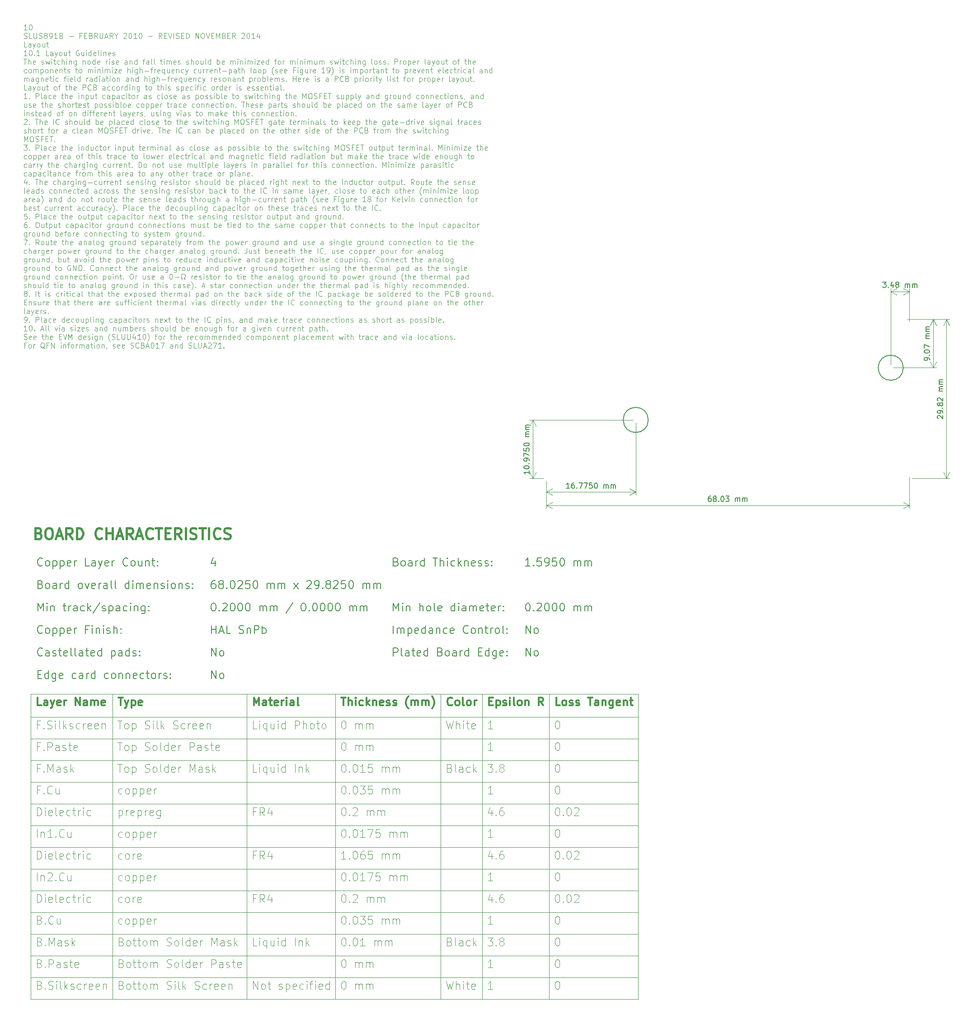
<source format=gbr>
%TF.GenerationSoftware,KiCad,Pcbnew,6.0.3-a3aad9c10e~116~ubuntu20.04.1*%
%TF.CreationDate,2022-03-23T21:19:16+01:00*%
%TF.ProjectId,Smart_Charger,536d6172-745f-4436-9861-726765722e6b,ED A0*%
%TF.SameCoordinates,Original*%
%TF.FileFunction,Other,Comment*%
%FSLAX46Y46*%
G04 Gerber Fmt 4.6, Leading zero omitted, Abs format (unit mm)*
G04 Created by KiCad (PCBNEW 6.0.3-a3aad9c10e~116~ubuntu20.04.1) date 2022-03-23 21:19:16*
%MOMM*%
%LPD*%
G01*
G04 APERTURE LIST*
%ADD10C,0.100000*%
%ADD11C,0.200000*%
%ADD12C,0.300000*%
%ADD13C,0.400000*%
%ADD14C,0.150000*%
G04 APERTURE END LIST*
D10*
X14325000Y-191870000D02*
X128125000Y-191870000D01*
X71410715Y-138725000D02*
X71410715Y-195935000D01*
X14325000Y-195935000D02*
X128125000Y-195935000D01*
X14325000Y-175610000D02*
X128125000Y-175610000D01*
X14325000Y-151220000D02*
X128125000Y-151220000D01*
X54810715Y-138725000D02*
X54810715Y-195935000D01*
X14325000Y-147155000D02*
X128125000Y-147155000D01*
X14325000Y-179675000D02*
X128125000Y-179675000D01*
X29639286Y-138725000D02*
X29639286Y-195935000D01*
X14325000Y-159350000D02*
X128125000Y-159350000D01*
X98882143Y-138725000D02*
X98882143Y-195935000D01*
X14325000Y-167480000D02*
X128125000Y-167480000D01*
X14325000Y-171545000D02*
X128125000Y-171545000D01*
X128125000Y-138725000D02*
X128125000Y-195935000D01*
X111467857Y-138725000D02*
X111467857Y-195935000D01*
X91139286Y-138725000D02*
X91139286Y-195935000D01*
X14325000Y-163415000D02*
X128125000Y-163415000D01*
X14325000Y-138725000D02*
X128125000Y-138725000D01*
X14325000Y-183740000D02*
X128125000Y-183740000D01*
X14325000Y-155285000D02*
X128125000Y-155285000D01*
X14325000Y-187805000D02*
X128125000Y-187805000D01*
X14325000Y-138725000D02*
X14325000Y-195935000D01*
X14325000Y-143090000D02*
X128125000Y-143090000D01*
D11*
X107112142Y-131638571D02*
X107112142Y-130138571D01*
X107969285Y-131638571D01*
X107969285Y-130138571D01*
X108897857Y-131638571D02*
X108755000Y-131567142D01*
X108683571Y-131495714D01*
X108612142Y-131352857D01*
X108612142Y-130924285D01*
X108683571Y-130781428D01*
X108755000Y-130710000D01*
X108897857Y-130638571D01*
X109112142Y-130638571D01*
X109255000Y-130710000D01*
X109326428Y-130781428D01*
X109397857Y-130924285D01*
X109397857Y-131352857D01*
X109326428Y-131495714D01*
X109255000Y-131567142D01*
X109112142Y-131638571D01*
X108897857Y-131638571D01*
D10*
X13626904Y-14367380D02*
X13055476Y-14367380D01*
X13341190Y-14367380D02*
X13341190Y-13367380D01*
X13245952Y-13510238D01*
X13150714Y-13605476D01*
X13055476Y-13653095D01*
X14245952Y-13367380D02*
X14341190Y-13367380D01*
X14436428Y-13415000D01*
X14484047Y-13462619D01*
X14531666Y-13557857D01*
X14579285Y-13748333D01*
X14579285Y-13986428D01*
X14531666Y-14176904D01*
X14484047Y-14272142D01*
X14436428Y-14319761D01*
X14341190Y-14367380D01*
X14245952Y-14367380D01*
X14150714Y-14319761D01*
X14103095Y-14272142D01*
X14055476Y-14176904D01*
X14007857Y-13986428D01*
X14007857Y-13748333D01*
X14055476Y-13557857D01*
X14103095Y-13462619D01*
X14150714Y-13415000D01*
X14245952Y-13367380D01*
X13055476Y-15929761D02*
X13198333Y-15977380D01*
X13436428Y-15977380D01*
X13531666Y-15929761D01*
X13579285Y-15882142D01*
X13626904Y-15786904D01*
X13626904Y-15691666D01*
X13579285Y-15596428D01*
X13531666Y-15548809D01*
X13436428Y-15501190D01*
X13245952Y-15453571D01*
X13150714Y-15405952D01*
X13103095Y-15358333D01*
X13055476Y-15263095D01*
X13055476Y-15167857D01*
X13103095Y-15072619D01*
X13150714Y-15025000D01*
X13245952Y-14977380D01*
X13484047Y-14977380D01*
X13626904Y-15025000D01*
X14531666Y-15977380D02*
X14055476Y-15977380D01*
X14055476Y-14977380D01*
X14865000Y-14977380D02*
X14865000Y-15786904D01*
X14912619Y-15882142D01*
X14960238Y-15929761D01*
X15055476Y-15977380D01*
X15245952Y-15977380D01*
X15341190Y-15929761D01*
X15388809Y-15882142D01*
X15436428Y-15786904D01*
X15436428Y-14977380D01*
X15865000Y-15929761D02*
X16007857Y-15977380D01*
X16245952Y-15977380D01*
X16341190Y-15929761D01*
X16388809Y-15882142D01*
X16436428Y-15786904D01*
X16436428Y-15691666D01*
X16388809Y-15596428D01*
X16341190Y-15548809D01*
X16245952Y-15501190D01*
X16055476Y-15453571D01*
X15960238Y-15405952D01*
X15912619Y-15358333D01*
X15865000Y-15263095D01*
X15865000Y-15167857D01*
X15912619Y-15072619D01*
X15960238Y-15025000D01*
X16055476Y-14977380D01*
X16293571Y-14977380D01*
X16436428Y-15025000D01*
X17007857Y-15405952D02*
X16912619Y-15358333D01*
X16865000Y-15310714D01*
X16817380Y-15215476D01*
X16817380Y-15167857D01*
X16865000Y-15072619D01*
X16912619Y-15025000D01*
X17007857Y-14977380D01*
X17198333Y-14977380D01*
X17293571Y-15025000D01*
X17341190Y-15072619D01*
X17388809Y-15167857D01*
X17388809Y-15215476D01*
X17341190Y-15310714D01*
X17293571Y-15358333D01*
X17198333Y-15405952D01*
X17007857Y-15405952D01*
X16912619Y-15453571D01*
X16865000Y-15501190D01*
X16817380Y-15596428D01*
X16817380Y-15786904D01*
X16865000Y-15882142D01*
X16912619Y-15929761D01*
X17007857Y-15977380D01*
X17198333Y-15977380D01*
X17293571Y-15929761D01*
X17341190Y-15882142D01*
X17388809Y-15786904D01*
X17388809Y-15596428D01*
X17341190Y-15501190D01*
X17293571Y-15453571D01*
X17198333Y-15405952D01*
X17865000Y-15977380D02*
X18055476Y-15977380D01*
X18150714Y-15929761D01*
X18198333Y-15882142D01*
X18293571Y-15739285D01*
X18341190Y-15548809D01*
X18341190Y-15167857D01*
X18293571Y-15072619D01*
X18245952Y-15025000D01*
X18150714Y-14977380D01*
X17960238Y-14977380D01*
X17865000Y-15025000D01*
X17817380Y-15072619D01*
X17769761Y-15167857D01*
X17769761Y-15405952D01*
X17817380Y-15501190D01*
X17865000Y-15548809D01*
X17960238Y-15596428D01*
X18150714Y-15596428D01*
X18245952Y-15548809D01*
X18293571Y-15501190D01*
X18341190Y-15405952D01*
X19293571Y-15977380D02*
X18722142Y-15977380D01*
X19007857Y-15977380D02*
X19007857Y-14977380D01*
X18912619Y-15120238D01*
X18817380Y-15215476D01*
X18722142Y-15263095D01*
X20055476Y-15453571D02*
X20198333Y-15501190D01*
X20245952Y-15548809D01*
X20293571Y-15644047D01*
X20293571Y-15786904D01*
X20245952Y-15882142D01*
X20198333Y-15929761D01*
X20103095Y-15977380D01*
X19722142Y-15977380D01*
X19722142Y-14977380D01*
X20055476Y-14977380D01*
X20150714Y-15025000D01*
X20198333Y-15072619D01*
X20245952Y-15167857D01*
X20245952Y-15263095D01*
X20198333Y-15358333D01*
X20150714Y-15405952D01*
X20055476Y-15453571D01*
X19722142Y-15453571D01*
X21484047Y-15596428D02*
X22245952Y-15596428D01*
X23817380Y-15453571D02*
X23484047Y-15453571D01*
X23484047Y-15977380D02*
X23484047Y-14977380D01*
X23960238Y-14977380D01*
X24341190Y-15453571D02*
X24674523Y-15453571D01*
X24817380Y-15977380D02*
X24341190Y-15977380D01*
X24341190Y-14977380D01*
X24817380Y-14977380D01*
X25579285Y-15453571D02*
X25722142Y-15501190D01*
X25769761Y-15548809D01*
X25817380Y-15644047D01*
X25817380Y-15786904D01*
X25769761Y-15882142D01*
X25722142Y-15929761D01*
X25626904Y-15977380D01*
X25245952Y-15977380D01*
X25245952Y-14977380D01*
X25579285Y-14977380D01*
X25674523Y-15025000D01*
X25722142Y-15072619D01*
X25769761Y-15167857D01*
X25769761Y-15263095D01*
X25722142Y-15358333D01*
X25674523Y-15405952D01*
X25579285Y-15453571D01*
X25245952Y-15453571D01*
X26817380Y-15977380D02*
X26484047Y-15501190D01*
X26245952Y-15977380D02*
X26245952Y-14977380D01*
X26626904Y-14977380D01*
X26722142Y-15025000D01*
X26769761Y-15072619D01*
X26817380Y-15167857D01*
X26817380Y-15310714D01*
X26769761Y-15405952D01*
X26722142Y-15453571D01*
X26626904Y-15501190D01*
X26245952Y-15501190D01*
X27245952Y-14977380D02*
X27245952Y-15786904D01*
X27293571Y-15882142D01*
X27341190Y-15929761D01*
X27436428Y-15977380D01*
X27626904Y-15977380D01*
X27722142Y-15929761D01*
X27769761Y-15882142D01*
X27817380Y-15786904D01*
X27817380Y-14977380D01*
X28245952Y-15691666D02*
X28722142Y-15691666D01*
X28150714Y-15977380D02*
X28484047Y-14977380D01*
X28817380Y-15977380D01*
X29722142Y-15977380D02*
X29388809Y-15501190D01*
X29150714Y-15977380D02*
X29150714Y-14977380D01*
X29531666Y-14977380D01*
X29626904Y-15025000D01*
X29674523Y-15072619D01*
X29722142Y-15167857D01*
X29722142Y-15310714D01*
X29674523Y-15405952D01*
X29626904Y-15453571D01*
X29531666Y-15501190D01*
X29150714Y-15501190D01*
X30341190Y-15501190D02*
X30341190Y-15977380D01*
X30007857Y-14977380D02*
X30341190Y-15501190D01*
X30674523Y-14977380D01*
X31722142Y-15072619D02*
X31769761Y-15025000D01*
X31864999Y-14977380D01*
X32103095Y-14977380D01*
X32198333Y-15025000D01*
X32245952Y-15072619D01*
X32293571Y-15167857D01*
X32293571Y-15263095D01*
X32245952Y-15405952D01*
X31674523Y-15977380D01*
X32293571Y-15977380D01*
X32912619Y-14977380D02*
X33007857Y-14977380D01*
X33103095Y-15025000D01*
X33150714Y-15072619D01*
X33198333Y-15167857D01*
X33245952Y-15358333D01*
X33245952Y-15596428D01*
X33198333Y-15786904D01*
X33150714Y-15882142D01*
X33103095Y-15929761D01*
X33007857Y-15977380D01*
X32912619Y-15977380D01*
X32817380Y-15929761D01*
X32769761Y-15882142D01*
X32722142Y-15786904D01*
X32674523Y-15596428D01*
X32674523Y-15358333D01*
X32722142Y-15167857D01*
X32769761Y-15072619D01*
X32817380Y-15025000D01*
X32912619Y-14977380D01*
X34198333Y-15977380D02*
X33626904Y-15977380D01*
X33912619Y-15977380D02*
X33912619Y-14977380D01*
X33817380Y-15120238D01*
X33722142Y-15215476D01*
X33626904Y-15263095D01*
X34817380Y-14977380D02*
X34912619Y-14977380D01*
X35007857Y-15025000D01*
X35055476Y-15072619D01*
X35103095Y-15167857D01*
X35150714Y-15358333D01*
X35150714Y-15596428D01*
X35103095Y-15786904D01*
X35055476Y-15882142D01*
X35007857Y-15929761D01*
X34912619Y-15977380D01*
X34817380Y-15977380D01*
X34722142Y-15929761D01*
X34674523Y-15882142D01*
X34626904Y-15786904D01*
X34579285Y-15596428D01*
X34579285Y-15358333D01*
X34626904Y-15167857D01*
X34674523Y-15072619D01*
X34722142Y-15025000D01*
X34817380Y-14977380D01*
X36341190Y-15596428D02*
X37103095Y-15596428D01*
X38912619Y-15977380D02*
X38579285Y-15501190D01*
X38341190Y-15977380D02*
X38341190Y-14977380D01*
X38722142Y-14977380D01*
X38817380Y-15025000D01*
X38864999Y-15072619D01*
X38912619Y-15167857D01*
X38912619Y-15310714D01*
X38864999Y-15405952D01*
X38817380Y-15453571D01*
X38722142Y-15501190D01*
X38341190Y-15501190D01*
X39341190Y-15453571D02*
X39674523Y-15453571D01*
X39817380Y-15977380D02*
X39341190Y-15977380D01*
X39341190Y-14977380D01*
X39817380Y-14977380D01*
X40103095Y-14977380D02*
X40436428Y-15977380D01*
X40769761Y-14977380D01*
X41103095Y-15977380D02*
X41103095Y-14977380D01*
X41531666Y-15929761D02*
X41674523Y-15977380D01*
X41912619Y-15977380D01*
X42007857Y-15929761D01*
X42055476Y-15882142D01*
X42103095Y-15786904D01*
X42103095Y-15691666D01*
X42055476Y-15596428D01*
X42007857Y-15548809D01*
X41912619Y-15501190D01*
X41722142Y-15453571D01*
X41626904Y-15405952D01*
X41579285Y-15358333D01*
X41531666Y-15263095D01*
X41531666Y-15167857D01*
X41579285Y-15072619D01*
X41626904Y-15025000D01*
X41722142Y-14977380D01*
X41960238Y-14977380D01*
X42103095Y-15025000D01*
X42531666Y-15453571D02*
X42864999Y-15453571D01*
X43007857Y-15977380D02*
X42531666Y-15977380D01*
X42531666Y-14977380D01*
X43007857Y-14977380D01*
X43436428Y-15977380D02*
X43436428Y-14977380D01*
X43674523Y-14977380D01*
X43817380Y-15025000D01*
X43912619Y-15120238D01*
X43960238Y-15215476D01*
X44007857Y-15405952D01*
X44007857Y-15548809D01*
X43960238Y-15739285D01*
X43912619Y-15834523D01*
X43817380Y-15929761D01*
X43674523Y-15977380D01*
X43436428Y-15977380D01*
X45198333Y-15977380D02*
X45198333Y-14977380D01*
X45769761Y-15977380D01*
X45769761Y-14977380D01*
X46436428Y-14977380D02*
X46626904Y-14977380D01*
X46722142Y-15025000D01*
X46817380Y-15120238D01*
X46864999Y-15310714D01*
X46864999Y-15644047D01*
X46817380Y-15834523D01*
X46722142Y-15929761D01*
X46626904Y-15977380D01*
X46436428Y-15977380D01*
X46341190Y-15929761D01*
X46245952Y-15834523D01*
X46198333Y-15644047D01*
X46198333Y-15310714D01*
X46245952Y-15120238D01*
X46341190Y-15025000D01*
X46436428Y-14977380D01*
X47150714Y-14977380D02*
X47484047Y-15977380D01*
X47817380Y-14977380D01*
X48150714Y-15453571D02*
X48484047Y-15453571D01*
X48626904Y-15977380D02*
X48150714Y-15977380D01*
X48150714Y-14977380D01*
X48626904Y-14977380D01*
X49055476Y-15977380D02*
X49055476Y-14977380D01*
X49388809Y-15691666D01*
X49722142Y-14977380D01*
X49722142Y-15977380D01*
X50531666Y-15453571D02*
X50674523Y-15501190D01*
X50722142Y-15548809D01*
X50769761Y-15644047D01*
X50769761Y-15786904D01*
X50722142Y-15882142D01*
X50674523Y-15929761D01*
X50579285Y-15977380D01*
X50198333Y-15977380D01*
X50198333Y-14977380D01*
X50531666Y-14977380D01*
X50626904Y-15025000D01*
X50674523Y-15072619D01*
X50722142Y-15167857D01*
X50722142Y-15263095D01*
X50674523Y-15358333D01*
X50626904Y-15405952D01*
X50531666Y-15453571D01*
X50198333Y-15453571D01*
X51198333Y-15453571D02*
X51531666Y-15453571D01*
X51674523Y-15977380D02*
X51198333Y-15977380D01*
X51198333Y-14977380D01*
X51674523Y-14977380D01*
X52674523Y-15977380D02*
X52341190Y-15501190D01*
X52103095Y-15977380D02*
X52103095Y-14977380D01*
X52484047Y-14977380D01*
X52579285Y-15025000D01*
X52626904Y-15072619D01*
X52674523Y-15167857D01*
X52674523Y-15310714D01*
X52626904Y-15405952D01*
X52579285Y-15453571D01*
X52484047Y-15501190D01*
X52103095Y-15501190D01*
X53817380Y-15072619D02*
X53864999Y-15025000D01*
X53960238Y-14977380D01*
X54198333Y-14977380D01*
X54293571Y-15025000D01*
X54341190Y-15072619D01*
X54388809Y-15167857D01*
X54388809Y-15263095D01*
X54341190Y-15405952D01*
X53769761Y-15977380D01*
X54388809Y-15977380D01*
X55007857Y-14977380D02*
X55103095Y-14977380D01*
X55198333Y-15025000D01*
X55245952Y-15072619D01*
X55293571Y-15167857D01*
X55341190Y-15358333D01*
X55341190Y-15596428D01*
X55293571Y-15786904D01*
X55245952Y-15882142D01*
X55198333Y-15929761D01*
X55103095Y-15977380D01*
X55007857Y-15977380D01*
X54912619Y-15929761D01*
X54864999Y-15882142D01*
X54817380Y-15786904D01*
X54769761Y-15596428D01*
X54769761Y-15358333D01*
X54817380Y-15167857D01*
X54864999Y-15072619D01*
X54912619Y-15025000D01*
X55007857Y-14977380D01*
X56293571Y-15977380D02*
X55722142Y-15977380D01*
X56007857Y-15977380D02*
X56007857Y-14977380D01*
X55912619Y-15120238D01*
X55817380Y-15215476D01*
X55722142Y-15263095D01*
X57150714Y-15310714D02*
X57150714Y-15977380D01*
X56912619Y-14929761D02*
X56674523Y-15644047D01*
X57293571Y-15644047D01*
X13579285Y-17587380D02*
X13103095Y-17587380D01*
X13103095Y-16587380D01*
X14341190Y-17587380D02*
X14341190Y-17063571D01*
X14293571Y-16968333D01*
X14198333Y-16920714D01*
X14007857Y-16920714D01*
X13912619Y-16968333D01*
X14341190Y-17539761D02*
X14245952Y-17587380D01*
X14007857Y-17587380D01*
X13912619Y-17539761D01*
X13865000Y-17444523D01*
X13865000Y-17349285D01*
X13912619Y-17254047D01*
X14007857Y-17206428D01*
X14245952Y-17206428D01*
X14341190Y-17158809D01*
X14722142Y-16920714D02*
X14960238Y-17587380D01*
X15198333Y-16920714D02*
X14960238Y-17587380D01*
X14865000Y-17825476D01*
X14817380Y-17873095D01*
X14722142Y-17920714D01*
X15722142Y-17587380D02*
X15626904Y-17539761D01*
X15579285Y-17492142D01*
X15531666Y-17396904D01*
X15531666Y-17111190D01*
X15579285Y-17015952D01*
X15626904Y-16968333D01*
X15722142Y-16920714D01*
X15865000Y-16920714D01*
X15960238Y-16968333D01*
X16007857Y-17015952D01*
X16055476Y-17111190D01*
X16055476Y-17396904D01*
X16007857Y-17492142D01*
X15960238Y-17539761D01*
X15865000Y-17587380D01*
X15722142Y-17587380D01*
X16912619Y-16920714D02*
X16912619Y-17587380D01*
X16484047Y-16920714D02*
X16484047Y-17444523D01*
X16531666Y-17539761D01*
X16626904Y-17587380D01*
X16769761Y-17587380D01*
X16865000Y-17539761D01*
X16912619Y-17492142D01*
X17245952Y-16920714D02*
X17626904Y-16920714D01*
X17388809Y-16587380D02*
X17388809Y-17444523D01*
X17436428Y-17539761D01*
X17531666Y-17587380D01*
X17626904Y-17587380D01*
X13626904Y-19197380D02*
X13055476Y-19197380D01*
X13341190Y-19197380D02*
X13341190Y-18197380D01*
X13245952Y-18340238D01*
X13150714Y-18435476D01*
X13055476Y-18483095D01*
X14245952Y-18197380D02*
X14341190Y-18197380D01*
X14436428Y-18245000D01*
X14484047Y-18292619D01*
X14531666Y-18387857D01*
X14579285Y-18578333D01*
X14579285Y-18816428D01*
X14531666Y-19006904D01*
X14484047Y-19102142D01*
X14436428Y-19149761D01*
X14341190Y-19197380D01*
X14245952Y-19197380D01*
X14150714Y-19149761D01*
X14103095Y-19102142D01*
X14055476Y-19006904D01*
X14007857Y-18816428D01*
X14007857Y-18578333D01*
X14055476Y-18387857D01*
X14103095Y-18292619D01*
X14150714Y-18245000D01*
X14245952Y-18197380D01*
X15007857Y-19102142D02*
X15055476Y-19149761D01*
X15007857Y-19197380D01*
X14960238Y-19149761D01*
X15007857Y-19102142D01*
X15007857Y-19197380D01*
X16007857Y-19197380D02*
X15436428Y-19197380D01*
X15722142Y-19197380D02*
X15722142Y-18197380D01*
X15626904Y-18340238D01*
X15531666Y-18435476D01*
X15436428Y-18483095D01*
X17674523Y-19197380D02*
X17198333Y-19197380D01*
X17198333Y-18197380D01*
X18436428Y-19197380D02*
X18436428Y-18673571D01*
X18388809Y-18578333D01*
X18293571Y-18530714D01*
X18103095Y-18530714D01*
X18007857Y-18578333D01*
X18436428Y-19149761D02*
X18341190Y-19197380D01*
X18103095Y-19197380D01*
X18007857Y-19149761D01*
X17960238Y-19054523D01*
X17960238Y-18959285D01*
X18007857Y-18864047D01*
X18103095Y-18816428D01*
X18341190Y-18816428D01*
X18436428Y-18768809D01*
X18817380Y-18530714D02*
X19055476Y-19197380D01*
X19293571Y-18530714D02*
X19055476Y-19197380D01*
X18960238Y-19435476D01*
X18912619Y-19483095D01*
X18817380Y-19530714D01*
X19817380Y-19197380D02*
X19722142Y-19149761D01*
X19674523Y-19102142D01*
X19626904Y-19006904D01*
X19626904Y-18721190D01*
X19674523Y-18625952D01*
X19722142Y-18578333D01*
X19817380Y-18530714D01*
X19960238Y-18530714D01*
X20055476Y-18578333D01*
X20103095Y-18625952D01*
X20150714Y-18721190D01*
X20150714Y-19006904D01*
X20103095Y-19102142D01*
X20055476Y-19149761D01*
X19960238Y-19197380D01*
X19817380Y-19197380D01*
X21007857Y-18530714D02*
X21007857Y-19197380D01*
X20579285Y-18530714D02*
X20579285Y-19054523D01*
X20626904Y-19149761D01*
X20722142Y-19197380D01*
X20865000Y-19197380D01*
X20960238Y-19149761D01*
X21007857Y-19102142D01*
X21341190Y-18530714D02*
X21722142Y-18530714D01*
X21484047Y-18197380D02*
X21484047Y-19054523D01*
X21531666Y-19149761D01*
X21626904Y-19197380D01*
X21722142Y-19197380D01*
X23341190Y-18245000D02*
X23245952Y-18197380D01*
X23103095Y-18197380D01*
X22960238Y-18245000D01*
X22865000Y-18340238D01*
X22817380Y-18435476D01*
X22769761Y-18625952D01*
X22769761Y-18768809D01*
X22817380Y-18959285D01*
X22865000Y-19054523D01*
X22960238Y-19149761D01*
X23103095Y-19197380D01*
X23198333Y-19197380D01*
X23341190Y-19149761D01*
X23388809Y-19102142D01*
X23388809Y-18768809D01*
X23198333Y-18768809D01*
X24245952Y-18530714D02*
X24245952Y-19197380D01*
X23817380Y-18530714D02*
X23817380Y-19054523D01*
X23865000Y-19149761D01*
X23960238Y-19197380D01*
X24103095Y-19197380D01*
X24198333Y-19149761D01*
X24245952Y-19102142D01*
X24722142Y-19197380D02*
X24722142Y-18530714D01*
X24722142Y-18197380D02*
X24674523Y-18245000D01*
X24722142Y-18292619D01*
X24769761Y-18245000D01*
X24722142Y-18197380D01*
X24722142Y-18292619D01*
X25626904Y-19197380D02*
X25626904Y-18197380D01*
X25626904Y-19149761D02*
X25531666Y-19197380D01*
X25341190Y-19197380D01*
X25245952Y-19149761D01*
X25198333Y-19102142D01*
X25150714Y-19006904D01*
X25150714Y-18721190D01*
X25198333Y-18625952D01*
X25245952Y-18578333D01*
X25341190Y-18530714D01*
X25531666Y-18530714D01*
X25626904Y-18578333D01*
X26484047Y-19149761D02*
X26388809Y-19197380D01*
X26198333Y-19197380D01*
X26103095Y-19149761D01*
X26055476Y-19054523D01*
X26055476Y-18673571D01*
X26103095Y-18578333D01*
X26198333Y-18530714D01*
X26388809Y-18530714D01*
X26484047Y-18578333D01*
X26531666Y-18673571D01*
X26531666Y-18768809D01*
X26055476Y-18864047D01*
X27103095Y-19197380D02*
X27007857Y-19149761D01*
X26960238Y-19054523D01*
X26960238Y-18197380D01*
X27484047Y-19197380D02*
X27484047Y-18530714D01*
X27484047Y-18197380D02*
X27436428Y-18245000D01*
X27484047Y-18292619D01*
X27531666Y-18245000D01*
X27484047Y-18197380D01*
X27484047Y-18292619D01*
X27960238Y-18530714D02*
X27960238Y-19197380D01*
X27960238Y-18625952D02*
X28007857Y-18578333D01*
X28103095Y-18530714D01*
X28245952Y-18530714D01*
X28341190Y-18578333D01*
X28388809Y-18673571D01*
X28388809Y-19197380D01*
X29245952Y-19149761D02*
X29150714Y-19197380D01*
X28960238Y-19197380D01*
X28865000Y-19149761D01*
X28817380Y-19054523D01*
X28817380Y-18673571D01*
X28865000Y-18578333D01*
X28960238Y-18530714D01*
X29150714Y-18530714D01*
X29245952Y-18578333D01*
X29293571Y-18673571D01*
X29293571Y-18768809D01*
X28817380Y-18864047D01*
X29674523Y-19149761D02*
X29769761Y-19197380D01*
X29960238Y-19197380D01*
X30055476Y-19149761D01*
X30103095Y-19054523D01*
X30103095Y-19006904D01*
X30055476Y-18911666D01*
X29960238Y-18864047D01*
X29817380Y-18864047D01*
X29722142Y-18816428D01*
X29674523Y-18721190D01*
X29674523Y-18673571D01*
X29722142Y-18578333D01*
X29817380Y-18530714D01*
X29960238Y-18530714D01*
X30055476Y-18578333D01*
X12960238Y-19807380D02*
X13531666Y-19807380D01*
X13245952Y-20807380D02*
X13245952Y-19807380D01*
X13865000Y-20807380D02*
X13865000Y-19807380D01*
X14293571Y-20807380D02*
X14293571Y-20283571D01*
X14245952Y-20188333D01*
X14150714Y-20140714D01*
X14007857Y-20140714D01*
X13912619Y-20188333D01*
X13865000Y-20235952D01*
X15150714Y-20759761D02*
X15055476Y-20807380D01*
X14865000Y-20807380D01*
X14769761Y-20759761D01*
X14722142Y-20664523D01*
X14722142Y-20283571D01*
X14769761Y-20188333D01*
X14865000Y-20140714D01*
X15055476Y-20140714D01*
X15150714Y-20188333D01*
X15198333Y-20283571D01*
X15198333Y-20378809D01*
X14722142Y-20474047D01*
X16341190Y-20759761D02*
X16436428Y-20807380D01*
X16626904Y-20807380D01*
X16722142Y-20759761D01*
X16769761Y-20664523D01*
X16769761Y-20616904D01*
X16722142Y-20521666D01*
X16626904Y-20474047D01*
X16484047Y-20474047D01*
X16388809Y-20426428D01*
X16341190Y-20331190D01*
X16341190Y-20283571D01*
X16388809Y-20188333D01*
X16484047Y-20140714D01*
X16626904Y-20140714D01*
X16722142Y-20188333D01*
X17103095Y-20140714D02*
X17293571Y-20807380D01*
X17484047Y-20331190D01*
X17674523Y-20807380D01*
X17865000Y-20140714D01*
X18245952Y-20807380D02*
X18245952Y-20140714D01*
X18245952Y-19807380D02*
X18198333Y-19855000D01*
X18245952Y-19902619D01*
X18293571Y-19855000D01*
X18245952Y-19807380D01*
X18245952Y-19902619D01*
X18579285Y-20140714D02*
X18960238Y-20140714D01*
X18722142Y-19807380D02*
X18722142Y-20664523D01*
X18769761Y-20759761D01*
X18865000Y-20807380D01*
X18960238Y-20807380D01*
X19722142Y-20759761D02*
X19626904Y-20807380D01*
X19436428Y-20807380D01*
X19341190Y-20759761D01*
X19293571Y-20712142D01*
X19245952Y-20616904D01*
X19245952Y-20331190D01*
X19293571Y-20235952D01*
X19341190Y-20188333D01*
X19436428Y-20140714D01*
X19626904Y-20140714D01*
X19722142Y-20188333D01*
X20150714Y-20807380D02*
X20150714Y-19807380D01*
X20579285Y-20807380D02*
X20579285Y-20283571D01*
X20531666Y-20188333D01*
X20436428Y-20140714D01*
X20293571Y-20140714D01*
X20198333Y-20188333D01*
X20150714Y-20235952D01*
X21055476Y-20807380D02*
X21055476Y-20140714D01*
X21055476Y-19807380D02*
X21007857Y-19855000D01*
X21055476Y-19902619D01*
X21103095Y-19855000D01*
X21055476Y-19807380D01*
X21055476Y-19902619D01*
X21531666Y-20140714D02*
X21531666Y-20807380D01*
X21531666Y-20235952D02*
X21579285Y-20188333D01*
X21674523Y-20140714D01*
X21817380Y-20140714D01*
X21912619Y-20188333D01*
X21960238Y-20283571D01*
X21960238Y-20807380D01*
X22865000Y-20140714D02*
X22865000Y-20950238D01*
X22817380Y-21045476D01*
X22769761Y-21093095D01*
X22674523Y-21140714D01*
X22531666Y-21140714D01*
X22436428Y-21093095D01*
X22865000Y-20759761D02*
X22769761Y-20807380D01*
X22579285Y-20807380D01*
X22484047Y-20759761D01*
X22436428Y-20712142D01*
X22388809Y-20616904D01*
X22388809Y-20331190D01*
X22436428Y-20235952D01*
X22484047Y-20188333D01*
X22579285Y-20140714D01*
X22769761Y-20140714D01*
X22865000Y-20188333D01*
X24103095Y-20140714D02*
X24103095Y-20807380D01*
X24103095Y-20235952D02*
X24150714Y-20188333D01*
X24245952Y-20140714D01*
X24388809Y-20140714D01*
X24484047Y-20188333D01*
X24531666Y-20283571D01*
X24531666Y-20807380D01*
X25150714Y-20807380D02*
X25055476Y-20759761D01*
X25007857Y-20712142D01*
X24960238Y-20616904D01*
X24960238Y-20331190D01*
X25007857Y-20235952D01*
X25055476Y-20188333D01*
X25150714Y-20140714D01*
X25293571Y-20140714D01*
X25388809Y-20188333D01*
X25436428Y-20235952D01*
X25484047Y-20331190D01*
X25484047Y-20616904D01*
X25436428Y-20712142D01*
X25388809Y-20759761D01*
X25293571Y-20807380D01*
X25150714Y-20807380D01*
X26341190Y-20807380D02*
X26341190Y-19807380D01*
X26341190Y-20759761D02*
X26245952Y-20807380D01*
X26055476Y-20807380D01*
X25960238Y-20759761D01*
X25912619Y-20712142D01*
X25865000Y-20616904D01*
X25865000Y-20331190D01*
X25912619Y-20235952D01*
X25960238Y-20188333D01*
X26055476Y-20140714D01*
X26245952Y-20140714D01*
X26341190Y-20188333D01*
X27198333Y-20759761D02*
X27103095Y-20807380D01*
X26912619Y-20807380D01*
X26817380Y-20759761D01*
X26769761Y-20664523D01*
X26769761Y-20283571D01*
X26817380Y-20188333D01*
X26912619Y-20140714D01*
X27103095Y-20140714D01*
X27198333Y-20188333D01*
X27245952Y-20283571D01*
X27245952Y-20378809D01*
X26769761Y-20474047D01*
X28436428Y-20807380D02*
X28436428Y-20140714D01*
X28436428Y-20331190D02*
X28484047Y-20235952D01*
X28531666Y-20188333D01*
X28626904Y-20140714D01*
X28722142Y-20140714D01*
X29055476Y-20807380D02*
X29055476Y-20140714D01*
X29055476Y-19807380D02*
X29007857Y-19855000D01*
X29055476Y-19902619D01*
X29103095Y-19855000D01*
X29055476Y-19807380D01*
X29055476Y-19902619D01*
X29484047Y-20759761D02*
X29579285Y-20807380D01*
X29769761Y-20807380D01*
X29865000Y-20759761D01*
X29912619Y-20664523D01*
X29912619Y-20616904D01*
X29865000Y-20521666D01*
X29769761Y-20474047D01*
X29626904Y-20474047D01*
X29531666Y-20426428D01*
X29484047Y-20331190D01*
X29484047Y-20283571D01*
X29531666Y-20188333D01*
X29626904Y-20140714D01*
X29769761Y-20140714D01*
X29865000Y-20188333D01*
X30722142Y-20759761D02*
X30626904Y-20807380D01*
X30436428Y-20807380D01*
X30341190Y-20759761D01*
X30293571Y-20664523D01*
X30293571Y-20283571D01*
X30341190Y-20188333D01*
X30436428Y-20140714D01*
X30626904Y-20140714D01*
X30722142Y-20188333D01*
X30769761Y-20283571D01*
X30769761Y-20378809D01*
X30293571Y-20474047D01*
X32388809Y-20807380D02*
X32388809Y-20283571D01*
X32341190Y-20188333D01*
X32245952Y-20140714D01*
X32055476Y-20140714D01*
X31960238Y-20188333D01*
X32388809Y-20759761D02*
X32293571Y-20807380D01*
X32055476Y-20807380D01*
X31960238Y-20759761D01*
X31912619Y-20664523D01*
X31912619Y-20569285D01*
X31960238Y-20474047D01*
X32055476Y-20426428D01*
X32293571Y-20426428D01*
X32388809Y-20378809D01*
X32864999Y-20140714D02*
X32864999Y-20807380D01*
X32864999Y-20235952D02*
X32912619Y-20188333D01*
X33007857Y-20140714D01*
X33150714Y-20140714D01*
X33245952Y-20188333D01*
X33293571Y-20283571D01*
X33293571Y-20807380D01*
X34198333Y-20807380D02*
X34198333Y-19807380D01*
X34198333Y-20759761D02*
X34103095Y-20807380D01*
X33912619Y-20807380D01*
X33817380Y-20759761D01*
X33769761Y-20712142D01*
X33722142Y-20616904D01*
X33722142Y-20331190D01*
X33769761Y-20235952D01*
X33817380Y-20188333D01*
X33912619Y-20140714D01*
X34103095Y-20140714D01*
X34198333Y-20188333D01*
X35293571Y-20140714D02*
X35674523Y-20140714D01*
X35436428Y-20807380D02*
X35436428Y-19950238D01*
X35484047Y-19855000D01*
X35579285Y-19807380D01*
X35674523Y-19807380D01*
X36436428Y-20807380D02*
X36436428Y-20283571D01*
X36388809Y-20188333D01*
X36293571Y-20140714D01*
X36103095Y-20140714D01*
X36007857Y-20188333D01*
X36436428Y-20759761D02*
X36341190Y-20807380D01*
X36103095Y-20807380D01*
X36007857Y-20759761D01*
X35960238Y-20664523D01*
X35960238Y-20569285D01*
X36007857Y-20474047D01*
X36103095Y-20426428D01*
X36341190Y-20426428D01*
X36436428Y-20378809D01*
X37055476Y-20807380D02*
X36960238Y-20759761D01*
X36912619Y-20664523D01*
X36912619Y-19807380D01*
X37579285Y-20807380D02*
X37484047Y-20759761D01*
X37436428Y-20664523D01*
X37436428Y-19807380D01*
X38579285Y-20140714D02*
X38960238Y-20140714D01*
X38722142Y-19807380D02*
X38722142Y-20664523D01*
X38769761Y-20759761D01*
X38864999Y-20807380D01*
X38960238Y-20807380D01*
X39293571Y-20807380D02*
X39293571Y-20140714D01*
X39293571Y-19807380D02*
X39245952Y-19855000D01*
X39293571Y-19902619D01*
X39341190Y-19855000D01*
X39293571Y-19807380D01*
X39293571Y-19902619D01*
X39769761Y-20807380D02*
X39769761Y-20140714D01*
X39769761Y-20235952D02*
X39817380Y-20188333D01*
X39912619Y-20140714D01*
X40055476Y-20140714D01*
X40150714Y-20188333D01*
X40198333Y-20283571D01*
X40198333Y-20807380D01*
X40198333Y-20283571D02*
X40245952Y-20188333D01*
X40341190Y-20140714D01*
X40484047Y-20140714D01*
X40579285Y-20188333D01*
X40626904Y-20283571D01*
X40626904Y-20807380D01*
X41484047Y-20759761D02*
X41388809Y-20807380D01*
X41198333Y-20807380D01*
X41103095Y-20759761D01*
X41055476Y-20664523D01*
X41055476Y-20283571D01*
X41103095Y-20188333D01*
X41198333Y-20140714D01*
X41388809Y-20140714D01*
X41484047Y-20188333D01*
X41531666Y-20283571D01*
X41531666Y-20378809D01*
X41055476Y-20474047D01*
X41912619Y-20759761D02*
X42007857Y-20807380D01*
X42198333Y-20807380D01*
X42293571Y-20759761D01*
X42341190Y-20664523D01*
X42341190Y-20616904D01*
X42293571Y-20521666D01*
X42198333Y-20474047D01*
X42055476Y-20474047D01*
X41960238Y-20426428D01*
X41912619Y-20331190D01*
X41912619Y-20283571D01*
X41960238Y-20188333D01*
X42055476Y-20140714D01*
X42198333Y-20140714D01*
X42293571Y-20188333D01*
X43484047Y-20759761D02*
X43579285Y-20807380D01*
X43769761Y-20807380D01*
X43864999Y-20759761D01*
X43912619Y-20664523D01*
X43912619Y-20616904D01*
X43864999Y-20521666D01*
X43769761Y-20474047D01*
X43626904Y-20474047D01*
X43531666Y-20426428D01*
X43484047Y-20331190D01*
X43484047Y-20283571D01*
X43531666Y-20188333D01*
X43626904Y-20140714D01*
X43769761Y-20140714D01*
X43864999Y-20188333D01*
X44341190Y-20807380D02*
X44341190Y-19807380D01*
X44769761Y-20807380D02*
X44769761Y-20283571D01*
X44722142Y-20188333D01*
X44626904Y-20140714D01*
X44484047Y-20140714D01*
X44388809Y-20188333D01*
X44341190Y-20235952D01*
X45388809Y-20807380D02*
X45293571Y-20759761D01*
X45245952Y-20712142D01*
X45198333Y-20616904D01*
X45198333Y-20331190D01*
X45245952Y-20235952D01*
X45293571Y-20188333D01*
X45388809Y-20140714D01*
X45531666Y-20140714D01*
X45626904Y-20188333D01*
X45674523Y-20235952D01*
X45722142Y-20331190D01*
X45722142Y-20616904D01*
X45674523Y-20712142D01*
X45626904Y-20759761D01*
X45531666Y-20807380D01*
X45388809Y-20807380D01*
X46579285Y-20140714D02*
X46579285Y-20807380D01*
X46150714Y-20140714D02*
X46150714Y-20664523D01*
X46198333Y-20759761D01*
X46293571Y-20807380D01*
X46436428Y-20807380D01*
X46531666Y-20759761D01*
X46579285Y-20712142D01*
X47198333Y-20807380D02*
X47103095Y-20759761D01*
X47055476Y-20664523D01*
X47055476Y-19807380D01*
X48007857Y-20807380D02*
X48007857Y-19807380D01*
X48007857Y-20759761D02*
X47912619Y-20807380D01*
X47722142Y-20807380D01*
X47626904Y-20759761D01*
X47579285Y-20712142D01*
X47531666Y-20616904D01*
X47531666Y-20331190D01*
X47579285Y-20235952D01*
X47626904Y-20188333D01*
X47722142Y-20140714D01*
X47912619Y-20140714D01*
X48007857Y-20188333D01*
X49245952Y-20807380D02*
X49245952Y-19807380D01*
X49245952Y-20188333D02*
X49341190Y-20140714D01*
X49531666Y-20140714D01*
X49626904Y-20188333D01*
X49674523Y-20235952D01*
X49722142Y-20331190D01*
X49722142Y-20616904D01*
X49674523Y-20712142D01*
X49626904Y-20759761D01*
X49531666Y-20807380D01*
X49341190Y-20807380D01*
X49245952Y-20759761D01*
X50531666Y-20759761D02*
X50436428Y-20807380D01*
X50245952Y-20807380D01*
X50150714Y-20759761D01*
X50103095Y-20664523D01*
X50103095Y-20283571D01*
X50150714Y-20188333D01*
X50245952Y-20140714D01*
X50436428Y-20140714D01*
X50531666Y-20188333D01*
X50579285Y-20283571D01*
X50579285Y-20378809D01*
X50103095Y-20474047D01*
X51769761Y-20807380D02*
X51769761Y-20140714D01*
X51769761Y-20235952D02*
X51817380Y-20188333D01*
X51912619Y-20140714D01*
X52055476Y-20140714D01*
X52150714Y-20188333D01*
X52198333Y-20283571D01*
X52198333Y-20807380D01*
X52198333Y-20283571D02*
X52245952Y-20188333D01*
X52341190Y-20140714D01*
X52484047Y-20140714D01*
X52579285Y-20188333D01*
X52626904Y-20283571D01*
X52626904Y-20807380D01*
X53103095Y-20807380D02*
X53103095Y-20140714D01*
X53103095Y-19807380D02*
X53055476Y-19855000D01*
X53103095Y-19902619D01*
X53150714Y-19855000D01*
X53103095Y-19807380D01*
X53103095Y-19902619D01*
X53579285Y-20140714D02*
X53579285Y-20807380D01*
X53579285Y-20235952D02*
X53626904Y-20188333D01*
X53722142Y-20140714D01*
X53864999Y-20140714D01*
X53960238Y-20188333D01*
X54007857Y-20283571D01*
X54007857Y-20807380D01*
X54484047Y-20807380D02*
X54484047Y-20140714D01*
X54484047Y-19807380D02*
X54436428Y-19855000D01*
X54484047Y-19902619D01*
X54531666Y-19855000D01*
X54484047Y-19807380D01*
X54484047Y-19902619D01*
X54960238Y-20807380D02*
X54960238Y-20140714D01*
X54960238Y-20235952D02*
X55007857Y-20188333D01*
X55103095Y-20140714D01*
X55245952Y-20140714D01*
X55341190Y-20188333D01*
X55388809Y-20283571D01*
X55388809Y-20807380D01*
X55388809Y-20283571D02*
X55436428Y-20188333D01*
X55531666Y-20140714D01*
X55674523Y-20140714D01*
X55769761Y-20188333D01*
X55817380Y-20283571D01*
X55817380Y-20807380D01*
X56293571Y-20807380D02*
X56293571Y-20140714D01*
X56293571Y-19807380D02*
X56245952Y-19855000D01*
X56293571Y-19902619D01*
X56341190Y-19855000D01*
X56293571Y-19807380D01*
X56293571Y-19902619D01*
X56674523Y-20140714D02*
X57198333Y-20140714D01*
X56674523Y-20807380D01*
X57198333Y-20807380D01*
X57960238Y-20759761D02*
X57864999Y-20807380D01*
X57674523Y-20807380D01*
X57579285Y-20759761D01*
X57531666Y-20664523D01*
X57531666Y-20283571D01*
X57579285Y-20188333D01*
X57674523Y-20140714D01*
X57864999Y-20140714D01*
X57960238Y-20188333D01*
X58007857Y-20283571D01*
X58007857Y-20378809D01*
X57531666Y-20474047D01*
X58864999Y-20807380D02*
X58864999Y-19807380D01*
X58864999Y-20759761D02*
X58769761Y-20807380D01*
X58579285Y-20807380D01*
X58484047Y-20759761D01*
X58436428Y-20712142D01*
X58388809Y-20616904D01*
X58388809Y-20331190D01*
X58436428Y-20235952D01*
X58484047Y-20188333D01*
X58579285Y-20140714D01*
X58769761Y-20140714D01*
X58864999Y-20188333D01*
X59960238Y-20140714D02*
X60341190Y-20140714D01*
X60103095Y-20807380D02*
X60103095Y-19950238D01*
X60150714Y-19855000D01*
X60245952Y-19807380D01*
X60341190Y-19807380D01*
X60817380Y-20807380D02*
X60722142Y-20759761D01*
X60674523Y-20712142D01*
X60626904Y-20616904D01*
X60626904Y-20331190D01*
X60674523Y-20235952D01*
X60722142Y-20188333D01*
X60817380Y-20140714D01*
X60960238Y-20140714D01*
X61055476Y-20188333D01*
X61103095Y-20235952D01*
X61150714Y-20331190D01*
X61150714Y-20616904D01*
X61103095Y-20712142D01*
X61055476Y-20759761D01*
X60960238Y-20807380D01*
X60817380Y-20807380D01*
X61579285Y-20807380D02*
X61579285Y-20140714D01*
X61579285Y-20331190D02*
X61626904Y-20235952D01*
X61674523Y-20188333D01*
X61769761Y-20140714D01*
X61864999Y-20140714D01*
X62960238Y-20807380D02*
X62960238Y-20140714D01*
X62960238Y-20235952D02*
X63007857Y-20188333D01*
X63103095Y-20140714D01*
X63245952Y-20140714D01*
X63341190Y-20188333D01*
X63388809Y-20283571D01*
X63388809Y-20807380D01*
X63388809Y-20283571D02*
X63436428Y-20188333D01*
X63531666Y-20140714D01*
X63674523Y-20140714D01*
X63769761Y-20188333D01*
X63817380Y-20283571D01*
X63817380Y-20807380D01*
X64293571Y-20807380D02*
X64293571Y-20140714D01*
X64293571Y-19807380D02*
X64245952Y-19855000D01*
X64293571Y-19902619D01*
X64341190Y-19855000D01*
X64293571Y-19807380D01*
X64293571Y-19902619D01*
X64769761Y-20140714D02*
X64769761Y-20807380D01*
X64769761Y-20235952D02*
X64817380Y-20188333D01*
X64912619Y-20140714D01*
X65055476Y-20140714D01*
X65150714Y-20188333D01*
X65198333Y-20283571D01*
X65198333Y-20807380D01*
X65674523Y-20807380D02*
X65674523Y-20140714D01*
X65674523Y-19807380D02*
X65626904Y-19855000D01*
X65674523Y-19902619D01*
X65722142Y-19855000D01*
X65674523Y-19807380D01*
X65674523Y-19902619D01*
X66150714Y-20807380D02*
X66150714Y-20140714D01*
X66150714Y-20235952D02*
X66198333Y-20188333D01*
X66293571Y-20140714D01*
X66436428Y-20140714D01*
X66531666Y-20188333D01*
X66579285Y-20283571D01*
X66579285Y-20807380D01*
X66579285Y-20283571D02*
X66626904Y-20188333D01*
X66722142Y-20140714D01*
X66864999Y-20140714D01*
X66960238Y-20188333D01*
X67007857Y-20283571D01*
X67007857Y-20807380D01*
X67912619Y-20140714D02*
X67912619Y-20807380D01*
X67484047Y-20140714D02*
X67484047Y-20664523D01*
X67531666Y-20759761D01*
X67626904Y-20807380D01*
X67769761Y-20807380D01*
X67864999Y-20759761D01*
X67912619Y-20712142D01*
X68388809Y-20807380D02*
X68388809Y-20140714D01*
X68388809Y-20235952D02*
X68436428Y-20188333D01*
X68531666Y-20140714D01*
X68674523Y-20140714D01*
X68769761Y-20188333D01*
X68817380Y-20283571D01*
X68817380Y-20807380D01*
X68817380Y-20283571D02*
X68864999Y-20188333D01*
X68960238Y-20140714D01*
X69103095Y-20140714D01*
X69198333Y-20188333D01*
X69245952Y-20283571D01*
X69245952Y-20807380D01*
X70436428Y-20759761D02*
X70531666Y-20807380D01*
X70722142Y-20807380D01*
X70817380Y-20759761D01*
X70864999Y-20664523D01*
X70864999Y-20616904D01*
X70817380Y-20521666D01*
X70722142Y-20474047D01*
X70579285Y-20474047D01*
X70484047Y-20426428D01*
X70436428Y-20331190D01*
X70436428Y-20283571D01*
X70484047Y-20188333D01*
X70579285Y-20140714D01*
X70722142Y-20140714D01*
X70817380Y-20188333D01*
X71198333Y-20140714D02*
X71388809Y-20807380D01*
X71579285Y-20331190D01*
X71769761Y-20807380D01*
X71960238Y-20140714D01*
X72341190Y-20807380D02*
X72341190Y-20140714D01*
X72341190Y-19807380D02*
X72293571Y-19855000D01*
X72341190Y-19902619D01*
X72388809Y-19855000D01*
X72341190Y-19807380D01*
X72341190Y-19902619D01*
X72674523Y-20140714D02*
X73055476Y-20140714D01*
X72817380Y-19807380D02*
X72817380Y-20664523D01*
X72864999Y-20759761D01*
X72960238Y-20807380D01*
X73055476Y-20807380D01*
X73817380Y-20759761D02*
X73722142Y-20807380D01*
X73531666Y-20807380D01*
X73436428Y-20759761D01*
X73388809Y-20712142D01*
X73341190Y-20616904D01*
X73341190Y-20331190D01*
X73388809Y-20235952D01*
X73436428Y-20188333D01*
X73531666Y-20140714D01*
X73722142Y-20140714D01*
X73817380Y-20188333D01*
X74245952Y-20807380D02*
X74245952Y-19807380D01*
X74674523Y-20807380D02*
X74674523Y-20283571D01*
X74626904Y-20188333D01*
X74531666Y-20140714D01*
X74388809Y-20140714D01*
X74293571Y-20188333D01*
X74245952Y-20235952D01*
X75150714Y-20807380D02*
X75150714Y-20140714D01*
X75150714Y-19807380D02*
X75103095Y-19855000D01*
X75150714Y-19902619D01*
X75198333Y-19855000D01*
X75150714Y-19807380D01*
X75150714Y-19902619D01*
X75626904Y-20140714D02*
X75626904Y-20807380D01*
X75626904Y-20235952D02*
X75674523Y-20188333D01*
X75769761Y-20140714D01*
X75912619Y-20140714D01*
X76007857Y-20188333D01*
X76055476Y-20283571D01*
X76055476Y-20807380D01*
X76960238Y-20140714D02*
X76960238Y-20950238D01*
X76912619Y-21045476D01*
X76864999Y-21093095D01*
X76769761Y-21140714D01*
X76626904Y-21140714D01*
X76531666Y-21093095D01*
X76960238Y-20759761D02*
X76864999Y-20807380D01*
X76674523Y-20807380D01*
X76579285Y-20759761D01*
X76531666Y-20712142D01*
X76484047Y-20616904D01*
X76484047Y-20331190D01*
X76531666Y-20235952D01*
X76579285Y-20188333D01*
X76674523Y-20140714D01*
X76864999Y-20140714D01*
X76960238Y-20188333D01*
X78341190Y-20807380D02*
X78245952Y-20759761D01*
X78198333Y-20664523D01*
X78198333Y-19807380D01*
X78864999Y-20807380D02*
X78769761Y-20759761D01*
X78722142Y-20712142D01*
X78674523Y-20616904D01*
X78674523Y-20331190D01*
X78722142Y-20235952D01*
X78769761Y-20188333D01*
X78864999Y-20140714D01*
X79007857Y-20140714D01*
X79103095Y-20188333D01*
X79150714Y-20235952D01*
X79198333Y-20331190D01*
X79198333Y-20616904D01*
X79150714Y-20712142D01*
X79103095Y-20759761D01*
X79007857Y-20807380D01*
X78864999Y-20807380D01*
X79579285Y-20759761D02*
X79674523Y-20807380D01*
X79864999Y-20807380D01*
X79960238Y-20759761D01*
X80007857Y-20664523D01*
X80007857Y-20616904D01*
X79960238Y-20521666D01*
X79864999Y-20474047D01*
X79722142Y-20474047D01*
X79626904Y-20426428D01*
X79579285Y-20331190D01*
X79579285Y-20283571D01*
X79626904Y-20188333D01*
X79722142Y-20140714D01*
X79864999Y-20140714D01*
X79960238Y-20188333D01*
X80388809Y-20759761D02*
X80484047Y-20807380D01*
X80674523Y-20807380D01*
X80769761Y-20759761D01*
X80817380Y-20664523D01*
X80817380Y-20616904D01*
X80769761Y-20521666D01*
X80674523Y-20474047D01*
X80531666Y-20474047D01*
X80436428Y-20426428D01*
X80388809Y-20331190D01*
X80388809Y-20283571D01*
X80436428Y-20188333D01*
X80531666Y-20140714D01*
X80674523Y-20140714D01*
X80769761Y-20188333D01*
X81245952Y-20712142D02*
X81293571Y-20759761D01*
X81245952Y-20807380D01*
X81198333Y-20759761D01*
X81245952Y-20712142D01*
X81245952Y-20807380D01*
X82484047Y-20807380D02*
X82484047Y-19807380D01*
X82864999Y-19807380D01*
X82960238Y-19855000D01*
X83007857Y-19902619D01*
X83055476Y-19997857D01*
X83055476Y-20140714D01*
X83007857Y-20235952D01*
X82960238Y-20283571D01*
X82864999Y-20331190D01*
X82484047Y-20331190D01*
X83484047Y-20807380D02*
X83484047Y-20140714D01*
X83484047Y-20331190D02*
X83531666Y-20235952D01*
X83579285Y-20188333D01*
X83674523Y-20140714D01*
X83769761Y-20140714D01*
X84245952Y-20807380D02*
X84150714Y-20759761D01*
X84103095Y-20712142D01*
X84055476Y-20616904D01*
X84055476Y-20331190D01*
X84103095Y-20235952D01*
X84150714Y-20188333D01*
X84245952Y-20140714D01*
X84388809Y-20140714D01*
X84484047Y-20188333D01*
X84531666Y-20235952D01*
X84579285Y-20331190D01*
X84579285Y-20616904D01*
X84531666Y-20712142D01*
X84484047Y-20759761D01*
X84388809Y-20807380D01*
X84245952Y-20807380D01*
X85007857Y-20140714D02*
X85007857Y-21140714D01*
X85007857Y-20188333D02*
X85103095Y-20140714D01*
X85293571Y-20140714D01*
X85388809Y-20188333D01*
X85436428Y-20235952D01*
X85484047Y-20331190D01*
X85484047Y-20616904D01*
X85436428Y-20712142D01*
X85388809Y-20759761D01*
X85293571Y-20807380D01*
X85103095Y-20807380D01*
X85007857Y-20759761D01*
X86293571Y-20759761D02*
X86198333Y-20807380D01*
X86007857Y-20807380D01*
X85912619Y-20759761D01*
X85864999Y-20664523D01*
X85864999Y-20283571D01*
X85912619Y-20188333D01*
X86007857Y-20140714D01*
X86198333Y-20140714D01*
X86293571Y-20188333D01*
X86341190Y-20283571D01*
X86341190Y-20378809D01*
X85864999Y-20474047D01*
X86769761Y-20807380D02*
X86769761Y-20140714D01*
X86769761Y-20331190D02*
X86817380Y-20235952D01*
X86864999Y-20188333D01*
X86960238Y-20140714D01*
X87055476Y-20140714D01*
X88293571Y-20807380D02*
X88198333Y-20759761D01*
X88150714Y-20664523D01*
X88150714Y-19807380D01*
X89103095Y-20807380D02*
X89103095Y-20283571D01*
X89055476Y-20188333D01*
X88960238Y-20140714D01*
X88769761Y-20140714D01*
X88674523Y-20188333D01*
X89103095Y-20759761D02*
X89007857Y-20807380D01*
X88769761Y-20807380D01*
X88674523Y-20759761D01*
X88626904Y-20664523D01*
X88626904Y-20569285D01*
X88674523Y-20474047D01*
X88769761Y-20426428D01*
X89007857Y-20426428D01*
X89103095Y-20378809D01*
X89484047Y-20140714D02*
X89722142Y-20807380D01*
X89960238Y-20140714D02*
X89722142Y-20807380D01*
X89626904Y-21045476D01*
X89579285Y-21093095D01*
X89484047Y-21140714D01*
X90484047Y-20807380D02*
X90388809Y-20759761D01*
X90341190Y-20712142D01*
X90293571Y-20616904D01*
X90293571Y-20331190D01*
X90341190Y-20235952D01*
X90388809Y-20188333D01*
X90484047Y-20140714D01*
X90626904Y-20140714D01*
X90722142Y-20188333D01*
X90769761Y-20235952D01*
X90817380Y-20331190D01*
X90817380Y-20616904D01*
X90769761Y-20712142D01*
X90722142Y-20759761D01*
X90626904Y-20807380D01*
X90484047Y-20807380D01*
X91674523Y-20140714D02*
X91674523Y-20807380D01*
X91245952Y-20140714D02*
X91245952Y-20664523D01*
X91293571Y-20759761D01*
X91388809Y-20807380D01*
X91531666Y-20807380D01*
X91626904Y-20759761D01*
X91674523Y-20712142D01*
X92007857Y-20140714D02*
X92388809Y-20140714D01*
X92150714Y-19807380D02*
X92150714Y-20664523D01*
X92198333Y-20759761D01*
X92293571Y-20807380D01*
X92388809Y-20807380D01*
X93626904Y-20807380D02*
X93531666Y-20759761D01*
X93484047Y-20712142D01*
X93436428Y-20616904D01*
X93436428Y-20331190D01*
X93484047Y-20235952D01*
X93531666Y-20188333D01*
X93626904Y-20140714D01*
X93769761Y-20140714D01*
X93864999Y-20188333D01*
X93912619Y-20235952D01*
X93960238Y-20331190D01*
X93960238Y-20616904D01*
X93912619Y-20712142D01*
X93864999Y-20759761D01*
X93769761Y-20807380D01*
X93626904Y-20807380D01*
X94245952Y-20140714D02*
X94626904Y-20140714D01*
X94388809Y-20807380D02*
X94388809Y-19950238D01*
X94436428Y-19855000D01*
X94531666Y-19807380D01*
X94626904Y-19807380D01*
X95579285Y-20140714D02*
X95960238Y-20140714D01*
X95722142Y-19807380D02*
X95722142Y-20664523D01*
X95769761Y-20759761D01*
X95864999Y-20807380D01*
X95960238Y-20807380D01*
X96293571Y-20807380D02*
X96293571Y-19807380D01*
X96722142Y-20807380D02*
X96722142Y-20283571D01*
X96674523Y-20188333D01*
X96579285Y-20140714D01*
X96436428Y-20140714D01*
X96341190Y-20188333D01*
X96293571Y-20235952D01*
X97579285Y-20759761D02*
X97484047Y-20807380D01*
X97293571Y-20807380D01*
X97198333Y-20759761D01*
X97150714Y-20664523D01*
X97150714Y-20283571D01*
X97198333Y-20188333D01*
X97293571Y-20140714D01*
X97484047Y-20140714D01*
X97579285Y-20188333D01*
X97626904Y-20283571D01*
X97626904Y-20378809D01*
X97150714Y-20474047D01*
X13531666Y-22369761D02*
X13436428Y-22417380D01*
X13245952Y-22417380D01*
X13150714Y-22369761D01*
X13103095Y-22322142D01*
X13055476Y-22226904D01*
X13055476Y-21941190D01*
X13103095Y-21845952D01*
X13150714Y-21798333D01*
X13245952Y-21750714D01*
X13436428Y-21750714D01*
X13531666Y-21798333D01*
X14103095Y-22417380D02*
X14007857Y-22369761D01*
X13960238Y-22322142D01*
X13912619Y-22226904D01*
X13912619Y-21941190D01*
X13960238Y-21845952D01*
X14007857Y-21798333D01*
X14103095Y-21750714D01*
X14245952Y-21750714D01*
X14341190Y-21798333D01*
X14388809Y-21845952D01*
X14436428Y-21941190D01*
X14436428Y-22226904D01*
X14388809Y-22322142D01*
X14341190Y-22369761D01*
X14245952Y-22417380D01*
X14103095Y-22417380D01*
X14865000Y-22417380D02*
X14865000Y-21750714D01*
X14865000Y-21845952D02*
X14912619Y-21798333D01*
X15007857Y-21750714D01*
X15150714Y-21750714D01*
X15245952Y-21798333D01*
X15293571Y-21893571D01*
X15293571Y-22417380D01*
X15293571Y-21893571D02*
X15341190Y-21798333D01*
X15436428Y-21750714D01*
X15579285Y-21750714D01*
X15674523Y-21798333D01*
X15722142Y-21893571D01*
X15722142Y-22417380D01*
X16198333Y-21750714D02*
X16198333Y-22750714D01*
X16198333Y-21798333D02*
X16293571Y-21750714D01*
X16484047Y-21750714D01*
X16579285Y-21798333D01*
X16626904Y-21845952D01*
X16674523Y-21941190D01*
X16674523Y-22226904D01*
X16626904Y-22322142D01*
X16579285Y-22369761D01*
X16484047Y-22417380D01*
X16293571Y-22417380D01*
X16198333Y-22369761D01*
X17245952Y-22417380D02*
X17150714Y-22369761D01*
X17103095Y-22322142D01*
X17055476Y-22226904D01*
X17055476Y-21941190D01*
X17103095Y-21845952D01*
X17150714Y-21798333D01*
X17245952Y-21750714D01*
X17388809Y-21750714D01*
X17484047Y-21798333D01*
X17531666Y-21845952D01*
X17579285Y-21941190D01*
X17579285Y-22226904D01*
X17531666Y-22322142D01*
X17484047Y-22369761D01*
X17388809Y-22417380D01*
X17245952Y-22417380D01*
X18007857Y-21750714D02*
X18007857Y-22417380D01*
X18007857Y-21845952D02*
X18055476Y-21798333D01*
X18150714Y-21750714D01*
X18293571Y-21750714D01*
X18388809Y-21798333D01*
X18436428Y-21893571D01*
X18436428Y-22417380D01*
X19293571Y-22369761D02*
X19198333Y-22417380D01*
X19007857Y-22417380D01*
X18912619Y-22369761D01*
X18865000Y-22274523D01*
X18865000Y-21893571D01*
X18912619Y-21798333D01*
X19007857Y-21750714D01*
X19198333Y-21750714D01*
X19293571Y-21798333D01*
X19341190Y-21893571D01*
X19341190Y-21988809D01*
X18865000Y-22084047D01*
X19769761Y-21750714D02*
X19769761Y-22417380D01*
X19769761Y-21845952D02*
X19817380Y-21798333D01*
X19912619Y-21750714D01*
X20055476Y-21750714D01*
X20150714Y-21798333D01*
X20198333Y-21893571D01*
X20198333Y-22417380D01*
X20531666Y-21750714D02*
X20912619Y-21750714D01*
X20674523Y-21417380D02*
X20674523Y-22274523D01*
X20722142Y-22369761D01*
X20817380Y-22417380D01*
X20912619Y-22417380D01*
X21198333Y-22369761D02*
X21293571Y-22417380D01*
X21484047Y-22417380D01*
X21579285Y-22369761D01*
X21626904Y-22274523D01*
X21626904Y-22226904D01*
X21579285Y-22131666D01*
X21484047Y-22084047D01*
X21341190Y-22084047D01*
X21245952Y-22036428D01*
X21198333Y-21941190D01*
X21198333Y-21893571D01*
X21245952Y-21798333D01*
X21341190Y-21750714D01*
X21484047Y-21750714D01*
X21579285Y-21798333D01*
X22674523Y-21750714D02*
X23055476Y-21750714D01*
X22817380Y-21417380D02*
X22817380Y-22274523D01*
X22865000Y-22369761D01*
X22960238Y-22417380D01*
X23055476Y-22417380D01*
X23531666Y-22417380D02*
X23436428Y-22369761D01*
X23388809Y-22322142D01*
X23341190Y-22226904D01*
X23341190Y-21941190D01*
X23388809Y-21845952D01*
X23436428Y-21798333D01*
X23531666Y-21750714D01*
X23674523Y-21750714D01*
X23769761Y-21798333D01*
X23817380Y-21845952D01*
X23865000Y-21941190D01*
X23865000Y-22226904D01*
X23817380Y-22322142D01*
X23769761Y-22369761D01*
X23674523Y-22417380D01*
X23531666Y-22417380D01*
X25055476Y-22417380D02*
X25055476Y-21750714D01*
X25055476Y-21845952D02*
X25103095Y-21798333D01*
X25198333Y-21750714D01*
X25341190Y-21750714D01*
X25436428Y-21798333D01*
X25484047Y-21893571D01*
X25484047Y-22417380D01*
X25484047Y-21893571D02*
X25531666Y-21798333D01*
X25626904Y-21750714D01*
X25769761Y-21750714D01*
X25865000Y-21798333D01*
X25912619Y-21893571D01*
X25912619Y-22417380D01*
X26388809Y-22417380D02*
X26388809Y-21750714D01*
X26388809Y-21417380D02*
X26341190Y-21465000D01*
X26388809Y-21512619D01*
X26436428Y-21465000D01*
X26388809Y-21417380D01*
X26388809Y-21512619D01*
X26865000Y-21750714D02*
X26865000Y-22417380D01*
X26865000Y-21845952D02*
X26912619Y-21798333D01*
X27007857Y-21750714D01*
X27150714Y-21750714D01*
X27245952Y-21798333D01*
X27293571Y-21893571D01*
X27293571Y-22417380D01*
X27769761Y-22417380D02*
X27769761Y-21750714D01*
X27769761Y-21417380D02*
X27722142Y-21465000D01*
X27769761Y-21512619D01*
X27817380Y-21465000D01*
X27769761Y-21417380D01*
X27769761Y-21512619D01*
X28245952Y-22417380D02*
X28245952Y-21750714D01*
X28245952Y-21845952D02*
X28293571Y-21798333D01*
X28388809Y-21750714D01*
X28531666Y-21750714D01*
X28626904Y-21798333D01*
X28674523Y-21893571D01*
X28674523Y-22417380D01*
X28674523Y-21893571D02*
X28722142Y-21798333D01*
X28817380Y-21750714D01*
X28960238Y-21750714D01*
X29055476Y-21798333D01*
X29103095Y-21893571D01*
X29103095Y-22417380D01*
X29579285Y-22417380D02*
X29579285Y-21750714D01*
X29579285Y-21417380D02*
X29531666Y-21465000D01*
X29579285Y-21512619D01*
X29626904Y-21465000D01*
X29579285Y-21417380D01*
X29579285Y-21512619D01*
X29960238Y-21750714D02*
X30484047Y-21750714D01*
X29960238Y-22417380D01*
X30484047Y-22417380D01*
X31245952Y-22369761D02*
X31150714Y-22417380D01*
X30960238Y-22417380D01*
X30865000Y-22369761D01*
X30817380Y-22274523D01*
X30817380Y-21893571D01*
X30865000Y-21798333D01*
X30960238Y-21750714D01*
X31150714Y-21750714D01*
X31245952Y-21798333D01*
X31293571Y-21893571D01*
X31293571Y-21988809D01*
X30817380Y-22084047D01*
X32484047Y-22417380D02*
X32484047Y-21417380D01*
X32912619Y-22417380D02*
X32912619Y-21893571D01*
X32865000Y-21798333D01*
X32769761Y-21750714D01*
X32626904Y-21750714D01*
X32531666Y-21798333D01*
X32484047Y-21845952D01*
X33388809Y-22417380D02*
X33388809Y-21750714D01*
X33388809Y-21417380D02*
X33341190Y-21465000D01*
X33388809Y-21512619D01*
X33436428Y-21465000D01*
X33388809Y-21417380D01*
X33388809Y-21512619D01*
X34293571Y-21750714D02*
X34293571Y-22560238D01*
X34245952Y-22655476D01*
X34198333Y-22703095D01*
X34103095Y-22750714D01*
X33960238Y-22750714D01*
X33865000Y-22703095D01*
X34293571Y-22369761D02*
X34198333Y-22417380D01*
X34007857Y-22417380D01*
X33912619Y-22369761D01*
X33865000Y-22322142D01*
X33817380Y-22226904D01*
X33817380Y-21941190D01*
X33865000Y-21845952D01*
X33912619Y-21798333D01*
X34007857Y-21750714D01*
X34198333Y-21750714D01*
X34293571Y-21798333D01*
X34769761Y-22417380D02*
X34769761Y-21417380D01*
X35198333Y-22417380D02*
X35198333Y-21893571D01*
X35150714Y-21798333D01*
X35055476Y-21750714D01*
X34912619Y-21750714D01*
X34817380Y-21798333D01*
X34769761Y-21845952D01*
X35674523Y-22036428D02*
X36436428Y-22036428D01*
X36769761Y-21750714D02*
X37150714Y-21750714D01*
X36912619Y-22417380D02*
X36912619Y-21560238D01*
X36960238Y-21465000D01*
X37055476Y-21417380D01*
X37150714Y-21417380D01*
X37484047Y-22417380D02*
X37484047Y-21750714D01*
X37484047Y-21941190D02*
X37531666Y-21845952D01*
X37579285Y-21798333D01*
X37674523Y-21750714D01*
X37769761Y-21750714D01*
X38484047Y-22369761D02*
X38388809Y-22417380D01*
X38198333Y-22417380D01*
X38103095Y-22369761D01*
X38055476Y-22274523D01*
X38055476Y-21893571D01*
X38103095Y-21798333D01*
X38198333Y-21750714D01*
X38388809Y-21750714D01*
X38484047Y-21798333D01*
X38531666Y-21893571D01*
X38531666Y-21988809D01*
X38055476Y-22084047D01*
X39388809Y-21750714D02*
X39388809Y-22750714D01*
X39388809Y-22369761D02*
X39293571Y-22417380D01*
X39103095Y-22417380D01*
X39007857Y-22369761D01*
X38960238Y-22322142D01*
X38912619Y-22226904D01*
X38912619Y-21941190D01*
X38960238Y-21845952D01*
X39007857Y-21798333D01*
X39103095Y-21750714D01*
X39293571Y-21750714D01*
X39388809Y-21798333D01*
X40293571Y-21750714D02*
X40293571Y-22417380D01*
X39865000Y-21750714D02*
X39865000Y-22274523D01*
X39912619Y-22369761D01*
X40007857Y-22417380D01*
X40150714Y-22417380D01*
X40245952Y-22369761D01*
X40293571Y-22322142D01*
X41150714Y-22369761D02*
X41055476Y-22417380D01*
X40864999Y-22417380D01*
X40769761Y-22369761D01*
X40722142Y-22274523D01*
X40722142Y-21893571D01*
X40769761Y-21798333D01*
X40864999Y-21750714D01*
X41055476Y-21750714D01*
X41150714Y-21798333D01*
X41198333Y-21893571D01*
X41198333Y-21988809D01*
X40722142Y-22084047D01*
X41626904Y-21750714D02*
X41626904Y-22417380D01*
X41626904Y-21845952D02*
X41674523Y-21798333D01*
X41769761Y-21750714D01*
X41912619Y-21750714D01*
X42007857Y-21798333D01*
X42055476Y-21893571D01*
X42055476Y-22417380D01*
X42960238Y-22369761D02*
X42864999Y-22417380D01*
X42674523Y-22417380D01*
X42579285Y-22369761D01*
X42531666Y-22322142D01*
X42484047Y-22226904D01*
X42484047Y-21941190D01*
X42531666Y-21845952D01*
X42579285Y-21798333D01*
X42674523Y-21750714D01*
X42864999Y-21750714D01*
X42960238Y-21798333D01*
X43293571Y-21750714D02*
X43531666Y-22417380D01*
X43769761Y-21750714D02*
X43531666Y-22417380D01*
X43436428Y-22655476D01*
X43388809Y-22703095D01*
X43293571Y-22750714D01*
X45341190Y-22369761D02*
X45245952Y-22417380D01*
X45055476Y-22417380D01*
X44960238Y-22369761D01*
X44912619Y-22322142D01*
X44864999Y-22226904D01*
X44864999Y-21941190D01*
X44912619Y-21845952D01*
X44960238Y-21798333D01*
X45055476Y-21750714D01*
X45245952Y-21750714D01*
X45341190Y-21798333D01*
X46198333Y-21750714D02*
X46198333Y-22417380D01*
X45769761Y-21750714D02*
X45769761Y-22274523D01*
X45817380Y-22369761D01*
X45912619Y-22417380D01*
X46055476Y-22417380D01*
X46150714Y-22369761D01*
X46198333Y-22322142D01*
X46674523Y-22417380D02*
X46674523Y-21750714D01*
X46674523Y-21941190D02*
X46722142Y-21845952D01*
X46769761Y-21798333D01*
X46864999Y-21750714D01*
X46960238Y-21750714D01*
X47293571Y-22417380D02*
X47293571Y-21750714D01*
X47293571Y-21941190D02*
X47341190Y-21845952D01*
X47388809Y-21798333D01*
X47484047Y-21750714D01*
X47579285Y-21750714D01*
X48293571Y-22369761D02*
X48198333Y-22417380D01*
X48007857Y-22417380D01*
X47912619Y-22369761D01*
X47865000Y-22274523D01*
X47865000Y-21893571D01*
X47912619Y-21798333D01*
X48007857Y-21750714D01*
X48198333Y-21750714D01*
X48293571Y-21798333D01*
X48341190Y-21893571D01*
X48341190Y-21988809D01*
X47865000Y-22084047D01*
X48769761Y-21750714D02*
X48769761Y-22417380D01*
X48769761Y-21845952D02*
X48817380Y-21798333D01*
X48912619Y-21750714D01*
X49055476Y-21750714D01*
X49150714Y-21798333D01*
X49198333Y-21893571D01*
X49198333Y-22417380D01*
X49531666Y-21750714D02*
X49912619Y-21750714D01*
X49674523Y-21417380D02*
X49674523Y-22274523D01*
X49722142Y-22369761D01*
X49817380Y-22417380D01*
X49912619Y-22417380D01*
X50245952Y-22036428D02*
X51007857Y-22036428D01*
X51484047Y-21750714D02*
X51484047Y-22750714D01*
X51484047Y-21798333D02*
X51579285Y-21750714D01*
X51769761Y-21750714D01*
X51865000Y-21798333D01*
X51912619Y-21845952D01*
X51960238Y-21941190D01*
X51960238Y-22226904D01*
X51912619Y-22322142D01*
X51865000Y-22369761D01*
X51769761Y-22417380D01*
X51579285Y-22417380D01*
X51484047Y-22369761D01*
X52817380Y-22417380D02*
X52817380Y-21893571D01*
X52769761Y-21798333D01*
X52674523Y-21750714D01*
X52484047Y-21750714D01*
X52388809Y-21798333D01*
X52817380Y-22369761D02*
X52722142Y-22417380D01*
X52484047Y-22417380D01*
X52388809Y-22369761D01*
X52341190Y-22274523D01*
X52341190Y-22179285D01*
X52388809Y-22084047D01*
X52484047Y-22036428D01*
X52722142Y-22036428D01*
X52817380Y-21988809D01*
X53150714Y-21750714D02*
X53531666Y-21750714D01*
X53293571Y-21417380D02*
X53293571Y-22274523D01*
X53341190Y-22369761D01*
X53436428Y-22417380D01*
X53531666Y-22417380D01*
X53865000Y-22417380D02*
X53865000Y-21417380D01*
X54293571Y-22417380D02*
X54293571Y-21893571D01*
X54245952Y-21798333D01*
X54150714Y-21750714D01*
X54007857Y-21750714D01*
X53912619Y-21798333D01*
X53865000Y-21845952D01*
X55674523Y-22417380D02*
X55579285Y-22369761D01*
X55531666Y-22274523D01*
X55531666Y-21417380D01*
X56198333Y-22417380D02*
X56103095Y-22369761D01*
X56055476Y-22322142D01*
X56007857Y-22226904D01*
X56007857Y-21941190D01*
X56055476Y-21845952D01*
X56103095Y-21798333D01*
X56198333Y-21750714D01*
X56341190Y-21750714D01*
X56436428Y-21798333D01*
X56484047Y-21845952D01*
X56531666Y-21941190D01*
X56531666Y-22226904D01*
X56484047Y-22322142D01*
X56436428Y-22369761D01*
X56341190Y-22417380D01*
X56198333Y-22417380D01*
X57103095Y-22417380D02*
X57007857Y-22369761D01*
X56960238Y-22322142D01*
X56912619Y-22226904D01*
X56912619Y-21941190D01*
X56960238Y-21845952D01*
X57007857Y-21798333D01*
X57103095Y-21750714D01*
X57245952Y-21750714D01*
X57341190Y-21798333D01*
X57388809Y-21845952D01*
X57436428Y-21941190D01*
X57436428Y-22226904D01*
X57388809Y-22322142D01*
X57341190Y-22369761D01*
X57245952Y-22417380D01*
X57103095Y-22417380D01*
X57864999Y-21750714D02*
X57864999Y-22750714D01*
X57864999Y-21798333D02*
X57960238Y-21750714D01*
X58150714Y-21750714D01*
X58245952Y-21798333D01*
X58293571Y-21845952D01*
X58341190Y-21941190D01*
X58341190Y-22226904D01*
X58293571Y-22322142D01*
X58245952Y-22369761D01*
X58150714Y-22417380D01*
X57960238Y-22417380D01*
X57864999Y-22369761D01*
X59817380Y-22798333D02*
X59769761Y-22750714D01*
X59674523Y-22607857D01*
X59626904Y-22512619D01*
X59579285Y-22369761D01*
X59531666Y-22131666D01*
X59531666Y-21941190D01*
X59579285Y-21703095D01*
X59626904Y-21560238D01*
X59674523Y-21465000D01*
X59769761Y-21322142D01*
X59817380Y-21274523D01*
X60150714Y-22369761D02*
X60245952Y-22417380D01*
X60436428Y-22417380D01*
X60531666Y-22369761D01*
X60579285Y-22274523D01*
X60579285Y-22226904D01*
X60531666Y-22131666D01*
X60436428Y-22084047D01*
X60293571Y-22084047D01*
X60198333Y-22036428D01*
X60150714Y-21941190D01*
X60150714Y-21893571D01*
X60198333Y-21798333D01*
X60293571Y-21750714D01*
X60436428Y-21750714D01*
X60531666Y-21798333D01*
X61388809Y-22369761D02*
X61293571Y-22417380D01*
X61103095Y-22417380D01*
X61007857Y-22369761D01*
X60960238Y-22274523D01*
X60960238Y-21893571D01*
X61007857Y-21798333D01*
X61103095Y-21750714D01*
X61293571Y-21750714D01*
X61388809Y-21798333D01*
X61436428Y-21893571D01*
X61436428Y-21988809D01*
X60960238Y-22084047D01*
X62245952Y-22369761D02*
X62150714Y-22417380D01*
X61960238Y-22417380D01*
X61864999Y-22369761D01*
X61817380Y-22274523D01*
X61817380Y-21893571D01*
X61864999Y-21798333D01*
X61960238Y-21750714D01*
X62150714Y-21750714D01*
X62245952Y-21798333D01*
X62293571Y-21893571D01*
X62293571Y-21988809D01*
X61817380Y-22084047D01*
X63817380Y-21893571D02*
X63484047Y-21893571D01*
X63484047Y-22417380D02*
X63484047Y-21417380D01*
X63960238Y-21417380D01*
X64341190Y-22417380D02*
X64341190Y-21750714D01*
X64341190Y-21417380D02*
X64293571Y-21465000D01*
X64341190Y-21512619D01*
X64388809Y-21465000D01*
X64341190Y-21417380D01*
X64341190Y-21512619D01*
X65245952Y-21750714D02*
X65245952Y-22560238D01*
X65198333Y-22655476D01*
X65150714Y-22703095D01*
X65055476Y-22750714D01*
X64912619Y-22750714D01*
X64817380Y-22703095D01*
X65245952Y-22369761D02*
X65150714Y-22417380D01*
X64960238Y-22417380D01*
X64864999Y-22369761D01*
X64817380Y-22322142D01*
X64769761Y-22226904D01*
X64769761Y-21941190D01*
X64817380Y-21845952D01*
X64864999Y-21798333D01*
X64960238Y-21750714D01*
X65150714Y-21750714D01*
X65245952Y-21798333D01*
X66150714Y-21750714D02*
X66150714Y-22417380D01*
X65722142Y-21750714D02*
X65722142Y-22274523D01*
X65769761Y-22369761D01*
X65864999Y-22417380D01*
X66007857Y-22417380D01*
X66103095Y-22369761D01*
X66150714Y-22322142D01*
X66626904Y-22417380D02*
X66626904Y-21750714D01*
X66626904Y-21941190D02*
X66674523Y-21845952D01*
X66722142Y-21798333D01*
X66817380Y-21750714D01*
X66912619Y-21750714D01*
X67626904Y-22369761D02*
X67531666Y-22417380D01*
X67341190Y-22417380D01*
X67245952Y-22369761D01*
X67198333Y-22274523D01*
X67198333Y-21893571D01*
X67245952Y-21798333D01*
X67341190Y-21750714D01*
X67531666Y-21750714D01*
X67626904Y-21798333D01*
X67674523Y-21893571D01*
X67674523Y-21988809D01*
X67198333Y-22084047D01*
X69388809Y-22417380D02*
X68817380Y-22417380D01*
X69103095Y-22417380D02*
X69103095Y-21417380D01*
X69007857Y-21560238D01*
X68912619Y-21655476D01*
X68817380Y-21703095D01*
X69864999Y-22417380D02*
X70055476Y-22417380D01*
X70150714Y-22369761D01*
X70198333Y-22322142D01*
X70293571Y-22179285D01*
X70341190Y-21988809D01*
X70341190Y-21607857D01*
X70293571Y-21512619D01*
X70245952Y-21465000D01*
X70150714Y-21417380D01*
X69960238Y-21417380D01*
X69864999Y-21465000D01*
X69817380Y-21512619D01*
X69769761Y-21607857D01*
X69769761Y-21845952D01*
X69817380Y-21941190D01*
X69864999Y-21988809D01*
X69960238Y-22036428D01*
X70150714Y-22036428D01*
X70245952Y-21988809D01*
X70293571Y-21941190D01*
X70341190Y-21845952D01*
X70674523Y-22798333D02*
X70722142Y-22750714D01*
X70817380Y-22607857D01*
X70865000Y-22512619D01*
X70912619Y-22369761D01*
X70960238Y-22131666D01*
X70960238Y-21941190D01*
X70912619Y-21703095D01*
X70865000Y-21560238D01*
X70817380Y-21465000D01*
X70722142Y-21322142D01*
X70674523Y-21274523D01*
X72198333Y-22417380D02*
X72198333Y-21750714D01*
X72198333Y-21417380D02*
X72150714Y-21465000D01*
X72198333Y-21512619D01*
X72245952Y-21465000D01*
X72198333Y-21417380D01*
X72198333Y-21512619D01*
X72626904Y-22369761D02*
X72722142Y-22417380D01*
X72912619Y-22417380D01*
X73007857Y-22369761D01*
X73055476Y-22274523D01*
X73055476Y-22226904D01*
X73007857Y-22131666D01*
X72912619Y-22084047D01*
X72769761Y-22084047D01*
X72674523Y-22036428D01*
X72626904Y-21941190D01*
X72626904Y-21893571D01*
X72674523Y-21798333D01*
X72769761Y-21750714D01*
X72912619Y-21750714D01*
X73007857Y-21798333D01*
X74245952Y-22417380D02*
X74245952Y-21750714D01*
X74245952Y-21417380D02*
X74198333Y-21465000D01*
X74245952Y-21512619D01*
X74293571Y-21465000D01*
X74245952Y-21417380D01*
X74245952Y-21512619D01*
X74722142Y-22417380D02*
X74722142Y-21750714D01*
X74722142Y-21845952D02*
X74769761Y-21798333D01*
X74864999Y-21750714D01*
X75007857Y-21750714D01*
X75103095Y-21798333D01*
X75150714Y-21893571D01*
X75150714Y-22417380D01*
X75150714Y-21893571D02*
X75198333Y-21798333D01*
X75293571Y-21750714D01*
X75436428Y-21750714D01*
X75531666Y-21798333D01*
X75579285Y-21893571D01*
X75579285Y-22417380D01*
X76055476Y-21750714D02*
X76055476Y-22750714D01*
X76055476Y-21798333D02*
X76150714Y-21750714D01*
X76341190Y-21750714D01*
X76436428Y-21798333D01*
X76484047Y-21845952D01*
X76531666Y-21941190D01*
X76531666Y-22226904D01*
X76484047Y-22322142D01*
X76436428Y-22369761D01*
X76341190Y-22417380D01*
X76150714Y-22417380D01*
X76055476Y-22369761D01*
X77103095Y-22417380D02*
X77007857Y-22369761D01*
X76960238Y-22322142D01*
X76912619Y-22226904D01*
X76912619Y-21941190D01*
X76960238Y-21845952D01*
X77007857Y-21798333D01*
X77103095Y-21750714D01*
X77245952Y-21750714D01*
X77341190Y-21798333D01*
X77388809Y-21845952D01*
X77436428Y-21941190D01*
X77436428Y-22226904D01*
X77388809Y-22322142D01*
X77341190Y-22369761D01*
X77245952Y-22417380D01*
X77103095Y-22417380D01*
X77864999Y-22417380D02*
X77864999Y-21750714D01*
X77864999Y-21941190D02*
X77912619Y-21845952D01*
X77960238Y-21798333D01*
X78055476Y-21750714D01*
X78150714Y-21750714D01*
X78341190Y-21750714D02*
X78722142Y-21750714D01*
X78484047Y-21417380D02*
X78484047Y-22274523D01*
X78531666Y-22369761D01*
X78626904Y-22417380D01*
X78722142Y-22417380D01*
X79484047Y-22417380D02*
X79484047Y-21893571D01*
X79436428Y-21798333D01*
X79341190Y-21750714D01*
X79150714Y-21750714D01*
X79055476Y-21798333D01*
X79484047Y-22369761D02*
X79388809Y-22417380D01*
X79150714Y-22417380D01*
X79055476Y-22369761D01*
X79007857Y-22274523D01*
X79007857Y-22179285D01*
X79055476Y-22084047D01*
X79150714Y-22036428D01*
X79388809Y-22036428D01*
X79484047Y-21988809D01*
X79960238Y-21750714D02*
X79960238Y-22417380D01*
X79960238Y-21845952D02*
X80007857Y-21798333D01*
X80103095Y-21750714D01*
X80245952Y-21750714D01*
X80341190Y-21798333D01*
X80388809Y-21893571D01*
X80388809Y-22417380D01*
X80722142Y-21750714D02*
X81103095Y-21750714D01*
X80864999Y-21417380D02*
X80864999Y-22274523D01*
X80912619Y-22369761D01*
X81007857Y-22417380D01*
X81103095Y-22417380D01*
X82055476Y-21750714D02*
X82436428Y-21750714D01*
X82198333Y-21417380D02*
X82198333Y-22274523D01*
X82245952Y-22369761D01*
X82341190Y-22417380D01*
X82436428Y-22417380D01*
X82912619Y-22417380D02*
X82817380Y-22369761D01*
X82769761Y-22322142D01*
X82722142Y-22226904D01*
X82722142Y-21941190D01*
X82769761Y-21845952D01*
X82817380Y-21798333D01*
X82912619Y-21750714D01*
X83055476Y-21750714D01*
X83150714Y-21798333D01*
X83198333Y-21845952D01*
X83245952Y-21941190D01*
X83245952Y-22226904D01*
X83198333Y-22322142D01*
X83150714Y-22369761D01*
X83055476Y-22417380D01*
X82912619Y-22417380D01*
X84436428Y-21750714D02*
X84436428Y-22750714D01*
X84436428Y-21798333D02*
X84531666Y-21750714D01*
X84722142Y-21750714D01*
X84817380Y-21798333D01*
X84864999Y-21845952D01*
X84912619Y-21941190D01*
X84912619Y-22226904D01*
X84864999Y-22322142D01*
X84817380Y-22369761D01*
X84722142Y-22417380D01*
X84531666Y-22417380D01*
X84436428Y-22369761D01*
X85341190Y-22417380D02*
X85341190Y-21750714D01*
X85341190Y-21941190D02*
X85388809Y-21845952D01*
X85436428Y-21798333D01*
X85531666Y-21750714D01*
X85626904Y-21750714D01*
X86341190Y-22369761D02*
X86245952Y-22417380D01*
X86055476Y-22417380D01*
X85960238Y-22369761D01*
X85912619Y-22274523D01*
X85912619Y-21893571D01*
X85960238Y-21798333D01*
X86055476Y-21750714D01*
X86245952Y-21750714D01*
X86341190Y-21798333D01*
X86388809Y-21893571D01*
X86388809Y-21988809D01*
X85912619Y-22084047D01*
X86722142Y-21750714D02*
X86960238Y-22417380D01*
X87198333Y-21750714D01*
X87960238Y-22369761D02*
X87864999Y-22417380D01*
X87674523Y-22417380D01*
X87579285Y-22369761D01*
X87531666Y-22274523D01*
X87531666Y-21893571D01*
X87579285Y-21798333D01*
X87674523Y-21750714D01*
X87864999Y-21750714D01*
X87960238Y-21798333D01*
X88007857Y-21893571D01*
X88007857Y-21988809D01*
X87531666Y-22084047D01*
X88436428Y-21750714D02*
X88436428Y-22417380D01*
X88436428Y-21845952D02*
X88484047Y-21798333D01*
X88579285Y-21750714D01*
X88722142Y-21750714D01*
X88817380Y-21798333D01*
X88864999Y-21893571D01*
X88864999Y-22417380D01*
X89198333Y-21750714D02*
X89579285Y-21750714D01*
X89341190Y-21417380D02*
X89341190Y-22274523D01*
X89388809Y-22369761D01*
X89484047Y-22417380D01*
X89579285Y-22417380D01*
X91055476Y-22369761D02*
X90960238Y-22417380D01*
X90769761Y-22417380D01*
X90674523Y-22369761D01*
X90626904Y-22274523D01*
X90626904Y-21893571D01*
X90674523Y-21798333D01*
X90769761Y-21750714D01*
X90960238Y-21750714D01*
X91055476Y-21798333D01*
X91103095Y-21893571D01*
X91103095Y-21988809D01*
X90626904Y-22084047D01*
X91674523Y-22417380D02*
X91579285Y-22369761D01*
X91531666Y-22274523D01*
X91531666Y-21417380D01*
X92436428Y-22369761D02*
X92341190Y-22417380D01*
X92150714Y-22417380D01*
X92055476Y-22369761D01*
X92007857Y-22274523D01*
X92007857Y-21893571D01*
X92055476Y-21798333D01*
X92150714Y-21750714D01*
X92341190Y-21750714D01*
X92436428Y-21798333D01*
X92484047Y-21893571D01*
X92484047Y-21988809D01*
X92007857Y-22084047D01*
X93341190Y-22369761D02*
X93245952Y-22417380D01*
X93055476Y-22417380D01*
X92960238Y-22369761D01*
X92912619Y-22322142D01*
X92864999Y-22226904D01*
X92864999Y-21941190D01*
X92912619Y-21845952D01*
X92960238Y-21798333D01*
X93055476Y-21750714D01*
X93245952Y-21750714D01*
X93341190Y-21798333D01*
X93626904Y-21750714D02*
X94007857Y-21750714D01*
X93769761Y-21417380D02*
X93769761Y-22274523D01*
X93817380Y-22369761D01*
X93912619Y-22417380D01*
X94007857Y-22417380D01*
X94341190Y-22417380D02*
X94341190Y-21750714D01*
X94341190Y-21941190D02*
X94388809Y-21845952D01*
X94436428Y-21798333D01*
X94531666Y-21750714D01*
X94626904Y-21750714D01*
X94960238Y-22417380D02*
X94960238Y-21750714D01*
X94960238Y-21417380D02*
X94912619Y-21465000D01*
X94960238Y-21512619D01*
X95007857Y-21465000D01*
X94960238Y-21417380D01*
X94960238Y-21512619D01*
X95864999Y-22369761D02*
X95769761Y-22417380D01*
X95579285Y-22417380D01*
X95484047Y-22369761D01*
X95436428Y-22322142D01*
X95388809Y-22226904D01*
X95388809Y-21941190D01*
X95436428Y-21845952D01*
X95484047Y-21798333D01*
X95579285Y-21750714D01*
X95769761Y-21750714D01*
X95864999Y-21798333D01*
X96722142Y-22417380D02*
X96722142Y-21893571D01*
X96674523Y-21798333D01*
X96579285Y-21750714D01*
X96388809Y-21750714D01*
X96293571Y-21798333D01*
X96722142Y-22369761D02*
X96626904Y-22417380D01*
X96388809Y-22417380D01*
X96293571Y-22369761D01*
X96245952Y-22274523D01*
X96245952Y-22179285D01*
X96293571Y-22084047D01*
X96388809Y-22036428D01*
X96626904Y-22036428D01*
X96722142Y-21988809D01*
X97341190Y-22417380D02*
X97245952Y-22369761D01*
X97198333Y-22274523D01*
X97198333Y-21417380D01*
X98912619Y-22417380D02*
X98912619Y-21893571D01*
X98864999Y-21798333D01*
X98769761Y-21750714D01*
X98579285Y-21750714D01*
X98484047Y-21798333D01*
X98912619Y-22369761D02*
X98817380Y-22417380D01*
X98579285Y-22417380D01*
X98484047Y-22369761D01*
X98436428Y-22274523D01*
X98436428Y-22179285D01*
X98484047Y-22084047D01*
X98579285Y-22036428D01*
X98817380Y-22036428D01*
X98912619Y-21988809D01*
X99388809Y-21750714D02*
X99388809Y-22417380D01*
X99388809Y-21845952D02*
X99436428Y-21798333D01*
X99531666Y-21750714D01*
X99674523Y-21750714D01*
X99769761Y-21798333D01*
X99817380Y-21893571D01*
X99817380Y-22417380D01*
X100722142Y-22417380D02*
X100722142Y-21417380D01*
X100722142Y-22369761D02*
X100626904Y-22417380D01*
X100436428Y-22417380D01*
X100341190Y-22369761D01*
X100293571Y-22322142D01*
X100245952Y-22226904D01*
X100245952Y-21941190D01*
X100293571Y-21845952D01*
X100341190Y-21798333D01*
X100436428Y-21750714D01*
X100626904Y-21750714D01*
X100722142Y-21798333D01*
X13103095Y-24027380D02*
X13103095Y-23360714D01*
X13103095Y-23455952D02*
X13150714Y-23408333D01*
X13245952Y-23360714D01*
X13388809Y-23360714D01*
X13484047Y-23408333D01*
X13531666Y-23503571D01*
X13531666Y-24027380D01*
X13531666Y-23503571D02*
X13579285Y-23408333D01*
X13674523Y-23360714D01*
X13817380Y-23360714D01*
X13912619Y-23408333D01*
X13960238Y-23503571D01*
X13960238Y-24027380D01*
X14865000Y-24027380D02*
X14865000Y-23503571D01*
X14817380Y-23408333D01*
X14722142Y-23360714D01*
X14531666Y-23360714D01*
X14436428Y-23408333D01*
X14865000Y-23979761D02*
X14769761Y-24027380D01*
X14531666Y-24027380D01*
X14436428Y-23979761D01*
X14388809Y-23884523D01*
X14388809Y-23789285D01*
X14436428Y-23694047D01*
X14531666Y-23646428D01*
X14769761Y-23646428D01*
X14865000Y-23598809D01*
X15769761Y-23360714D02*
X15769761Y-24170238D01*
X15722142Y-24265476D01*
X15674523Y-24313095D01*
X15579285Y-24360714D01*
X15436428Y-24360714D01*
X15341190Y-24313095D01*
X15769761Y-23979761D02*
X15674523Y-24027380D01*
X15484047Y-24027380D01*
X15388809Y-23979761D01*
X15341190Y-23932142D01*
X15293571Y-23836904D01*
X15293571Y-23551190D01*
X15341190Y-23455952D01*
X15388809Y-23408333D01*
X15484047Y-23360714D01*
X15674523Y-23360714D01*
X15769761Y-23408333D01*
X16245952Y-23360714D02*
X16245952Y-24027380D01*
X16245952Y-23455952D02*
X16293571Y-23408333D01*
X16388809Y-23360714D01*
X16531666Y-23360714D01*
X16626904Y-23408333D01*
X16674523Y-23503571D01*
X16674523Y-24027380D01*
X17531666Y-23979761D02*
X17436428Y-24027380D01*
X17245952Y-24027380D01*
X17150714Y-23979761D01*
X17103095Y-23884523D01*
X17103095Y-23503571D01*
X17150714Y-23408333D01*
X17245952Y-23360714D01*
X17436428Y-23360714D01*
X17531666Y-23408333D01*
X17579285Y-23503571D01*
X17579285Y-23598809D01*
X17103095Y-23694047D01*
X17865000Y-23360714D02*
X18245952Y-23360714D01*
X18007857Y-23027380D02*
X18007857Y-23884523D01*
X18055476Y-23979761D01*
X18150714Y-24027380D01*
X18245952Y-24027380D01*
X18579285Y-24027380D02*
X18579285Y-23360714D01*
X18579285Y-23027380D02*
X18531666Y-23075000D01*
X18579285Y-23122619D01*
X18626904Y-23075000D01*
X18579285Y-23027380D01*
X18579285Y-23122619D01*
X19484047Y-23979761D02*
X19388809Y-24027380D01*
X19198333Y-24027380D01*
X19103095Y-23979761D01*
X19055476Y-23932142D01*
X19007857Y-23836904D01*
X19007857Y-23551190D01*
X19055476Y-23455952D01*
X19103095Y-23408333D01*
X19198333Y-23360714D01*
X19388809Y-23360714D01*
X19484047Y-23408333D01*
X20531666Y-23360714D02*
X20912619Y-23360714D01*
X20674523Y-24027380D02*
X20674523Y-23170238D01*
X20722142Y-23075000D01*
X20817380Y-23027380D01*
X20912619Y-23027380D01*
X21245952Y-24027380D02*
X21245952Y-23360714D01*
X21245952Y-23027380D02*
X21198333Y-23075000D01*
X21245952Y-23122619D01*
X21293571Y-23075000D01*
X21245952Y-23027380D01*
X21245952Y-23122619D01*
X22103095Y-23979761D02*
X22007857Y-24027380D01*
X21817380Y-24027380D01*
X21722142Y-23979761D01*
X21674523Y-23884523D01*
X21674523Y-23503571D01*
X21722142Y-23408333D01*
X21817380Y-23360714D01*
X22007857Y-23360714D01*
X22103095Y-23408333D01*
X22150714Y-23503571D01*
X22150714Y-23598809D01*
X21674523Y-23694047D01*
X22722142Y-24027380D02*
X22626904Y-23979761D01*
X22579285Y-23884523D01*
X22579285Y-23027380D01*
X23531666Y-24027380D02*
X23531666Y-23027380D01*
X23531666Y-23979761D02*
X23436428Y-24027380D01*
X23245952Y-24027380D01*
X23150714Y-23979761D01*
X23103095Y-23932142D01*
X23055476Y-23836904D01*
X23055476Y-23551190D01*
X23103095Y-23455952D01*
X23150714Y-23408333D01*
X23245952Y-23360714D01*
X23436428Y-23360714D01*
X23531666Y-23408333D01*
X24769761Y-24027380D02*
X24769761Y-23360714D01*
X24769761Y-23551190D02*
X24817380Y-23455952D01*
X24865000Y-23408333D01*
X24960238Y-23360714D01*
X25055476Y-23360714D01*
X25817380Y-24027380D02*
X25817380Y-23503571D01*
X25769761Y-23408333D01*
X25674523Y-23360714D01*
X25484047Y-23360714D01*
X25388809Y-23408333D01*
X25817380Y-23979761D02*
X25722142Y-24027380D01*
X25484047Y-24027380D01*
X25388809Y-23979761D01*
X25341190Y-23884523D01*
X25341190Y-23789285D01*
X25388809Y-23694047D01*
X25484047Y-23646428D01*
X25722142Y-23646428D01*
X25817380Y-23598809D01*
X26722142Y-24027380D02*
X26722142Y-23027380D01*
X26722142Y-23979761D02*
X26626904Y-24027380D01*
X26436428Y-24027380D01*
X26341190Y-23979761D01*
X26293571Y-23932142D01*
X26245952Y-23836904D01*
X26245952Y-23551190D01*
X26293571Y-23455952D01*
X26341190Y-23408333D01*
X26436428Y-23360714D01*
X26626904Y-23360714D01*
X26722142Y-23408333D01*
X27198333Y-24027380D02*
X27198333Y-23360714D01*
X27198333Y-23027380D02*
X27150714Y-23075000D01*
X27198333Y-23122619D01*
X27245952Y-23075000D01*
X27198333Y-23027380D01*
X27198333Y-23122619D01*
X28103095Y-24027380D02*
X28103095Y-23503571D01*
X28055476Y-23408333D01*
X27960238Y-23360714D01*
X27769761Y-23360714D01*
X27674523Y-23408333D01*
X28103095Y-23979761D02*
X28007857Y-24027380D01*
X27769761Y-24027380D01*
X27674523Y-23979761D01*
X27626904Y-23884523D01*
X27626904Y-23789285D01*
X27674523Y-23694047D01*
X27769761Y-23646428D01*
X28007857Y-23646428D01*
X28103095Y-23598809D01*
X28436428Y-23360714D02*
X28817380Y-23360714D01*
X28579285Y-23027380D02*
X28579285Y-23884523D01*
X28626904Y-23979761D01*
X28722142Y-24027380D01*
X28817380Y-24027380D01*
X29150714Y-24027380D02*
X29150714Y-23360714D01*
X29150714Y-23027380D02*
X29103095Y-23075000D01*
X29150714Y-23122619D01*
X29198333Y-23075000D01*
X29150714Y-23027380D01*
X29150714Y-23122619D01*
X29769761Y-24027380D02*
X29674523Y-23979761D01*
X29626904Y-23932142D01*
X29579285Y-23836904D01*
X29579285Y-23551190D01*
X29626904Y-23455952D01*
X29674523Y-23408333D01*
X29769761Y-23360714D01*
X29912619Y-23360714D01*
X30007857Y-23408333D01*
X30055476Y-23455952D01*
X30103095Y-23551190D01*
X30103095Y-23836904D01*
X30055476Y-23932142D01*
X30007857Y-23979761D01*
X29912619Y-24027380D01*
X29769761Y-24027380D01*
X30531666Y-23360714D02*
X30531666Y-24027380D01*
X30531666Y-23455952D02*
X30579285Y-23408333D01*
X30674523Y-23360714D01*
X30817380Y-23360714D01*
X30912619Y-23408333D01*
X30960238Y-23503571D01*
X30960238Y-24027380D01*
X32626904Y-24027380D02*
X32626904Y-23503571D01*
X32579285Y-23408333D01*
X32484047Y-23360714D01*
X32293571Y-23360714D01*
X32198333Y-23408333D01*
X32626904Y-23979761D02*
X32531666Y-24027380D01*
X32293571Y-24027380D01*
X32198333Y-23979761D01*
X32150714Y-23884523D01*
X32150714Y-23789285D01*
X32198333Y-23694047D01*
X32293571Y-23646428D01*
X32531666Y-23646428D01*
X32626904Y-23598809D01*
X33103095Y-23360714D02*
X33103095Y-24027380D01*
X33103095Y-23455952D02*
X33150714Y-23408333D01*
X33245952Y-23360714D01*
X33388809Y-23360714D01*
X33484047Y-23408333D01*
X33531666Y-23503571D01*
X33531666Y-24027380D01*
X34436428Y-24027380D02*
X34436428Y-23027380D01*
X34436428Y-23979761D02*
X34341190Y-24027380D01*
X34150714Y-24027380D01*
X34055476Y-23979761D01*
X34007857Y-23932142D01*
X33960238Y-23836904D01*
X33960238Y-23551190D01*
X34007857Y-23455952D01*
X34055476Y-23408333D01*
X34150714Y-23360714D01*
X34341190Y-23360714D01*
X34436428Y-23408333D01*
X35674523Y-24027380D02*
X35674523Y-23027380D01*
X36103095Y-24027380D02*
X36103095Y-23503571D01*
X36055476Y-23408333D01*
X35960238Y-23360714D01*
X35817380Y-23360714D01*
X35722142Y-23408333D01*
X35674523Y-23455952D01*
X36579285Y-24027380D02*
X36579285Y-23360714D01*
X36579285Y-23027380D02*
X36531666Y-23075000D01*
X36579285Y-23122619D01*
X36626904Y-23075000D01*
X36579285Y-23027380D01*
X36579285Y-23122619D01*
X37484047Y-23360714D02*
X37484047Y-24170238D01*
X37436428Y-24265476D01*
X37388809Y-24313095D01*
X37293571Y-24360714D01*
X37150714Y-24360714D01*
X37055476Y-24313095D01*
X37484047Y-23979761D02*
X37388809Y-24027380D01*
X37198333Y-24027380D01*
X37103095Y-23979761D01*
X37055476Y-23932142D01*
X37007857Y-23836904D01*
X37007857Y-23551190D01*
X37055476Y-23455952D01*
X37103095Y-23408333D01*
X37198333Y-23360714D01*
X37388809Y-23360714D01*
X37484047Y-23408333D01*
X37960238Y-24027380D02*
X37960238Y-23027380D01*
X38388809Y-24027380D02*
X38388809Y-23503571D01*
X38341190Y-23408333D01*
X38245952Y-23360714D01*
X38103095Y-23360714D01*
X38007857Y-23408333D01*
X37960238Y-23455952D01*
X38864999Y-23646428D02*
X39626904Y-23646428D01*
X39960238Y-23360714D02*
X40341190Y-23360714D01*
X40103095Y-24027380D02*
X40103095Y-23170238D01*
X40150714Y-23075000D01*
X40245952Y-23027380D01*
X40341190Y-23027380D01*
X40674523Y-24027380D02*
X40674523Y-23360714D01*
X40674523Y-23551190D02*
X40722142Y-23455952D01*
X40769761Y-23408333D01*
X40864999Y-23360714D01*
X40960238Y-23360714D01*
X41674523Y-23979761D02*
X41579285Y-24027380D01*
X41388809Y-24027380D01*
X41293571Y-23979761D01*
X41245952Y-23884523D01*
X41245952Y-23503571D01*
X41293571Y-23408333D01*
X41388809Y-23360714D01*
X41579285Y-23360714D01*
X41674523Y-23408333D01*
X41722142Y-23503571D01*
X41722142Y-23598809D01*
X41245952Y-23694047D01*
X42579285Y-23360714D02*
X42579285Y-24360714D01*
X42579285Y-23979761D02*
X42484047Y-24027380D01*
X42293571Y-24027380D01*
X42198333Y-23979761D01*
X42150714Y-23932142D01*
X42103095Y-23836904D01*
X42103095Y-23551190D01*
X42150714Y-23455952D01*
X42198333Y-23408333D01*
X42293571Y-23360714D01*
X42484047Y-23360714D01*
X42579285Y-23408333D01*
X43484047Y-23360714D02*
X43484047Y-24027380D01*
X43055476Y-23360714D02*
X43055476Y-23884523D01*
X43103095Y-23979761D01*
X43198333Y-24027380D01*
X43341190Y-24027380D01*
X43436428Y-23979761D01*
X43484047Y-23932142D01*
X44341190Y-23979761D02*
X44245952Y-24027380D01*
X44055476Y-24027380D01*
X43960238Y-23979761D01*
X43912619Y-23884523D01*
X43912619Y-23503571D01*
X43960238Y-23408333D01*
X44055476Y-23360714D01*
X44245952Y-23360714D01*
X44341190Y-23408333D01*
X44388809Y-23503571D01*
X44388809Y-23598809D01*
X43912619Y-23694047D01*
X44817380Y-23360714D02*
X44817380Y-24027380D01*
X44817380Y-23455952D02*
X44864999Y-23408333D01*
X44960238Y-23360714D01*
X45103095Y-23360714D01*
X45198333Y-23408333D01*
X45245952Y-23503571D01*
X45245952Y-24027380D01*
X46150714Y-23979761D02*
X46055476Y-24027380D01*
X45864999Y-24027380D01*
X45769761Y-23979761D01*
X45722142Y-23932142D01*
X45674523Y-23836904D01*
X45674523Y-23551190D01*
X45722142Y-23455952D01*
X45769761Y-23408333D01*
X45864999Y-23360714D01*
X46055476Y-23360714D01*
X46150714Y-23408333D01*
X46484047Y-23360714D02*
X46722142Y-24027380D01*
X46960238Y-23360714D02*
X46722142Y-24027380D01*
X46626904Y-24265476D01*
X46579285Y-24313095D01*
X46484047Y-24360714D01*
X48103095Y-24027380D02*
X48103095Y-23360714D01*
X48103095Y-23551190D02*
X48150714Y-23455952D01*
X48198333Y-23408333D01*
X48293571Y-23360714D01*
X48388809Y-23360714D01*
X49103095Y-23979761D02*
X49007857Y-24027380D01*
X48817380Y-24027380D01*
X48722142Y-23979761D01*
X48674523Y-23884523D01*
X48674523Y-23503571D01*
X48722142Y-23408333D01*
X48817380Y-23360714D01*
X49007857Y-23360714D01*
X49103095Y-23408333D01*
X49150714Y-23503571D01*
X49150714Y-23598809D01*
X48674523Y-23694047D01*
X49531666Y-23979761D02*
X49626904Y-24027380D01*
X49817380Y-24027380D01*
X49912619Y-23979761D01*
X49960238Y-23884523D01*
X49960238Y-23836904D01*
X49912619Y-23741666D01*
X49817380Y-23694047D01*
X49674523Y-23694047D01*
X49579285Y-23646428D01*
X49531666Y-23551190D01*
X49531666Y-23503571D01*
X49579285Y-23408333D01*
X49674523Y-23360714D01*
X49817380Y-23360714D01*
X49912619Y-23408333D01*
X50531666Y-24027380D02*
X50436428Y-23979761D01*
X50388809Y-23932142D01*
X50341190Y-23836904D01*
X50341190Y-23551190D01*
X50388809Y-23455952D01*
X50436428Y-23408333D01*
X50531666Y-23360714D01*
X50674523Y-23360714D01*
X50769761Y-23408333D01*
X50817380Y-23455952D01*
X50864999Y-23551190D01*
X50864999Y-23836904D01*
X50817380Y-23932142D01*
X50769761Y-23979761D01*
X50674523Y-24027380D01*
X50531666Y-24027380D01*
X51293571Y-23360714D02*
X51293571Y-24027380D01*
X51293571Y-23455952D02*
X51341190Y-23408333D01*
X51436428Y-23360714D01*
X51579285Y-23360714D01*
X51674523Y-23408333D01*
X51722142Y-23503571D01*
X51722142Y-24027380D01*
X52626904Y-24027380D02*
X52626904Y-23503571D01*
X52579285Y-23408333D01*
X52484047Y-23360714D01*
X52293571Y-23360714D01*
X52198333Y-23408333D01*
X52626904Y-23979761D02*
X52531666Y-24027380D01*
X52293571Y-24027380D01*
X52198333Y-23979761D01*
X52150714Y-23884523D01*
X52150714Y-23789285D01*
X52198333Y-23694047D01*
X52293571Y-23646428D01*
X52531666Y-23646428D01*
X52626904Y-23598809D01*
X53103095Y-23360714D02*
X53103095Y-24027380D01*
X53103095Y-23455952D02*
X53150714Y-23408333D01*
X53245952Y-23360714D01*
X53388809Y-23360714D01*
X53484047Y-23408333D01*
X53531666Y-23503571D01*
X53531666Y-24027380D01*
X53864999Y-23360714D02*
X54245952Y-23360714D01*
X54007857Y-23027380D02*
X54007857Y-23884523D01*
X54055476Y-23979761D01*
X54150714Y-24027380D01*
X54245952Y-24027380D01*
X55341190Y-23360714D02*
X55341190Y-24360714D01*
X55341190Y-23408333D02*
X55436428Y-23360714D01*
X55626904Y-23360714D01*
X55722142Y-23408333D01*
X55769761Y-23455952D01*
X55817380Y-23551190D01*
X55817380Y-23836904D01*
X55769761Y-23932142D01*
X55722142Y-23979761D01*
X55626904Y-24027380D01*
X55436428Y-24027380D01*
X55341190Y-23979761D01*
X56245952Y-24027380D02*
X56245952Y-23360714D01*
X56245952Y-23551190D02*
X56293571Y-23455952D01*
X56341190Y-23408333D01*
X56436428Y-23360714D01*
X56531666Y-23360714D01*
X57007857Y-24027380D02*
X56912619Y-23979761D01*
X56864999Y-23932142D01*
X56817380Y-23836904D01*
X56817380Y-23551190D01*
X56864999Y-23455952D01*
X56912619Y-23408333D01*
X57007857Y-23360714D01*
X57150714Y-23360714D01*
X57245952Y-23408333D01*
X57293571Y-23455952D01*
X57341190Y-23551190D01*
X57341190Y-23836904D01*
X57293571Y-23932142D01*
X57245952Y-23979761D01*
X57150714Y-24027380D01*
X57007857Y-24027380D01*
X57769761Y-24027380D02*
X57769761Y-23027380D01*
X57769761Y-23408333D02*
X57864999Y-23360714D01*
X58055476Y-23360714D01*
X58150714Y-23408333D01*
X58198333Y-23455952D01*
X58245952Y-23551190D01*
X58245952Y-23836904D01*
X58198333Y-23932142D01*
X58150714Y-23979761D01*
X58055476Y-24027380D01*
X57864999Y-24027380D01*
X57769761Y-23979761D01*
X58817380Y-24027380D02*
X58722142Y-23979761D01*
X58674523Y-23884523D01*
X58674523Y-23027380D01*
X59579285Y-23979761D02*
X59484047Y-24027380D01*
X59293571Y-24027380D01*
X59198333Y-23979761D01*
X59150714Y-23884523D01*
X59150714Y-23503571D01*
X59198333Y-23408333D01*
X59293571Y-23360714D01*
X59484047Y-23360714D01*
X59579285Y-23408333D01*
X59626904Y-23503571D01*
X59626904Y-23598809D01*
X59150714Y-23694047D01*
X60055476Y-24027380D02*
X60055476Y-23360714D01*
X60055476Y-23455952D02*
X60103095Y-23408333D01*
X60198333Y-23360714D01*
X60341190Y-23360714D01*
X60436428Y-23408333D01*
X60484047Y-23503571D01*
X60484047Y-24027380D01*
X60484047Y-23503571D02*
X60531666Y-23408333D01*
X60626904Y-23360714D01*
X60769761Y-23360714D01*
X60864999Y-23408333D01*
X60912619Y-23503571D01*
X60912619Y-24027380D01*
X61341190Y-23979761D02*
X61436428Y-24027380D01*
X61626904Y-24027380D01*
X61722142Y-23979761D01*
X61769761Y-23884523D01*
X61769761Y-23836904D01*
X61722142Y-23741666D01*
X61626904Y-23694047D01*
X61484047Y-23694047D01*
X61388809Y-23646428D01*
X61341190Y-23551190D01*
X61341190Y-23503571D01*
X61388809Y-23408333D01*
X61484047Y-23360714D01*
X61626904Y-23360714D01*
X61722142Y-23408333D01*
X62198333Y-23932142D02*
X62245952Y-23979761D01*
X62198333Y-24027380D01*
X62150714Y-23979761D01*
X62198333Y-23932142D01*
X62198333Y-24027380D01*
X63436428Y-24027380D02*
X63436428Y-23027380D01*
X63436428Y-23503571D02*
X64007857Y-23503571D01*
X64007857Y-24027380D02*
X64007857Y-23027380D01*
X64864999Y-23979761D02*
X64769761Y-24027380D01*
X64579285Y-24027380D01*
X64484047Y-23979761D01*
X64436428Y-23884523D01*
X64436428Y-23503571D01*
X64484047Y-23408333D01*
X64579285Y-23360714D01*
X64769761Y-23360714D01*
X64864999Y-23408333D01*
X64912619Y-23503571D01*
X64912619Y-23598809D01*
X64436428Y-23694047D01*
X65341190Y-24027380D02*
X65341190Y-23360714D01*
X65341190Y-23551190D02*
X65388809Y-23455952D01*
X65436428Y-23408333D01*
X65531666Y-23360714D01*
X65626904Y-23360714D01*
X66341190Y-23979761D02*
X66245952Y-24027380D01*
X66055476Y-24027380D01*
X65960238Y-23979761D01*
X65912619Y-23884523D01*
X65912619Y-23503571D01*
X65960238Y-23408333D01*
X66055476Y-23360714D01*
X66245952Y-23360714D01*
X66341190Y-23408333D01*
X66388809Y-23503571D01*
X66388809Y-23598809D01*
X65912619Y-23694047D01*
X67579285Y-24027380D02*
X67579285Y-23360714D01*
X67579285Y-23027380D02*
X67531666Y-23075000D01*
X67579285Y-23122619D01*
X67626904Y-23075000D01*
X67579285Y-23027380D01*
X67579285Y-23122619D01*
X68007857Y-23979761D02*
X68103095Y-24027380D01*
X68293571Y-24027380D01*
X68388809Y-23979761D01*
X68436428Y-23884523D01*
X68436428Y-23836904D01*
X68388809Y-23741666D01*
X68293571Y-23694047D01*
X68150714Y-23694047D01*
X68055476Y-23646428D01*
X68007857Y-23551190D01*
X68007857Y-23503571D01*
X68055476Y-23408333D01*
X68150714Y-23360714D01*
X68293571Y-23360714D01*
X68388809Y-23408333D01*
X70055476Y-24027380D02*
X70055476Y-23503571D01*
X70007857Y-23408333D01*
X69912619Y-23360714D01*
X69722142Y-23360714D01*
X69626904Y-23408333D01*
X70055476Y-23979761D02*
X69960238Y-24027380D01*
X69722142Y-24027380D01*
X69626904Y-23979761D01*
X69579285Y-23884523D01*
X69579285Y-23789285D01*
X69626904Y-23694047D01*
X69722142Y-23646428D01*
X69960238Y-23646428D01*
X70055476Y-23598809D01*
X71293571Y-24027380D02*
X71293571Y-23027380D01*
X71674523Y-23027380D01*
X71769761Y-23075000D01*
X71817380Y-23122619D01*
X71864999Y-23217857D01*
X71864999Y-23360714D01*
X71817380Y-23455952D01*
X71769761Y-23503571D01*
X71674523Y-23551190D01*
X71293571Y-23551190D01*
X72864999Y-23932142D02*
X72817380Y-23979761D01*
X72674523Y-24027380D01*
X72579285Y-24027380D01*
X72436428Y-23979761D01*
X72341190Y-23884523D01*
X72293571Y-23789285D01*
X72245952Y-23598809D01*
X72245952Y-23455952D01*
X72293571Y-23265476D01*
X72341190Y-23170238D01*
X72436428Y-23075000D01*
X72579285Y-23027380D01*
X72674523Y-23027380D01*
X72817380Y-23075000D01*
X72864999Y-23122619D01*
X73626904Y-23503571D02*
X73769761Y-23551190D01*
X73817380Y-23598809D01*
X73864999Y-23694047D01*
X73864999Y-23836904D01*
X73817380Y-23932142D01*
X73769761Y-23979761D01*
X73674523Y-24027380D01*
X73293571Y-24027380D01*
X73293571Y-23027380D01*
X73626904Y-23027380D01*
X73722142Y-23075000D01*
X73769761Y-23122619D01*
X73817380Y-23217857D01*
X73817380Y-23313095D01*
X73769761Y-23408333D01*
X73722142Y-23455952D01*
X73626904Y-23503571D01*
X73293571Y-23503571D01*
X75055476Y-23360714D02*
X75055476Y-24360714D01*
X75055476Y-23408333D02*
X75150714Y-23360714D01*
X75341190Y-23360714D01*
X75436428Y-23408333D01*
X75484047Y-23455952D01*
X75531666Y-23551190D01*
X75531666Y-23836904D01*
X75484047Y-23932142D01*
X75436428Y-23979761D01*
X75341190Y-24027380D01*
X75150714Y-24027380D01*
X75055476Y-23979761D01*
X75960238Y-24027380D02*
X75960238Y-23360714D01*
X75960238Y-23551190D02*
X76007857Y-23455952D01*
X76055476Y-23408333D01*
X76150714Y-23360714D01*
X76245952Y-23360714D01*
X76579285Y-24027380D02*
X76579285Y-23360714D01*
X76579285Y-23027380D02*
X76531666Y-23075000D01*
X76579285Y-23122619D01*
X76626904Y-23075000D01*
X76579285Y-23027380D01*
X76579285Y-23122619D01*
X77198333Y-24027380D02*
X77103095Y-23979761D01*
X77055476Y-23932142D01*
X77007857Y-23836904D01*
X77007857Y-23551190D01*
X77055476Y-23455952D01*
X77103095Y-23408333D01*
X77198333Y-23360714D01*
X77341190Y-23360714D01*
X77436428Y-23408333D01*
X77484047Y-23455952D01*
X77531666Y-23551190D01*
X77531666Y-23836904D01*
X77484047Y-23932142D01*
X77436428Y-23979761D01*
X77341190Y-24027380D01*
X77198333Y-24027380D01*
X77960238Y-24027380D02*
X77960238Y-23360714D01*
X77960238Y-23551190D02*
X78007857Y-23455952D01*
X78055476Y-23408333D01*
X78150714Y-23360714D01*
X78245952Y-23360714D01*
X78579285Y-24027380D02*
X78579285Y-23360714D01*
X78579285Y-23027380D02*
X78531666Y-23075000D01*
X78579285Y-23122619D01*
X78626904Y-23075000D01*
X78579285Y-23027380D01*
X78579285Y-23122619D01*
X78912619Y-23360714D02*
X79293571Y-23360714D01*
X79055476Y-23027380D02*
X79055476Y-23884523D01*
X79103095Y-23979761D01*
X79198333Y-24027380D01*
X79293571Y-24027380D01*
X79531666Y-23360714D02*
X79769761Y-24027380D01*
X80007857Y-23360714D02*
X79769761Y-24027380D01*
X79674523Y-24265476D01*
X79626904Y-24313095D01*
X79531666Y-24360714D01*
X81293571Y-24027380D02*
X81198333Y-23979761D01*
X81150714Y-23884523D01*
X81150714Y-23027380D01*
X81674523Y-24027380D02*
X81674523Y-23360714D01*
X81674523Y-23027380D02*
X81626904Y-23075000D01*
X81674523Y-23122619D01*
X81722142Y-23075000D01*
X81674523Y-23027380D01*
X81674523Y-23122619D01*
X82103095Y-23979761D02*
X82198333Y-24027380D01*
X82388809Y-24027380D01*
X82484047Y-23979761D01*
X82531666Y-23884523D01*
X82531666Y-23836904D01*
X82484047Y-23741666D01*
X82388809Y-23694047D01*
X82245952Y-23694047D01*
X82150714Y-23646428D01*
X82103095Y-23551190D01*
X82103095Y-23503571D01*
X82150714Y-23408333D01*
X82245952Y-23360714D01*
X82388809Y-23360714D01*
X82484047Y-23408333D01*
X82817380Y-23360714D02*
X83198333Y-23360714D01*
X82960238Y-23027380D02*
X82960238Y-23884523D01*
X83007857Y-23979761D01*
X83103095Y-24027380D01*
X83198333Y-24027380D01*
X84150714Y-23360714D02*
X84531666Y-23360714D01*
X84293571Y-24027380D02*
X84293571Y-23170238D01*
X84341190Y-23075000D01*
X84436428Y-23027380D01*
X84531666Y-23027380D01*
X85007857Y-24027380D02*
X84912619Y-23979761D01*
X84864999Y-23932142D01*
X84817380Y-23836904D01*
X84817380Y-23551190D01*
X84864999Y-23455952D01*
X84912619Y-23408333D01*
X85007857Y-23360714D01*
X85150714Y-23360714D01*
X85245952Y-23408333D01*
X85293571Y-23455952D01*
X85341190Y-23551190D01*
X85341190Y-23836904D01*
X85293571Y-23932142D01*
X85245952Y-23979761D01*
X85150714Y-24027380D01*
X85007857Y-24027380D01*
X85769761Y-24027380D02*
X85769761Y-23360714D01*
X85769761Y-23551190D02*
X85817380Y-23455952D01*
X85864999Y-23408333D01*
X85960238Y-23360714D01*
X86055476Y-23360714D01*
X87150714Y-23360714D02*
X87150714Y-24360714D01*
X87150714Y-23408333D02*
X87245952Y-23360714D01*
X87436428Y-23360714D01*
X87531666Y-23408333D01*
X87579285Y-23455952D01*
X87626904Y-23551190D01*
X87626904Y-23836904D01*
X87579285Y-23932142D01*
X87531666Y-23979761D01*
X87436428Y-24027380D01*
X87245952Y-24027380D01*
X87150714Y-23979761D01*
X88055476Y-24027380D02*
X88055476Y-23360714D01*
X88055476Y-23551190D02*
X88103095Y-23455952D01*
X88150714Y-23408333D01*
X88245952Y-23360714D01*
X88341190Y-23360714D01*
X88817380Y-24027380D02*
X88722142Y-23979761D01*
X88674523Y-23932142D01*
X88626904Y-23836904D01*
X88626904Y-23551190D01*
X88674523Y-23455952D01*
X88722142Y-23408333D01*
X88817380Y-23360714D01*
X88960238Y-23360714D01*
X89055476Y-23408333D01*
X89103095Y-23455952D01*
X89150714Y-23551190D01*
X89150714Y-23836904D01*
X89103095Y-23932142D01*
X89055476Y-23979761D01*
X88960238Y-24027380D01*
X88817380Y-24027380D01*
X89579285Y-23360714D02*
X89579285Y-24360714D01*
X89579285Y-23408333D02*
X89674523Y-23360714D01*
X89864999Y-23360714D01*
X89960238Y-23408333D01*
X90007857Y-23455952D01*
X90055476Y-23551190D01*
X90055476Y-23836904D01*
X90007857Y-23932142D01*
X89960238Y-23979761D01*
X89864999Y-24027380D01*
X89674523Y-24027380D01*
X89579285Y-23979761D01*
X90864999Y-23979761D02*
X90769761Y-24027380D01*
X90579285Y-24027380D01*
X90484047Y-23979761D01*
X90436428Y-23884523D01*
X90436428Y-23503571D01*
X90484047Y-23408333D01*
X90579285Y-23360714D01*
X90769761Y-23360714D01*
X90864999Y-23408333D01*
X90912619Y-23503571D01*
X90912619Y-23598809D01*
X90436428Y-23694047D01*
X91341190Y-24027380D02*
X91341190Y-23360714D01*
X91341190Y-23551190D02*
X91388809Y-23455952D01*
X91436428Y-23408333D01*
X91531666Y-23360714D01*
X91626904Y-23360714D01*
X92864999Y-24027380D02*
X92769761Y-23979761D01*
X92722142Y-23884523D01*
X92722142Y-23027380D01*
X93674523Y-24027380D02*
X93674523Y-23503571D01*
X93626904Y-23408333D01*
X93531666Y-23360714D01*
X93341190Y-23360714D01*
X93245952Y-23408333D01*
X93674523Y-23979761D02*
X93579285Y-24027380D01*
X93341190Y-24027380D01*
X93245952Y-23979761D01*
X93198333Y-23884523D01*
X93198333Y-23789285D01*
X93245952Y-23694047D01*
X93341190Y-23646428D01*
X93579285Y-23646428D01*
X93674523Y-23598809D01*
X94055476Y-23360714D02*
X94293571Y-24027380D01*
X94531666Y-23360714D02*
X94293571Y-24027380D01*
X94198333Y-24265476D01*
X94150714Y-24313095D01*
X94055476Y-24360714D01*
X95055476Y-24027380D02*
X94960238Y-23979761D01*
X94912619Y-23932142D01*
X94864999Y-23836904D01*
X94864999Y-23551190D01*
X94912619Y-23455952D01*
X94960238Y-23408333D01*
X95055476Y-23360714D01*
X95198333Y-23360714D01*
X95293571Y-23408333D01*
X95341190Y-23455952D01*
X95388809Y-23551190D01*
X95388809Y-23836904D01*
X95341190Y-23932142D01*
X95293571Y-23979761D01*
X95198333Y-24027380D01*
X95055476Y-24027380D01*
X96245952Y-23360714D02*
X96245952Y-24027380D01*
X95817380Y-23360714D02*
X95817380Y-23884523D01*
X95864999Y-23979761D01*
X95960238Y-24027380D01*
X96103095Y-24027380D01*
X96198333Y-23979761D01*
X96245952Y-23932142D01*
X96579285Y-23360714D02*
X96960238Y-23360714D01*
X96722142Y-23027380D02*
X96722142Y-23884523D01*
X96769761Y-23979761D01*
X96864999Y-24027380D01*
X96960238Y-24027380D01*
X97293571Y-23932142D02*
X97341190Y-23979761D01*
X97293571Y-24027380D01*
X97245952Y-23979761D01*
X97293571Y-23932142D01*
X97293571Y-24027380D01*
X13579285Y-25637380D02*
X13103095Y-25637380D01*
X13103095Y-24637380D01*
X14341190Y-25637380D02*
X14341190Y-25113571D01*
X14293571Y-25018333D01*
X14198333Y-24970714D01*
X14007857Y-24970714D01*
X13912619Y-25018333D01*
X14341190Y-25589761D02*
X14245952Y-25637380D01*
X14007857Y-25637380D01*
X13912619Y-25589761D01*
X13865000Y-25494523D01*
X13865000Y-25399285D01*
X13912619Y-25304047D01*
X14007857Y-25256428D01*
X14245952Y-25256428D01*
X14341190Y-25208809D01*
X14722142Y-24970714D02*
X14960238Y-25637380D01*
X15198333Y-24970714D02*
X14960238Y-25637380D01*
X14865000Y-25875476D01*
X14817380Y-25923095D01*
X14722142Y-25970714D01*
X15722142Y-25637380D02*
X15626904Y-25589761D01*
X15579285Y-25542142D01*
X15531666Y-25446904D01*
X15531666Y-25161190D01*
X15579285Y-25065952D01*
X15626904Y-25018333D01*
X15722142Y-24970714D01*
X15865000Y-24970714D01*
X15960238Y-25018333D01*
X16007857Y-25065952D01*
X16055476Y-25161190D01*
X16055476Y-25446904D01*
X16007857Y-25542142D01*
X15960238Y-25589761D01*
X15865000Y-25637380D01*
X15722142Y-25637380D01*
X16912619Y-24970714D02*
X16912619Y-25637380D01*
X16484047Y-24970714D02*
X16484047Y-25494523D01*
X16531666Y-25589761D01*
X16626904Y-25637380D01*
X16769761Y-25637380D01*
X16865000Y-25589761D01*
X16912619Y-25542142D01*
X17245952Y-24970714D02*
X17626904Y-24970714D01*
X17388809Y-24637380D02*
X17388809Y-25494523D01*
X17436428Y-25589761D01*
X17531666Y-25637380D01*
X17626904Y-25637380D01*
X18865000Y-25637380D02*
X18769761Y-25589761D01*
X18722142Y-25542142D01*
X18674523Y-25446904D01*
X18674523Y-25161190D01*
X18722142Y-25065952D01*
X18769761Y-25018333D01*
X18865000Y-24970714D01*
X19007857Y-24970714D01*
X19103095Y-25018333D01*
X19150714Y-25065952D01*
X19198333Y-25161190D01*
X19198333Y-25446904D01*
X19150714Y-25542142D01*
X19103095Y-25589761D01*
X19007857Y-25637380D01*
X18865000Y-25637380D01*
X19484047Y-24970714D02*
X19865000Y-24970714D01*
X19626904Y-25637380D02*
X19626904Y-24780238D01*
X19674523Y-24685000D01*
X19769761Y-24637380D01*
X19865000Y-24637380D01*
X20817380Y-24970714D02*
X21198333Y-24970714D01*
X20960238Y-24637380D02*
X20960238Y-25494523D01*
X21007857Y-25589761D01*
X21103095Y-25637380D01*
X21198333Y-25637380D01*
X21531666Y-25637380D02*
X21531666Y-24637380D01*
X21960238Y-25637380D02*
X21960238Y-25113571D01*
X21912619Y-25018333D01*
X21817380Y-24970714D01*
X21674523Y-24970714D01*
X21579285Y-25018333D01*
X21531666Y-25065952D01*
X22817380Y-25589761D02*
X22722142Y-25637380D01*
X22531666Y-25637380D01*
X22436428Y-25589761D01*
X22388809Y-25494523D01*
X22388809Y-25113571D01*
X22436428Y-25018333D01*
X22531666Y-24970714D01*
X22722142Y-24970714D01*
X22817380Y-25018333D01*
X22865000Y-25113571D01*
X22865000Y-25208809D01*
X22388809Y-25304047D01*
X24055476Y-25637380D02*
X24055476Y-24637380D01*
X24436428Y-24637380D01*
X24531666Y-24685000D01*
X24579285Y-24732619D01*
X24626904Y-24827857D01*
X24626904Y-24970714D01*
X24579285Y-25065952D01*
X24531666Y-25113571D01*
X24436428Y-25161190D01*
X24055476Y-25161190D01*
X25626904Y-25542142D02*
X25579285Y-25589761D01*
X25436428Y-25637380D01*
X25341190Y-25637380D01*
X25198333Y-25589761D01*
X25103095Y-25494523D01*
X25055476Y-25399285D01*
X25007857Y-25208809D01*
X25007857Y-25065952D01*
X25055476Y-24875476D01*
X25103095Y-24780238D01*
X25198333Y-24685000D01*
X25341190Y-24637380D01*
X25436428Y-24637380D01*
X25579285Y-24685000D01*
X25626904Y-24732619D01*
X26388809Y-25113571D02*
X26531666Y-25161190D01*
X26579285Y-25208809D01*
X26626904Y-25304047D01*
X26626904Y-25446904D01*
X26579285Y-25542142D01*
X26531666Y-25589761D01*
X26436428Y-25637380D01*
X26055476Y-25637380D01*
X26055476Y-24637380D01*
X26388809Y-24637380D01*
X26484047Y-24685000D01*
X26531666Y-24732619D01*
X26579285Y-24827857D01*
X26579285Y-24923095D01*
X26531666Y-25018333D01*
X26484047Y-25065952D01*
X26388809Y-25113571D01*
X26055476Y-25113571D01*
X28245952Y-25637380D02*
X28245952Y-25113571D01*
X28198333Y-25018333D01*
X28103095Y-24970714D01*
X27912619Y-24970714D01*
X27817380Y-25018333D01*
X28245952Y-25589761D02*
X28150714Y-25637380D01*
X27912619Y-25637380D01*
X27817380Y-25589761D01*
X27769761Y-25494523D01*
X27769761Y-25399285D01*
X27817380Y-25304047D01*
X27912619Y-25256428D01*
X28150714Y-25256428D01*
X28245952Y-25208809D01*
X29150714Y-25589761D02*
X29055476Y-25637380D01*
X28865000Y-25637380D01*
X28769761Y-25589761D01*
X28722142Y-25542142D01*
X28674523Y-25446904D01*
X28674523Y-25161190D01*
X28722142Y-25065952D01*
X28769761Y-25018333D01*
X28865000Y-24970714D01*
X29055476Y-24970714D01*
X29150714Y-25018333D01*
X30007857Y-25589761D02*
X29912619Y-25637380D01*
X29722142Y-25637380D01*
X29626904Y-25589761D01*
X29579285Y-25542142D01*
X29531666Y-25446904D01*
X29531666Y-25161190D01*
X29579285Y-25065952D01*
X29626904Y-25018333D01*
X29722142Y-24970714D01*
X29912619Y-24970714D01*
X30007857Y-25018333D01*
X30579285Y-25637380D02*
X30484047Y-25589761D01*
X30436428Y-25542142D01*
X30388809Y-25446904D01*
X30388809Y-25161190D01*
X30436428Y-25065952D01*
X30484047Y-25018333D01*
X30579285Y-24970714D01*
X30722142Y-24970714D01*
X30817380Y-25018333D01*
X30865000Y-25065952D01*
X30912619Y-25161190D01*
X30912619Y-25446904D01*
X30865000Y-25542142D01*
X30817380Y-25589761D01*
X30722142Y-25637380D01*
X30579285Y-25637380D01*
X31341190Y-25637380D02*
X31341190Y-24970714D01*
X31341190Y-25161190D02*
X31388809Y-25065952D01*
X31436428Y-25018333D01*
X31531666Y-24970714D01*
X31626904Y-24970714D01*
X32388809Y-25637380D02*
X32388809Y-24637380D01*
X32388809Y-25589761D02*
X32293571Y-25637380D01*
X32103095Y-25637380D01*
X32007857Y-25589761D01*
X31960238Y-25542142D01*
X31912619Y-25446904D01*
X31912619Y-25161190D01*
X31960238Y-25065952D01*
X32007857Y-25018333D01*
X32103095Y-24970714D01*
X32293571Y-24970714D01*
X32388809Y-25018333D01*
X32864999Y-25637380D02*
X32864999Y-24970714D01*
X32864999Y-24637380D02*
X32817380Y-24685000D01*
X32864999Y-24732619D01*
X32912619Y-24685000D01*
X32864999Y-24637380D01*
X32864999Y-24732619D01*
X33341190Y-24970714D02*
X33341190Y-25637380D01*
X33341190Y-25065952D02*
X33388809Y-25018333D01*
X33484047Y-24970714D01*
X33626904Y-24970714D01*
X33722142Y-25018333D01*
X33769761Y-25113571D01*
X33769761Y-25637380D01*
X34674523Y-24970714D02*
X34674523Y-25780238D01*
X34626904Y-25875476D01*
X34579285Y-25923095D01*
X34484047Y-25970714D01*
X34341190Y-25970714D01*
X34245952Y-25923095D01*
X34674523Y-25589761D02*
X34579285Y-25637380D01*
X34388809Y-25637380D01*
X34293571Y-25589761D01*
X34245952Y-25542142D01*
X34198333Y-25446904D01*
X34198333Y-25161190D01*
X34245952Y-25065952D01*
X34293571Y-25018333D01*
X34388809Y-24970714D01*
X34579285Y-24970714D01*
X34674523Y-25018333D01*
X35769761Y-24970714D02*
X36150714Y-24970714D01*
X35912619Y-24637380D02*
X35912619Y-25494523D01*
X35960238Y-25589761D01*
X36055476Y-25637380D01*
X36150714Y-25637380D01*
X36626904Y-25637380D02*
X36531666Y-25589761D01*
X36484047Y-25542142D01*
X36436428Y-25446904D01*
X36436428Y-25161190D01*
X36484047Y-25065952D01*
X36531666Y-25018333D01*
X36626904Y-24970714D01*
X36769761Y-24970714D01*
X36864999Y-25018333D01*
X36912619Y-25065952D01*
X36960238Y-25161190D01*
X36960238Y-25446904D01*
X36912619Y-25542142D01*
X36864999Y-25589761D01*
X36769761Y-25637380D01*
X36626904Y-25637380D01*
X38007857Y-24970714D02*
X38388809Y-24970714D01*
X38150714Y-24637380D02*
X38150714Y-25494523D01*
X38198333Y-25589761D01*
X38293571Y-25637380D01*
X38388809Y-25637380D01*
X38722142Y-25637380D02*
X38722142Y-24637380D01*
X39150714Y-25637380D02*
X39150714Y-25113571D01*
X39103095Y-25018333D01*
X39007857Y-24970714D01*
X38864999Y-24970714D01*
X38769761Y-25018333D01*
X38722142Y-25065952D01*
X39626904Y-25637380D02*
X39626904Y-24970714D01*
X39626904Y-24637380D02*
X39579285Y-24685000D01*
X39626904Y-24732619D01*
X39674523Y-24685000D01*
X39626904Y-24637380D01*
X39626904Y-24732619D01*
X40055476Y-25589761D02*
X40150714Y-25637380D01*
X40341190Y-25637380D01*
X40436428Y-25589761D01*
X40484047Y-25494523D01*
X40484047Y-25446904D01*
X40436428Y-25351666D01*
X40341190Y-25304047D01*
X40198333Y-25304047D01*
X40103095Y-25256428D01*
X40055476Y-25161190D01*
X40055476Y-25113571D01*
X40103095Y-25018333D01*
X40198333Y-24970714D01*
X40341190Y-24970714D01*
X40436428Y-25018333D01*
X41626904Y-25589761D02*
X41722142Y-25637380D01*
X41912619Y-25637380D01*
X42007857Y-25589761D01*
X42055476Y-25494523D01*
X42055476Y-25446904D01*
X42007857Y-25351666D01*
X41912619Y-25304047D01*
X41769761Y-25304047D01*
X41674523Y-25256428D01*
X41626904Y-25161190D01*
X41626904Y-25113571D01*
X41674523Y-25018333D01*
X41769761Y-24970714D01*
X41912619Y-24970714D01*
X42007857Y-25018333D01*
X42484047Y-24970714D02*
X42484047Y-25970714D01*
X42484047Y-25018333D02*
X42579285Y-24970714D01*
X42769761Y-24970714D01*
X42864999Y-25018333D01*
X42912619Y-25065952D01*
X42960238Y-25161190D01*
X42960238Y-25446904D01*
X42912619Y-25542142D01*
X42864999Y-25589761D01*
X42769761Y-25637380D01*
X42579285Y-25637380D01*
X42484047Y-25589761D01*
X43769761Y-25589761D02*
X43674523Y-25637380D01*
X43484047Y-25637380D01*
X43388809Y-25589761D01*
X43341190Y-25494523D01*
X43341190Y-25113571D01*
X43388809Y-25018333D01*
X43484047Y-24970714D01*
X43674523Y-24970714D01*
X43769761Y-25018333D01*
X43817380Y-25113571D01*
X43817380Y-25208809D01*
X43341190Y-25304047D01*
X44674523Y-25589761D02*
X44579285Y-25637380D01*
X44388809Y-25637380D01*
X44293571Y-25589761D01*
X44245952Y-25542142D01*
X44198333Y-25446904D01*
X44198333Y-25161190D01*
X44245952Y-25065952D01*
X44293571Y-25018333D01*
X44388809Y-24970714D01*
X44579285Y-24970714D01*
X44674523Y-25018333D01*
X45103095Y-25637380D02*
X45103095Y-24970714D01*
X45103095Y-24637380D02*
X45055476Y-24685000D01*
X45103095Y-24732619D01*
X45150714Y-24685000D01*
X45103095Y-24637380D01*
X45103095Y-24732619D01*
X45436428Y-24970714D02*
X45817380Y-24970714D01*
X45579285Y-25637380D02*
X45579285Y-24780238D01*
X45626904Y-24685000D01*
X45722142Y-24637380D01*
X45817380Y-24637380D01*
X46150714Y-25637380D02*
X46150714Y-24970714D01*
X46150714Y-24637380D02*
X46103095Y-24685000D01*
X46150714Y-24732619D01*
X46198333Y-24685000D01*
X46150714Y-24637380D01*
X46150714Y-24732619D01*
X47055476Y-25589761D02*
X46960238Y-25637380D01*
X46769761Y-25637380D01*
X46674523Y-25589761D01*
X46626904Y-25542142D01*
X46579285Y-25446904D01*
X46579285Y-25161190D01*
X46626904Y-25065952D01*
X46674523Y-25018333D01*
X46769761Y-24970714D01*
X46960238Y-24970714D01*
X47055476Y-25018333D01*
X48388809Y-25637380D02*
X48293571Y-25589761D01*
X48245952Y-25542142D01*
X48198333Y-25446904D01*
X48198333Y-25161190D01*
X48245952Y-25065952D01*
X48293571Y-25018333D01*
X48388809Y-24970714D01*
X48531666Y-24970714D01*
X48626904Y-25018333D01*
X48674523Y-25065952D01*
X48722142Y-25161190D01*
X48722142Y-25446904D01*
X48674523Y-25542142D01*
X48626904Y-25589761D01*
X48531666Y-25637380D01*
X48388809Y-25637380D01*
X49150714Y-25637380D02*
X49150714Y-24970714D01*
X49150714Y-25161190D02*
X49198333Y-25065952D01*
X49245952Y-25018333D01*
X49341190Y-24970714D01*
X49436428Y-24970714D01*
X50198333Y-25637380D02*
X50198333Y-24637380D01*
X50198333Y-25589761D02*
X50103095Y-25637380D01*
X49912619Y-25637380D01*
X49817380Y-25589761D01*
X49769761Y-25542142D01*
X49722142Y-25446904D01*
X49722142Y-25161190D01*
X49769761Y-25065952D01*
X49817380Y-25018333D01*
X49912619Y-24970714D01*
X50103095Y-24970714D01*
X50198333Y-25018333D01*
X51055476Y-25589761D02*
X50960238Y-25637380D01*
X50769761Y-25637380D01*
X50674523Y-25589761D01*
X50626904Y-25494523D01*
X50626904Y-25113571D01*
X50674523Y-25018333D01*
X50769761Y-24970714D01*
X50960238Y-24970714D01*
X51055476Y-25018333D01*
X51103095Y-25113571D01*
X51103095Y-25208809D01*
X50626904Y-25304047D01*
X51531666Y-25637380D02*
X51531666Y-24970714D01*
X51531666Y-25161190D02*
X51579285Y-25065952D01*
X51626904Y-25018333D01*
X51722142Y-24970714D01*
X51817380Y-24970714D01*
X52912619Y-25637380D02*
X52912619Y-24970714D01*
X52912619Y-24637380D02*
X52864999Y-24685000D01*
X52912619Y-24732619D01*
X52960238Y-24685000D01*
X52912619Y-24637380D01*
X52912619Y-24732619D01*
X53341190Y-25589761D02*
X53436428Y-25637380D01*
X53626904Y-25637380D01*
X53722142Y-25589761D01*
X53769761Y-25494523D01*
X53769761Y-25446904D01*
X53722142Y-25351666D01*
X53626904Y-25304047D01*
X53484047Y-25304047D01*
X53388809Y-25256428D01*
X53341190Y-25161190D01*
X53341190Y-25113571D01*
X53388809Y-25018333D01*
X53484047Y-24970714D01*
X53626904Y-24970714D01*
X53722142Y-25018333D01*
X55341190Y-25589761D02*
X55245952Y-25637380D01*
X55055476Y-25637380D01*
X54960238Y-25589761D01*
X54912619Y-25494523D01*
X54912619Y-25113571D01*
X54960238Y-25018333D01*
X55055476Y-24970714D01*
X55245952Y-24970714D01*
X55341190Y-25018333D01*
X55388809Y-25113571D01*
X55388809Y-25208809D01*
X54912619Y-25304047D01*
X55769761Y-25589761D02*
X55864999Y-25637380D01*
X56055476Y-25637380D01*
X56150714Y-25589761D01*
X56198333Y-25494523D01*
X56198333Y-25446904D01*
X56150714Y-25351666D01*
X56055476Y-25304047D01*
X55912619Y-25304047D01*
X55817380Y-25256428D01*
X55769761Y-25161190D01*
X55769761Y-25113571D01*
X55817380Y-25018333D01*
X55912619Y-24970714D01*
X56055476Y-24970714D01*
X56150714Y-25018333D01*
X56579285Y-25589761D02*
X56674523Y-25637380D01*
X56864999Y-25637380D01*
X56960238Y-25589761D01*
X57007857Y-25494523D01*
X57007857Y-25446904D01*
X56960238Y-25351666D01*
X56864999Y-25304047D01*
X56722142Y-25304047D01*
X56626904Y-25256428D01*
X56579285Y-25161190D01*
X56579285Y-25113571D01*
X56626904Y-25018333D01*
X56722142Y-24970714D01*
X56864999Y-24970714D01*
X56960238Y-25018333D01*
X57817380Y-25589761D02*
X57722142Y-25637380D01*
X57531666Y-25637380D01*
X57436428Y-25589761D01*
X57388809Y-25494523D01*
X57388809Y-25113571D01*
X57436428Y-25018333D01*
X57531666Y-24970714D01*
X57722142Y-24970714D01*
X57817380Y-25018333D01*
X57864999Y-25113571D01*
X57864999Y-25208809D01*
X57388809Y-25304047D01*
X58293571Y-24970714D02*
X58293571Y-25637380D01*
X58293571Y-25065952D02*
X58341190Y-25018333D01*
X58436428Y-24970714D01*
X58579285Y-24970714D01*
X58674523Y-25018333D01*
X58722142Y-25113571D01*
X58722142Y-25637380D01*
X59055476Y-24970714D02*
X59436428Y-24970714D01*
X59198333Y-24637380D02*
X59198333Y-25494523D01*
X59245952Y-25589761D01*
X59341190Y-25637380D01*
X59436428Y-25637380D01*
X59769761Y-25637380D02*
X59769761Y-24970714D01*
X59769761Y-24637380D02*
X59722142Y-24685000D01*
X59769761Y-24732619D01*
X59817380Y-24685000D01*
X59769761Y-24637380D01*
X59769761Y-24732619D01*
X60674523Y-25637380D02*
X60674523Y-25113571D01*
X60626904Y-25018333D01*
X60531666Y-24970714D01*
X60341190Y-24970714D01*
X60245952Y-25018333D01*
X60674523Y-25589761D02*
X60579285Y-25637380D01*
X60341190Y-25637380D01*
X60245952Y-25589761D01*
X60198333Y-25494523D01*
X60198333Y-25399285D01*
X60245952Y-25304047D01*
X60341190Y-25256428D01*
X60579285Y-25256428D01*
X60674523Y-25208809D01*
X61293571Y-25637380D02*
X61198333Y-25589761D01*
X61150714Y-25494523D01*
X61150714Y-24637380D01*
X61674523Y-25542142D02*
X61722142Y-25589761D01*
X61674523Y-25637380D01*
X61626904Y-25589761D01*
X61674523Y-25542142D01*
X61674523Y-25637380D01*
X13626904Y-27247380D02*
X13055476Y-27247380D01*
X13341190Y-27247380D02*
X13341190Y-26247380D01*
X13245952Y-26390238D01*
X13150714Y-26485476D01*
X13055476Y-26533095D01*
X14055476Y-27152142D02*
X14103095Y-27199761D01*
X14055476Y-27247380D01*
X14007857Y-27199761D01*
X14055476Y-27152142D01*
X14055476Y-27247380D01*
X15293571Y-27247380D02*
X15293571Y-26247380D01*
X15674523Y-26247380D01*
X15769761Y-26295000D01*
X15817380Y-26342619D01*
X15865000Y-26437857D01*
X15865000Y-26580714D01*
X15817380Y-26675952D01*
X15769761Y-26723571D01*
X15674523Y-26771190D01*
X15293571Y-26771190D01*
X16436428Y-27247380D02*
X16341190Y-27199761D01*
X16293571Y-27104523D01*
X16293571Y-26247380D01*
X17245952Y-27247380D02*
X17245952Y-26723571D01*
X17198333Y-26628333D01*
X17103095Y-26580714D01*
X16912619Y-26580714D01*
X16817380Y-26628333D01*
X17245952Y-27199761D02*
X17150714Y-27247380D01*
X16912619Y-27247380D01*
X16817380Y-27199761D01*
X16769761Y-27104523D01*
X16769761Y-27009285D01*
X16817380Y-26914047D01*
X16912619Y-26866428D01*
X17150714Y-26866428D01*
X17245952Y-26818809D01*
X18150714Y-27199761D02*
X18055476Y-27247380D01*
X17865000Y-27247380D01*
X17769761Y-27199761D01*
X17722142Y-27152142D01*
X17674523Y-27056904D01*
X17674523Y-26771190D01*
X17722142Y-26675952D01*
X17769761Y-26628333D01*
X17865000Y-26580714D01*
X18055476Y-26580714D01*
X18150714Y-26628333D01*
X18960238Y-27199761D02*
X18865000Y-27247380D01*
X18674523Y-27247380D01*
X18579285Y-27199761D01*
X18531666Y-27104523D01*
X18531666Y-26723571D01*
X18579285Y-26628333D01*
X18674523Y-26580714D01*
X18865000Y-26580714D01*
X18960238Y-26628333D01*
X19007857Y-26723571D01*
X19007857Y-26818809D01*
X18531666Y-26914047D01*
X20055476Y-26580714D02*
X20436428Y-26580714D01*
X20198333Y-26247380D02*
X20198333Y-27104523D01*
X20245952Y-27199761D01*
X20341190Y-27247380D01*
X20436428Y-27247380D01*
X20769761Y-27247380D02*
X20769761Y-26247380D01*
X21198333Y-27247380D02*
X21198333Y-26723571D01*
X21150714Y-26628333D01*
X21055476Y-26580714D01*
X20912619Y-26580714D01*
X20817380Y-26628333D01*
X20769761Y-26675952D01*
X22055476Y-27199761D02*
X21960238Y-27247380D01*
X21769761Y-27247380D01*
X21674523Y-27199761D01*
X21626904Y-27104523D01*
X21626904Y-26723571D01*
X21674523Y-26628333D01*
X21769761Y-26580714D01*
X21960238Y-26580714D01*
X22055476Y-26628333D01*
X22103095Y-26723571D01*
X22103095Y-26818809D01*
X21626904Y-26914047D01*
X23293571Y-27247380D02*
X23293571Y-26580714D01*
X23293571Y-26247380D02*
X23245952Y-26295000D01*
X23293571Y-26342619D01*
X23341190Y-26295000D01*
X23293571Y-26247380D01*
X23293571Y-26342619D01*
X23769761Y-26580714D02*
X23769761Y-27247380D01*
X23769761Y-26675952D02*
X23817380Y-26628333D01*
X23912619Y-26580714D01*
X24055476Y-26580714D01*
X24150714Y-26628333D01*
X24198333Y-26723571D01*
X24198333Y-27247380D01*
X24674523Y-26580714D02*
X24674523Y-27580714D01*
X24674523Y-26628333D02*
X24769761Y-26580714D01*
X24960238Y-26580714D01*
X25055476Y-26628333D01*
X25103095Y-26675952D01*
X25150714Y-26771190D01*
X25150714Y-27056904D01*
X25103095Y-27152142D01*
X25055476Y-27199761D01*
X24960238Y-27247380D01*
X24769761Y-27247380D01*
X24674523Y-27199761D01*
X26007857Y-26580714D02*
X26007857Y-27247380D01*
X25579285Y-26580714D02*
X25579285Y-27104523D01*
X25626904Y-27199761D01*
X25722142Y-27247380D01*
X25865000Y-27247380D01*
X25960238Y-27199761D01*
X26007857Y-27152142D01*
X26341190Y-26580714D02*
X26722142Y-26580714D01*
X26484047Y-26247380D02*
X26484047Y-27104523D01*
X26531666Y-27199761D01*
X26626904Y-27247380D01*
X26722142Y-27247380D01*
X28245952Y-27199761D02*
X28150714Y-27247380D01*
X27960238Y-27247380D01*
X27864999Y-27199761D01*
X27817380Y-27152142D01*
X27769761Y-27056904D01*
X27769761Y-26771190D01*
X27817380Y-26675952D01*
X27864999Y-26628333D01*
X27960238Y-26580714D01*
X28150714Y-26580714D01*
X28245952Y-26628333D01*
X29103095Y-27247380D02*
X29103095Y-26723571D01*
X29055476Y-26628333D01*
X28960238Y-26580714D01*
X28769761Y-26580714D01*
X28674523Y-26628333D01*
X29103095Y-27199761D02*
X29007857Y-27247380D01*
X28769761Y-27247380D01*
X28674523Y-27199761D01*
X28626904Y-27104523D01*
X28626904Y-27009285D01*
X28674523Y-26914047D01*
X28769761Y-26866428D01*
X29007857Y-26866428D01*
X29103095Y-26818809D01*
X29579285Y-26580714D02*
X29579285Y-27580714D01*
X29579285Y-26628333D02*
X29674523Y-26580714D01*
X29864999Y-26580714D01*
X29960238Y-26628333D01*
X30007857Y-26675952D01*
X30055476Y-26771190D01*
X30055476Y-27056904D01*
X30007857Y-27152142D01*
X29960238Y-27199761D01*
X29864999Y-27247380D01*
X29674523Y-27247380D01*
X29579285Y-27199761D01*
X30912619Y-27247380D02*
X30912619Y-26723571D01*
X30864999Y-26628333D01*
X30769761Y-26580714D01*
X30579285Y-26580714D01*
X30484047Y-26628333D01*
X30912619Y-27199761D02*
X30817380Y-27247380D01*
X30579285Y-27247380D01*
X30484047Y-27199761D01*
X30436428Y-27104523D01*
X30436428Y-27009285D01*
X30484047Y-26914047D01*
X30579285Y-26866428D01*
X30817380Y-26866428D01*
X30912619Y-26818809D01*
X31817380Y-27199761D02*
X31722142Y-27247380D01*
X31531666Y-27247380D01*
X31436428Y-27199761D01*
X31388809Y-27152142D01*
X31341190Y-27056904D01*
X31341190Y-26771190D01*
X31388809Y-26675952D01*
X31436428Y-26628333D01*
X31531666Y-26580714D01*
X31722142Y-26580714D01*
X31817380Y-26628333D01*
X32245952Y-27247380D02*
X32245952Y-26580714D01*
X32245952Y-26247380D02*
X32198333Y-26295000D01*
X32245952Y-26342619D01*
X32293571Y-26295000D01*
X32245952Y-26247380D01*
X32245952Y-26342619D01*
X32579285Y-26580714D02*
X32960238Y-26580714D01*
X32722142Y-26247380D02*
X32722142Y-27104523D01*
X32769761Y-27199761D01*
X32864999Y-27247380D01*
X32960238Y-27247380D01*
X33436428Y-27247380D02*
X33341190Y-27199761D01*
X33293571Y-27152142D01*
X33245952Y-27056904D01*
X33245952Y-26771190D01*
X33293571Y-26675952D01*
X33341190Y-26628333D01*
X33436428Y-26580714D01*
X33579285Y-26580714D01*
X33674523Y-26628333D01*
X33722142Y-26675952D01*
X33769761Y-26771190D01*
X33769761Y-27056904D01*
X33722142Y-27152142D01*
X33674523Y-27199761D01*
X33579285Y-27247380D01*
X33436428Y-27247380D01*
X34198333Y-27247380D02*
X34198333Y-26580714D01*
X34198333Y-26771190D02*
X34245952Y-26675952D01*
X34293571Y-26628333D01*
X34388809Y-26580714D01*
X34484047Y-26580714D01*
X36007857Y-27247380D02*
X36007857Y-26723571D01*
X35960238Y-26628333D01*
X35864999Y-26580714D01*
X35674523Y-26580714D01*
X35579285Y-26628333D01*
X36007857Y-27199761D02*
X35912619Y-27247380D01*
X35674523Y-27247380D01*
X35579285Y-27199761D01*
X35531666Y-27104523D01*
X35531666Y-27009285D01*
X35579285Y-26914047D01*
X35674523Y-26866428D01*
X35912619Y-26866428D01*
X36007857Y-26818809D01*
X36436428Y-27199761D02*
X36531666Y-27247380D01*
X36722142Y-27247380D01*
X36817380Y-27199761D01*
X36864999Y-27104523D01*
X36864999Y-27056904D01*
X36817380Y-26961666D01*
X36722142Y-26914047D01*
X36579285Y-26914047D01*
X36484047Y-26866428D01*
X36436428Y-26771190D01*
X36436428Y-26723571D01*
X36484047Y-26628333D01*
X36579285Y-26580714D01*
X36722142Y-26580714D01*
X36817380Y-26628333D01*
X38484047Y-27199761D02*
X38388809Y-27247380D01*
X38198333Y-27247380D01*
X38103095Y-27199761D01*
X38055476Y-27152142D01*
X38007857Y-27056904D01*
X38007857Y-26771190D01*
X38055476Y-26675952D01*
X38103095Y-26628333D01*
X38198333Y-26580714D01*
X38388809Y-26580714D01*
X38484047Y-26628333D01*
X39055476Y-27247380D02*
X38960238Y-27199761D01*
X38912619Y-27104523D01*
X38912619Y-26247380D01*
X39579285Y-27247380D02*
X39484047Y-27199761D01*
X39436428Y-27152142D01*
X39388809Y-27056904D01*
X39388809Y-26771190D01*
X39436428Y-26675952D01*
X39484047Y-26628333D01*
X39579285Y-26580714D01*
X39722142Y-26580714D01*
X39817380Y-26628333D01*
X39864999Y-26675952D01*
X39912619Y-26771190D01*
X39912619Y-27056904D01*
X39864999Y-27152142D01*
X39817380Y-27199761D01*
X39722142Y-27247380D01*
X39579285Y-27247380D01*
X40293571Y-27199761D02*
X40388809Y-27247380D01*
X40579285Y-27247380D01*
X40674523Y-27199761D01*
X40722142Y-27104523D01*
X40722142Y-27056904D01*
X40674523Y-26961666D01*
X40579285Y-26914047D01*
X40436428Y-26914047D01*
X40341190Y-26866428D01*
X40293571Y-26771190D01*
X40293571Y-26723571D01*
X40341190Y-26628333D01*
X40436428Y-26580714D01*
X40579285Y-26580714D01*
X40674523Y-26628333D01*
X41531666Y-27199761D02*
X41436428Y-27247380D01*
X41245952Y-27247380D01*
X41150714Y-27199761D01*
X41103095Y-27104523D01*
X41103095Y-26723571D01*
X41150714Y-26628333D01*
X41245952Y-26580714D01*
X41436428Y-26580714D01*
X41531666Y-26628333D01*
X41579285Y-26723571D01*
X41579285Y-26818809D01*
X41103095Y-26914047D01*
X43198333Y-27247380D02*
X43198333Y-26723571D01*
X43150714Y-26628333D01*
X43055476Y-26580714D01*
X42864999Y-26580714D01*
X42769761Y-26628333D01*
X43198333Y-27199761D02*
X43103095Y-27247380D01*
X42864999Y-27247380D01*
X42769761Y-27199761D01*
X42722142Y-27104523D01*
X42722142Y-27009285D01*
X42769761Y-26914047D01*
X42864999Y-26866428D01*
X43103095Y-26866428D01*
X43198333Y-26818809D01*
X43626904Y-27199761D02*
X43722142Y-27247380D01*
X43912619Y-27247380D01*
X44007857Y-27199761D01*
X44055476Y-27104523D01*
X44055476Y-27056904D01*
X44007857Y-26961666D01*
X43912619Y-26914047D01*
X43769761Y-26914047D01*
X43674523Y-26866428D01*
X43626904Y-26771190D01*
X43626904Y-26723571D01*
X43674523Y-26628333D01*
X43769761Y-26580714D01*
X43912619Y-26580714D01*
X44007857Y-26628333D01*
X45245952Y-26580714D02*
X45245952Y-27580714D01*
X45245952Y-26628333D02*
X45341190Y-26580714D01*
X45531666Y-26580714D01*
X45626904Y-26628333D01*
X45674523Y-26675952D01*
X45722142Y-26771190D01*
X45722142Y-27056904D01*
X45674523Y-27152142D01*
X45626904Y-27199761D01*
X45531666Y-27247380D01*
X45341190Y-27247380D01*
X45245952Y-27199761D01*
X46293571Y-27247380D02*
X46198333Y-27199761D01*
X46150714Y-27152142D01*
X46103095Y-27056904D01*
X46103095Y-26771190D01*
X46150714Y-26675952D01*
X46198333Y-26628333D01*
X46293571Y-26580714D01*
X46436428Y-26580714D01*
X46531666Y-26628333D01*
X46579285Y-26675952D01*
X46626904Y-26771190D01*
X46626904Y-27056904D01*
X46579285Y-27152142D01*
X46531666Y-27199761D01*
X46436428Y-27247380D01*
X46293571Y-27247380D01*
X47007857Y-27199761D02*
X47103095Y-27247380D01*
X47293571Y-27247380D01*
X47388809Y-27199761D01*
X47436428Y-27104523D01*
X47436428Y-27056904D01*
X47388809Y-26961666D01*
X47293571Y-26914047D01*
X47150714Y-26914047D01*
X47055476Y-26866428D01*
X47007857Y-26771190D01*
X47007857Y-26723571D01*
X47055476Y-26628333D01*
X47150714Y-26580714D01*
X47293571Y-26580714D01*
X47388809Y-26628333D01*
X47817380Y-27199761D02*
X47912619Y-27247380D01*
X48103095Y-27247380D01*
X48198333Y-27199761D01*
X48245952Y-27104523D01*
X48245952Y-27056904D01*
X48198333Y-26961666D01*
X48103095Y-26914047D01*
X47960238Y-26914047D01*
X47864999Y-26866428D01*
X47817380Y-26771190D01*
X47817380Y-26723571D01*
X47864999Y-26628333D01*
X47960238Y-26580714D01*
X48103095Y-26580714D01*
X48198333Y-26628333D01*
X48674523Y-27247380D02*
X48674523Y-26580714D01*
X48674523Y-26247380D02*
X48626904Y-26295000D01*
X48674523Y-26342619D01*
X48722142Y-26295000D01*
X48674523Y-26247380D01*
X48674523Y-26342619D01*
X49150714Y-27247380D02*
X49150714Y-26247380D01*
X49150714Y-26628333D02*
X49245952Y-26580714D01*
X49436428Y-26580714D01*
X49531666Y-26628333D01*
X49579285Y-26675952D01*
X49626904Y-26771190D01*
X49626904Y-27056904D01*
X49579285Y-27152142D01*
X49531666Y-27199761D01*
X49436428Y-27247380D01*
X49245952Y-27247380D01*
X49150714Y-27199761D01*
X50198333Y-27247380D02*
X50103095Y-27199761D01*
X50055476Y-27104523D01*
X50055476Y-26247380D01*
X50960238Y-27199761D02*
X50864999Y-27247380D01*
X50674523Y-27247380D01*
X50579285Y-27199761D01*
X50531666Y-27104523D01*
X50531666Y-26723571D01*
X50579285Y-26628333D01*
X50674523Y-26580714D01*
X50864999Y-26580714D01*
X50960238Y-26628333D01*
X51007857Y-26723571D01*
X51007857Y-26818809D01*
X50531666Y-26914047D01*
X52055476Y-26580714D02*
X52436428Y-26580714D01*
X52198333Y-26247380D02*
X52198333Y-27104523D01*
X52245952Y-27199761D01*
X52341190Y-27247380D01*
X52436428Y-27247380D01*
X52912619Y-27247380D02*
X52817380Y-27199761D01*
X52769761Y-27152142D01*
X52722142Y-27056904D01*
X52722142Y-26771190D01*
X52769761Y-26675952D01*
X52817380Y-26628333D01*
X52912619Y-26580714D01*
X53055476Y-26580714D01*
X53150714Y-26628333D01*
X53198333Y-26675952D01*
X53245952Y-26771190D01*
X53245952Y-27056904D01*
X53198333Y-27152142D01*
X53150714Y-27199761D01*
X53055476Y-27247380D01*
X52912619Y-27247380D01*
X54388809Y-27199761D02*
X54484047Y-27247380D01*
X54674523Y-27247380D01*
X54769761Y-27199761D01*
X54817380Y-27104523D01*
X54817380Y-27056904D01*
X54769761Y-26961666D01*
X54674523Y-26914047D01*
X54531666Y-26914047D01*
X54436428Y-26866428D01*
X54388809Y-26771190D01*
X54388809Y-26723571D01*
X54436428Y-26628333D01*
X54531666Y-26580714D01*
X54674523Y-26580714D01*
X54769761Y-26628333D01*
X55150714Y-26580714D02*
X55341190Y-27247380D01*
X55531666Y-26771190D01*
X55722142Y-27247380D01*
X55912619Y-26580714D01*
X56293571Y-27247380D02*
X56293571Y-26580714D01*
X56293571Y-26247380D02*
X56245952Y-26295000D01*
X56293571Y-26342619D01*
X56341190Y-26295000D01*
X56293571Y-26247380D01*
X56293571Y-26342619D01*
X56626904Y-26580714D02*
X57007857Y-26580714D01*
X56769761Y-26247380D02*
X56769761Y-27104523D01*
X56817380Y-27199761D01*
X56912619Y-27247380D01*
X57007857Y-27247380D01*
X57769761Y-27199761D02*
X57674523Y-27247380D01*
X57484047Y-27247380D01*
X57388809Y-27199761D01*
X57341190Y-27152142D01*
X57293571Y-27056904D01*
X57293571Y-26771190D01*
X57341190Y-26675952D01*
X57388809Y-26628333D01*
X57484047Y-26580714D01*
X57674523Y-26580714D01*
X57769761Y-26628333D01*
X58198333Y-27247380D02*
X58198333Y-26247380D01*
X58626904Y-27247380D02*
X58626904Y-26723571D01*
X58579285Y-26628333D01*
X58484047Y-26580714D01*
X58341190Y-26580714D01*
X58245952Y-26628333D01*
X58198333Y-26675952D01*
X59103095Y-27247380D02*
X59103095Y-26580714D01*
X59103095Y-26247380D02*
X59055476Y-26295000D01*
X59103095Y-26342619D01*
X59150714Y-26295000D01*
X59103095Y-26247380D01*
X59103095Y-26342619D01*
X59579285Y-26580714D02*
X59579285Y-27247380D01*
X59579285Y-26675952D02*
X59626904Y-26628333D01*
X59722142Y-26580714D01*
X59864999Y-26580714D01*
X59960238Y-26628333D01*
X60007857Y-26723571D01*
X60007857Y-27247380D01*
X60912619Y-26580714D02*
X60912619Y-27390238D01*
X60864999Y-27485476D01*
X60817380Y-27533095D01*
X60722142Y-27580714D01*
X60579285Y-27580714D01*
X60484047Y-27533095D01*
X60912619Y-27199761D02*
X60817380Y-27247380D01*
X60626904Y-27247380D01*
X60531666Y-27199761D01*
X60484047Y-27152142D01*
X60436428Y-27056904D01*
X60436428Y-26771190D01*
X60484047Y-26675952D01*
X60531666Y-26628333D01*
X60626904Y-26580714D01*
X60817380Y-26580714D01*
X60912619Y-26628333D01*
X62007857Y-26580714D02*
X62388809Y-26580714D01*
X62150714Y-26247380D02*
X62150714Y-27104523D01*
X62198333Y-27199761D01*
X62293571Y-27247380D01*
X62388809Y-27247380D01*
X62722142Y-27247380D02*
X62722142Y-26247380D01*
X63150714Y-27247380D02*
X63150714Y-26723571D01*
X63103095Y-26628333D01*
X63007857Y-26580714D01*
X62864999Y-26580714D01*
X62769761Y-26628333D01*
X62722142Y-26675952D01*
X64007857Y-27199761D02*
X63912619Y-27247380D01*
X63722142Y-27247380D01*
X63626904Y-27199761D01*
X63579285Y-27104523D01*
X63579285Y-26723571D01*
X63626904Y-26628333D01*
X63722142Y-26580714D01*
X63912619Y-26580714D01*
X64007857Y-26628333D01*
X64055476Y-26723571D01*
X64055476Y-26818809D01*
X63579285Y-26914047D01*
X65245952Y-27247380D02*
X65245952Y-26247380D01*
X65579285Y-26961666D01*
X65912619Y-26247380D01*
X65912619Y-27247380D01*
X66579285Y-26247380D02*
X66769761Y-26247380D01*
X66864999Y-26295000D01*
X66960238Y-26390238D01*
X67007857Y-26580714D01*
X67007857Y-26914047D01*
X66960238Y-27104523D01*
X66864999Y-27199761D01*
X66769761Y-27247380D01*
X66579285Y-27247380D01*
X66484047Y-27199761D01*
X66388809Y-27104523D01*
X66341190Y-26914047D01*
X66341190Y-26580714D01*
X66388809Y-26390238D01*
X66484047Y-26295000D01*
X66579285Y-26247380D01*
X67388809Y-27199761D02*
X67531666Y-27247380D01*
X67769761Y-27247380D01*
X67864999Y-27199761D01*
X67912619Y-27152142D01*
X67960238Y-27056904D01*
X67960238Y-26961666D01*
X67912619Y-26866428D01*
X67864999Y-26818809D01*
X67769761Y-26771190D01*
X67579285Y-26723571D01*
X67484047Y-26675952D01*
X67436428Y-26628333D01*
X67388809Y-26533095D01*
X67388809Y-26437857D01*
X67436428Y-26342619D01*
X67484047Y-26295000D01*
X67579285Y-26247380D01*
X67817380Y-26247380D01*
X67960238Y-26295000D01*
X68722142Y-26723571D02*
X68388809Y-26723571D01*
X68388809Y-27247380D02*
X68388809Y-26247380D01*
X68864999Y-26247380D01*
X69245952Y-26723571D02*
X69579285Y-26723571D01*
X69722142Y-27247380D02*
X69245952Y-27247380D01*
X69245952Y-26247380D01*
X69722142Y-26247380D01*
X70007857Y-26247380D02*
X70579285Y-26247380D01*
X70293571Y-27247380D02*
X70293571Y-26247380D01*
X71626904Y-27199761D02*
X71722142Y-27247380D01*
X71912619Y-27247380D01*
X72007857Y-27199761D01*
X72055476Y-27104523D01*
X72055476Y-27056904D01*
X72007857Y-26961666D01*
X71912619Y-26914047D01*
X71769761Y-26914047D01*
X71674523Y-26866428D01*
X71626904Y-26771190D01*
X71626904Y-26723571D01*
X71674523Y-26628333D01*
X71769761Y-26580714D01*
X71912619Y-26580714D01*
X72007857Y-26628333D01*
X72912619Y-26580714D02*
X72912619Y-27247380D01*
X72484047Y-26580714D02*
X72484047Y-27104523D01*
X72531666Y-27199761D01*
X72626904Y-27247380D01*
X72769761Y-27247380D01*
X72864999Y-27199761D01*
X72912619Y-27152142D01*
X73388809Y-26580714D02*
X73388809Y-27580714D01*
X73388809Y-26628333D02*
X73484047Y-26580714D01*
X73674523Y-26580714D01*
X73769761Y-26628333D01*
X73817380Y-26675952D01*
X73864999Y-26771190D01*
X73864999Y-27056904D01*
X73817380Y-27152142D01*
X73769761Y-27199761D01*
X73674523Y-27247380D01*
X73484047Y-27247380D01*
X73388809Y-27199761D01*
X74293571Y-26580714D02*
X74293571Y-27580714D01*
X74293571Y-26628333D02*
X74388809Y-26580714D01*
X74579285Y-26580714D01*
X74674523Y-26628333D01*
X74722142Y-26675952D01*
X74769761Y-26771190D01*
X74769761Y-27056904D01*
X74722142Y-27152142D01*
X74674523Y-27199761D01*
X74579285Y-27247380D01*
X74388809Y-27247380D01*
X74293571Y-27199761D01*
X75341190Y-27247380D02*
X75245952Y-27199761D01*
X75198333Y-27104523D01*
X75198333Y-26247380D01*
X75626904Y-26580714D02*
X75864999Y-27247380D01*
X76103095Y-26580714D02*
X75864999Y-27247380D01*
X75769761Y-27485476D01*
X75722142Y-27533095D01*
X75626904Y-27580714D01*
X77674523Y-27247380D02*
X77674523Y-26723571D01*
X77626904Y-26628333D01*
X77531666Y-26580714D01*
X77341190Y-26580714D01*
X77245952Y-26628333D01*
X77674523Y-27199761D02*
X77579285Y-27247380D01*
X77341190Y-27247380D01*
X77245952Y-27199761D01*
X77198333Y-27104523D01*
X77198333Y-27009285D01*
X77245952Y-26914047D01*
X77341190Y-26866428D01*
X77579285Y-26866428D01*
X77674523Y-26818809D01*
X78150714Y-26580714D02*
X78150714Y-27247380D01*
X78150714Y-26675952D02*
X78198333Y-26628333D01*
X78293571Y-26580714D01*
X78436428Y-26580714D01*
X78531666Y-26628333D01*
X78579285Y-26723571D01*
X78579285Y-27247380D01*
X79484047Y-27247380D02*
X79484047Y-26247380D01*
X79484047Y-27199761D02*
X79388809Y-27247380D01*
X79198333Y-27247380D01*
X79103095Y-27199761D01*
X79055476Y-27152142D01*
X79007857Y-27056904D01*
X79007857Y-26771190D01*
X79055476Y-26675952D01*
X79103095Y-26628333D01*
X79198333Y-26580714D01*
X79388809Y-26580714D01*
X79484047Y-26628333D01*
X81150714Y-26580714D02*
X81150714Y-27390238D01*
X81103095Y-27485476D01*
X81055476Y-27533095D01*
X80960238Y-27580714D01*
X80817380Y-27580714D01*
X80722142Y-27533095D01*
X81150714Y-27199761D02*
X81055476Y-27247380D01*
X80864999Y-27247380D01*
X80769761Y-27199761D01*
X80722142Y-27152142D01*
X80674523Y-27056904D01*
X80674523Y-26771190D01*
X80722142Y-26675952D01*
X80769761Y-26628333D01*
X80864999Y-26580714D01*
X81055476Y-26580714D01*
X81150714Y-26628333D01*
X81626904Y-27247380D02*
X81626904Y-26580714D01*
X81626904Y-26771190D02*
X81674523Y-26675952D01*
X81722142Y-26628333D01*
X81817380Y-26580714D01*
X81912619Y-26580714D01*
X82388809Y-27247380D02*
X82293571Y-27199761D01*
X82245952Y-27152142D01*
X82198333Y-27056904D01*
X82198333Y-26771190D01*
X82245952Y-26675952D01*
X82293571Y-26628333D01*
X82388809Y-26580714D01*
X82531666Y-26580714D01*
X82626904Y-26628333D01*
X82674523Y-26675952D01*
X82722142Y-26771190D01*
X82722142Y-27056904D01*
X82674523Y-27152142D01*
X82626904Y-27199761D01*
X82531666Y-27247380D01*
X82388809Y-27247380D01*
X83579285Y-26580714D02*
X83579285Y-27247380D01*
X83150714Y-26580714D02*
X83150714Y-27104523D01*
X83198333Y-27199761D01*
X83293571Y-27247380D01*
X83436428Y-27247380D01*
X83531666Y-27199761D01*
X83579285Y-27152142D01*
X84055476Y-26580714D02*
X84055476Y-27247380D01*
X84055476Y-26675952D02*
X84103095Y-26628333D01*
X84198333Y-26580714D01*
X84341190Y-26580714D01*
X84436428Y-26628333D01*
X84484047Y-26723571D01*
X84484047Y-27247380D01*
X85388809Y-27247380D02*
X85388809Y-26247380D01*
X85388809Y-27199761D02*
X85293571Y-27247380D01*
X85103095Y-27247380D01*
X85007857Y-27199761D01*
X84960238Y-27152142D01*
X84912619Y-27056904D01*
X84912619Y-26771190D01*
X84960238Y-26675952D01*
X85007857Y-26628333D01*
X85103095Y-26580714D01*
X85293571Y-26580714D01*
X85388809Y-26628333D01*
X87055476Y-27199761D02*
X86960238Y-27247380D01*
X86769761Y-27247380D01*
X86674523Y-27199761D01*
X86626904Y-27152142D01*
X86579285Y-27056904D01*
X86579285Y-26771190D01*
X86626904Y-26675952D01*
X86674523Y-26628333D01*
X86769761Y-26580714D01*
X86960238Y-26580714D01*
X87055476Y-26628333D01*
X87626904Y-27247380D02*
X87531666Y-27199761D01*
X87484047Y-27152142D01*
X87436428Y-27056904D01*
X87436428Y-26771190D01*
X87484047Y-26675952D01*
X87531666Y-26628333D01*
X87626904Y-26580714D01*
X87769761Y-26580714D01*
X87864999Y-26628333D01*
X87912619Y-26675952D01*
X87960238Y-26771190D01*
X87960238Y-27056904D01*
X87912619Y-27152142D01*
X87864999Y-27199761D01*
X87769761Y-27247380D01*
X87626904Y-27247380D01*
X88388809Y-26580714D02*
X88388809Y-27247380D01*
X88388809Y-26675952D02*
X88436428Y-26628333D01*
X88531666Y-26580714D01*
X88674523Y-26580714D01*
X88769761Y-26628333D01*
X88817380Y-26723571D01*
X88817380Y-27247380D01*
X89293571Y-26580714D02*
X89293571Y-27247380D01*
X89293571Y-26675952D02*
X89341190Y-26628333D01*
X89436428Y-26580714D01*
X89579285Y-26580714D01*
X89674523Y-26628333D01*
X89722142Y-26723571D01*
X89722142Y-27247380D01*
X90579285Y-27199761D02*
X90484047Y-27247380D01*
X90293571Y-27247380D01*
X90198333Y-27199761D01*
X90150714Y-27104523D01*
X90150714Y-26723571D01*
X90198333Y-26628333D01*
X90293571Y-26580714D01*
X90484047Y-26580714D01*
X90579285Y-26628333D01*
X90626904Y-26723571D01*
X90626904Y-26818809D01*
X90150714Y-26914047D01*
X91484047Y-27199761D02*
X91388809Y-27247380D01*
X91198333Y-27247380D01*
X91103095Y-27199761D01*
X91055476Y-27152142D01*
X91007857Y-27056904D01*
X91007857Y-26771190D01*
X91055476Y-26675952D01*
X91103095Y-26628333D01*
X91198333Y-26580714D01*
X91388809Y-26580714D01*
X91484047Y-26628333D01*
X91769761Y-26580714D02*
X92150714Y-26580714D01*
X91912619Y-26247380D02*
X91912619Y-27104523D01*
X91960238Y-27199761D01*
X92055476Y-27247380D01*
X92150714Y-27247380D01*
X92484047Y-27247380D02*
X92484047Y-26580714D01*
X92484047Y-26247380D02*
X92436428Y-26295000D01*
X92484047Y-26342619D01*
X92531666Y-26295000D01*
X92484047Y-26247380D01*
X92484047Y-26342619D01*
X93103095Y-27247380D02*
X93007857Y-27199761D01*
X92960238Y-27152142D01*
X92912619Y-27056904D01*
X92912619Y-26771190D01*
X92960238Y-26675952D01*
X93007857Y-26628333D01*
X93103095Y-26580714D01*
X93245952Y-26580714D01*
X93341190Y-26628333D01*
X93388809Y-26675952D01*
X93436428Y-26771190D01*
X93436428Y-27056904D01*
X93388809Y-27152142D01*
X93341190Y-27199761D01*
X93245952Y-27247380D01*
X93103095Y-27247380D01*
X93864999Y-26580714D02*
X93864999Y-27247380D01*
X93864999Y-26675952D02*
X93912619Y-26628333D01*
X94007857Y-26580714D01*
X94150714Y-26580714D01*
X94245952Y-26628333D01*
X94293571Y-26723571D01*
X94293571Y-27247380D01*
X94722142Y-27199761D02*
X94817380Y-27247380D01*
X95007857Y-27247380D01*
X95103095Y-27199761D01*
X95150714Y-27104523D01*
X95150714Y-27056904D01*
X95103095Y-26961666D01*
X95007857Y-26914047D01*
X94864999Y-26914047D01*
X94769761Y-26866428D01*
X94722142Y-26771190D01*
X94722142Y-26723571D01*
X94769761Y-26628333D01*
X94864999Y-26580714D01*
X95007857Y-26580714D01*
X95103095Y-26628333D01*
X95626904Y-27199761D02*
X95626904Y-27247380D01*
X95579285Y-27342619D01*
X95531666Y-27390238D01*
X97245952Y-27247380D02*
X97245952Y-26723571D01*
X97198333Y-26628333D01*
X97103095Y-26580714D01*
X96912619Y-26580714D01*
X96817380Y-26628333D01*
X97245952Y-27199761D02*
X97150714Y-27247380D01*
X96912619Y-27247380D01*
X96817380Y-27199761D01*
X96769761Y-27104523D01*
X96769761Y-27009285D01*
X96817380Y-26914047D01*
X96912619Y-26866428D01*
X97150714Y-26866428D01*
X97245952Y-26818809D01*
X97722142Y-26580714D02*
X97722142Y-27247380D01*
X97722142Y-26675952D02*
X97769761Y-26628333D01*
X97865000Y-26580714D01*
X98007857Y-26580714D01*
X98103095Y-26628333D01*
X98150714Y-26723571D01*
X98150714Y-27247380D01*
X99055476Y-27247380D02*
X99055476Y-26247380D01*
X99055476Y-27199761D02*
X98960238Y-27247380D01*
X98769761Y-27247380D01*
X98674523Y-27199761D01*
X98626904Y-27152142D01*
X98579285Y-27056904D01*
X98579285Y-26771190D01*
X98626904Y-26675952D01*
X98674523Y-26628333D01*
X98769761Y-26580714D01*
X98960238Y-26580714D01*
X99055476Y-26628333D01*
X13531666Y-28190714D02*
X13531666Y-28857380D01*
X13103095Y-28190714D02*
X13103095Y-28714523D01*
X13150714Y-28809761D01*
X13245952Y-28857380D01*
X13388809Y-28857380D01*
X13484047Y-28809761D01*
X13531666Y-28762142D01*
X13960238Y-28809761D02*
X14055476Y-28857380D01*
X14245952Y-28857380D01*
X14341190Y-28809761D01*
X14388809Y-28714523D01*
X14388809Y-28666904D01*
X14341190Y-28571666D01*
X14245952Y-28524047D01*
X14103095Y-28524047D01*
X14007857Y-28476428D01*
X13960238Y-28381190D01*
X13960238Y-28333571D01*
X14007857Y-28238333D01*
X14103095Y-28190714D01*
X14245952Y-28190714D01*
X14341190Y-28238333D01*
X15198333Y-28809761D02*
X15103095Y-28857380D01*
X14912619Y-28857380D01*
X14817380Y-28809761D01*
X14769761Y-28714523D01*
X14769761Y-28333571D01*
X14817380Y-28238333D01*
X14912619Y-28190714D01*
X15103095Y-28190714D01*
X15198333Y-28238333D01*
X15245952Y-28333571D01*
X15245952Y-28428809D01*
X14769761Y-28524047D01*
X16293571Y-28190714D02*
X16674523Y-28190714D01*
X16436428Y-27857380D02*
X16436428Y-28714523D01*
X16484047Y-28809761D01*
X16579285Y-28857380D01*
X16674523Y-28857380D01*
X17007857Y-28857380D02*
X17007857Y-27857380D01*
X17436428Y-28857380D02*
X17436428Y-28333571D01*
X17388809Y-28238333D01*
X17293571Y-28190714D01*
X17150714Y-28190714D01*
X17055476Y-28238333D01*
X17007857Y-28285952D01*
X18293571Y-28809761D02*
X18198333Y-28857380D01*
X18007857Y-28857380D01*
X17912619Y-28809761D01*
X17865000Y-28714523D01*
X17865000Y-28333571D01*
X17912619Y-28238333D01*
X18007857Y-28190714D01*
X18198333Y-28190714D01*
X18293571Y-28238333D01*
X18341190Y-28333571D01*
X18341190Y-28428809D01*
X17865000Y-28524047D01*
X19484047Y-28809761D02*
X19579285Y-28857380D01*
X19769761Y-28857380D01*
X19865000Y-28809761D01*
X19912619Y-28714523D01*
X19912619Y-28666904D01*
X19865000Y-28571666D01*
X19769761Y-28524047D01*
X19626904Y-28524047D01*
X19531666Y-28476428D01*
X19484047Y-28381190D01*
X19484047Y-28333571D01*
X19531666Y-28238333D01*
X19626904Y-28190714D01*
X19769761Y-28190714D01*
X19865000Y-28238333D01*
X20341190Y-28857380D02*
X20341190Y-27857380D01*
X20769761Y-28857380D02*
X20769761Y-28333571D01*
X20722142Y-28238333D01*
X20626904Y-28190714D01*
X20484047Y-28190714D01*
X20388809Y-28238333D01*
X20341190Y-28285952D01*
X21388809Y-28857380D02*
X21293571Y-28809761D01*
X21245952Y-28762142D01*
X21198333Y-28666904D01*
X21198333Y-28381190D01*
X21245952Y-28285952D01*
X21293571Y-28238333D01*
X21388809Y-28190714D01*
X21531666Y-28190714D01*
X21626904Y-28238333D01*
X21674523Y-28285952D01*
X21722142Y-28381190D01*
X21722142Y-28666904D01*
X21674523Y-28762142D01*
X21626904Y-28809761D01*
X21531666Y-28857380D01*
X21388809Y-28857380D01*
X22150714Y-28857380D02*
X22150714Y-28190714D01*
X22150714Y-28381190D02*
X22198333Y-28285952D01*
X22245952Y-28238333D01*
X22341190Y-28190714D01*
X22436428Y-28190714D01*
X22626904Y-28190714D02*
X23007857Y-28190714D01*
X22769761Y-27857380D02*
X22769761Y-28714523D01*
X22817380Y-28809761D01*
X22912619Y-28857380D01*
X23007857Y-28857380D01*
X23722142Y-28809761D02*
X23626904Y-28857380D01*
X23436428Y-28857380D01*
X23341190Y-28809761D01*
X23293571Y-28714523D01*
X23293571Y-28333571D01*
X23341190Y-28238333D01*
X23436428Y-28190714D01*
X23626904Y-28190714D01*
X23722142Y-28238333D01*
X23769761Y-28333571D01*
X23769761Y-28428809D01*
X23293571Y-28524047D01*
X24150714Y-28809761D02*
X24245952Y-28857380D01*
X24436428Y-28857380D01*
X24531666Y-28809761D01*
X24579285Y-28714523D01*
X24579285Y-28666904D01*
X24531666Y-28571666D01*
X24436428Y-28524047D01*
X24293571Y-28524047D01*
X24198333Y-28476428D01*
X24150714Y-28381190D01*
X24150714Y-28333571D01*
X24198333Y-28238333D01*
X24293571Y-28190714D01*
X24436428Y-28190714D01*
X24531666Y-28238333D01*
X24865000Y-28190714D02*
X25245952Y-28190714D01*
X25007857Y-27857380D02*
X25007857Y-28714523D01*
X25055476Y-28809761D01*
X25150714Y-28857380D01*
X25245952Y-28857380D01*
X26341190Y-28190714D02*
X26341190Y-29190714D01*
X26341190Y-28238333D02*
X26436428Y-28190714D01*
X26626904Y-28190714D01*
X26722142Y-28238333D01*
X26769761Y-28285952D01*
X26817380Y-28381190D01*
X26817380Y-28666904D01*
X26769761Y-28762142D01*
X26722142Y-28809761D01*
X26626904Y-28857380D01*
X26436428Y-28857380D01*
X26341190Y-28809761D01*
X27388809Y-28857380D02*
X27293571Y-28809761D01*
X27245952Y-28762142D01*
X27198333Y-28666904D01*
X27198333Y-28381190D01*
X27245952Y-28285952D01*
X27293571Y-28238333D01*
X27388809Y-28190714D01*
X27531666Y-28190714D01*
X27626904Y-28238333D01*
X27674523Y-28285952D01*
X27722142Y-28381190D01*
X27722142Y-28666904D01*
X27674523Y-28762142D01*
X27626904Y-28809761D01*
X27531666Y-28857380D01*
X27388809Y-28857380D01*
X28103095Y-28809761D02*
X28198333Y-28857380D01*
X28388809Y-28857380D01*
X28484047Y-28809761D01*
X28531666Y-28714523D01*
X28531666Y-28666904D01*
X28484047Y-28571666D01*
X28388809Y-28524047D01*
X28245952Y-28524047D01*
X28150714Y-28476428D01*
X28103095Y-28381190D01*
X28103095Y-28333571D01*
X28150714Y-28238333D01*
X28245952Y-28190714D01*
X28388809Y-28190714D01*
X28484047Y-28238333D01*
X28912619Y-28809761D02*
X29007857Y-28857380D01*
X29198333Y-28857380D01*
X29293571Y-28809761D01*
X29341190Y-28714523D01*
X29341190Y-28666904D01*
X29293571Y-28571666D01*
X29198333Y-28524047D01*
X29055476Y-28524047D01*
X28960238Y-28476428D01*
X28912619Y-28381190D01*
X28912619Y-28333571D01*
X28960238Y-28238333D01*
X29055476Y-28190714D01*
X29198333Y-28190714D01*
X29293571Y-28238333D01*
X29769761Y-28857380D02*
X29769761Y-28190714D01*
X29769761Y-27857380D02*
X29722142Y-27905000D01*
X29769761Y-27952619D01*
X29817380Y-27905000D01*
X29769761Y-27857380D01*
X29769761Y-27952619D01*
X30245952Y-28857380D02*
X30245952Y-27857380D01*
X30245952Y-28238333D02*
X30341190Y-28190714D01*
X30531666Y-28190714D01*
X30626904Y-28238333D01*
X30674523Y-28285952D01*
X30722142Y-28381190D01*
X30722142Y-28666904D01*
X30674523Y-28762142D01*
X30626904Y-28809761D01*
X30531666Y-28857380D01*
X30341190Y-28857380D01*
X30245952Y-28809761D01*
X31293571Y-28857380D02*
X31198333Y-28809761D01*
X31150714Y-28714523D01*
X31150714Y-27857380D01*
X31817380Y-28857380D02*
X31722142Y-28809761D01*
X31674523Y-28762142D01*
X31626904Y-28666904D01*
X31626904Y-28381190D01*
X31674523Y-28285952D01*
X31722142Y-28238333D01*
X31817380Y-28190714D01*
X31960238Y-28190714D01*
X32055476Y-28238333D01*
X32103095Y-28285952D01*
X32150714Y-28381190D01*
X32150714Y-28666904D01*
X32103095Y-28762142D01*
X32055476Y-28809761D01*
X31960238Y-28857380D01*
X31817380Y-28857380D01*
X32960238Y-28809761D02*
X32864999Y-28857380D01*
X32674523Y-28857380D01*
X32579285Y-28809761D01*
X32531666Y-28714523D01*
X32531666Y-28333571D01*
X32579285Y-28238333D01*
X32674523Y-28190714D01*
X32864999Y-28190714D01*
X32960238Y-28238333D01*
X33007857Y-28333571D01*
X33007857Y-28428809D01*
X32531666Y-28524047D01*
X34626904Y-28809761D02*
X34531666Y-28857380D01*
X34341190Y-28857380D01*
X34245952Y-28809761D01*
X34198333Y-28762142D01*
X34150714Y-28666904D01*
X34150714Y-28381190D01*
X34198333Y-28285952D01*
X34245952Y-28238333D01*
X34341190Y-28190714D01*
X34531666Y-28190714D01*
X34626904Y-28238333D01*
X35198333Y-28857380D02*
X35103095Y-28809761D01*
X35055476Y-28762142D01*
X35007857Y-28666904D01*
X35007857Y-28381190D01*
X35055476Y-28285952D01*
X35103095Y-28238333D01*
X35198333Y-28190714D01*
X35341190Y-28190714D01*
X35436428Y-28238333D01*
X35484047Y-28285952D01*
X35531666Y-28381190D01*
X35531666Y-28666904D01*
X35484047Y-28762142D01*
X35436428Y-28809761D01*
X35341190Y-28857380D01*
X35198333Y-28857380D01*
X35960238Y-28190714D02*
X35960238Y-29190714D01*
X35960238Y-28238333D02*
X36055476Y-28190714D01*
X36245952Y-28190714D01*
X36341190Y-28238333D01*
X36388809Y-28285952D01*
X36436428Y-28381190D01*
X36436428Y-28666904D01*
X36388809Y-28762142D01*
X36341190Y-28809761D01*
X36245952Y-28857380D01*
X36055476Y-28857380D01*
X35960238Y-28809761D01*
X36864999Y-28190714D02*
X36864999Y-29190714D01*
X36864999Y-28238333D02*
X36960238Y-28190714D01*
X37150714Y-28190714D01*
X37245952Y-28238333D01*
X37293571Y-28285952D01*
X37341190Y-28381190D01*
X37341190Y-28666904D01*
X37293571Y-28762142D01*
X37245952Y-28809761D01*
X37150714Y-28857380D01*
X36960238Y-28857380D01*
X36864999Y-28809761D01*
X38150714Y-28809761D02*
X38055476Y-28857380D01*
X37864999Y-28857380D01*
X37769761Y-28809761D01*
X37722142Y-28714523D01*
X37722142Y-28333571D01*
X37769761Y-28238333D01*
X37864999Y-28190714D01*
X38055476Y-28190714D01*
X38150714Y-28238333D01*
X38198333Y-28333571D01*
X38198333Y-28428809D01*
X37722142Y-28524047D01*
X38626904Y-28857380D02*
X38626904Y-28190714D01*
X38626904Y-28381190D02*
X38674523Y-28285952D01*
X38722142Y-28238333D01*
X38817380Y-28190714D01*
X38912619Y-28190714D01*
X39864999Y-28190714D02*
X40245952Y-28190714D01*
X40007857Y-27857380D02*
X40007857Y-28714523D01*
X40055476Y-28809761D01*
X40150714Y-28857380D01*
X40245952Y-28857380D01*
X40579285Y-28857380D02*
X40579285Y-28190714D01*
X40579285Y-28381190D02*
X40626904Y-28285952D01*
X40674523Y-28238333D01*
X40769761Y-28190714D01*
X40864999Y-28190714D01*
X41626904Y-28857380D02*
X41626904Y-28333571D01*
X41579285Y-28238333D01*
X41484047Y-28190714D01*
X41293571Y-28190714D01*
X41198333Y-28238333D01*
X41626904Y-28809761D02*
X41531666Y-28857380D01*
X41293571Y-28857380D01*
X41198333Y-28809761D01*
X41150714Y-28714523D01*
X41150714Y-28619285D01*
X41198333Y-28524047D01*
X41293571Y-28476428D01*
X41531666Y-28476428D01*
X41626904Y-28428809D01*
X42531666Y-28809761D02*
X42436428Y-28857380D01*
X42245952Y-28857380D01*
X42150714Y-28809761D01*
X42103095Y-28762142D01*
X42055476Y-28666904D01*
X42055476Y-28381190D01*
X42103095Y-28285952D01*
X42150714Y-28238333D01*
X42245952Y-28190714D01*
X42436428Y-28190714D01*
X42531666Y-28238333D01*
X43341190Y-28809761D02*
X43245952Y-28857380D01*
X43055476Y-28857380D01*
X42960238Y-28809761D01*
X42912619Y-28714523D01*
X42912619Y-28333571D01*
X42960238Y-28238333D01*
X43055476Y-28190714D01*
X43245952Y-28190714D01*
X43341190Y-28238333D01*
X43388809Y-28333571D01*
X43388809Y-28428809D01*
X42912619Y-28524047D01*
X45007857Y-28809761D02*
X44912619Y-28857380D01*
X44722142Y-28857380D01*
X44626904Y-28809761D01*
X44579285Y-28762142D01*
X44531666Y-28666904D01*
X44531666Y-28381190D01*
X44579285Y-28285952D01*
X44626904Y-28238333D01*
X44722142Y-28190714D01*
X44912619Y-28190714D01*
X45007857Y-28238333D01*
X45579285Y-28857380D02*
X45484047Y-28809761D01*
X45436428Y-28762142D01*
X45388809Y-28666904D01*
X45388809Y-28381190D01*
X45436428Y-28285952D01*
X45484047Y-28238333D01*
X45579285Y-28190714D01*
X45722142Y-28190714D01*
X45817380Y-28238333D01*
X45864999Y-28285952D01*
X45912619Y-28381190D01*
X45912619Y-28666904D01*
X45864999Y-28762142D01*
X45817380Y-28809761D01*
X45722142Y-28857380D01*
X45579285Y-28857380D01*
X46341190Y-28190714D02*
X46341190Y-28857380D01*
X46341190Y-28285952D02*
X46388809Y-28238333D01*
X46484047Y-28190714D01*
X46626904Y-28190714D01*
X46722142Y-28238333D01*
X46769761Y-28333571D01*
X46769761Y-28857380D01*
X47245952Y-28190714D02*
X47245952Y-28857380D01*
X47245952Y-28285952D02*
X47293571Y-28238333D01*
X47388809Y-28190714D01*
X47531666Y-28190714D01*
X47626904Y-28238333D01*
X47674523Y-28333571D01*
X47674523Y-28857380D01*
X48531666Y-28809761D02*
X48436428Y-28857380D01*
X48245952Y-28857380D01*
X48150714Y-28809761D01*
X48103095Y-28714523D01*
X48103095Y-28333571D01*
X48150714Y-28238333D01*
X48245952Y-28190714D01*
X48436428Y-28190714D01*
X48531666Y-28238333D01*
X48579285Y-28333571D01*
X48579285Y-28428809D01*
X48103095Y-28524047D01*
X49436428Y-28809761D02*
X49341190Y-28857380D01*
X49150714Y-28857380D01*
X49055476Y-28809761D01*
X49007857Y-28762142D01*
X48960238Y-28666904D01*
X48960238Y-28381190D01*
X49007857Y-28285952D01*
X49055476Y-28238333D01*
X49150714Y-28190714D01*
X49341190Y-28190714D01*
X49436428Y-28238333D01*
X49722142Y-28190714D02*
X50103095Y-28190714D01*
X49864999Y-27857380D02*
X49864999Y-28714523D01*
X49912619Y-28809761D01*
X50007857Y-28857380D01*
X50103095Y-28857380D01*
X50436428Y-28857380D02*
X50436428Y-28190714D01*
X50436428Y-27857380D02*
X50388809Y-27905000D01*
X50436428Y-27952619D01*
X50484047Y-27905000D01*
X50436428Y-27857380D01*
X50436428Y-27952619D01*
X51055476Y-28857380D02*
X50960238Y-28809761D01*
X50912619Y-28762142D01*
X50865000Y-28666904D01*
X50865000Y-28381190D01*
X50912619Y-28285952D01*
X50960238Y-28238333D01*
X51055476Y-28190714D01*
X51198333Y-28190714D01*
X51293571Y-28238333D01*
X51341190Y-28285952D01*
X51388809Y-28381190D01*
X51388809Y-28666904D01*
X51341190Y-28762142D01*
X51293571Y-28809761D01*
X51198333Y-28857380D01*
X51055476Y-28857380D01*
X51817380Y-28190714D02*
X51817380Y-28857380D01*
X51817380Y-28285952D02*
X51864999Y-28238333D01*
X51960238Y-28190714D01*
X52103095Y-28190714D01*
X52198333Y-28238333D01*
X52245952Y-28333571D01*
X52245952Y-28857380D01*
X52722142Y-28762142D02*
X52769761Y-28809761D01*
X52722142Y-28857380D01*
X52674523Y-28809761D01*
X52722142Y-28762142D01*
X52722142Y-28857380D01*
X53817380Y-27857380D02*
X54388809Y-27857380D01*
X54103095Y-28857380D02*
X54103095Y-27857380D01*
X54722142Y-28857380D02*
X54722142Y-27857380D01*
X55150714Y-28857380D02*
X55150714Y-28333571D01*
X55103095Y-28238333D01*
X55007857Y-28190714D01*
X54864999Y-28190714D01*
X54769761Y-28238333D01*
X54722142Y-28285952D01*
X56007857Y-28809761D02*
X55912619Y-28857380D01*
X55722142Y-28857380D01*
X55626904Y-28809761D01*
X55579285Y-28714523D01*
X55579285Y-28333571D01*
X55626904Y-28238333D01*
X55722142Y-28190714D01*
X55912619Y-28190714D01*
X56007857Y-28238333D01*
X56055476Y-28333571D01*
X56055476Y-28428809D01*
X55579285Y-28524047D01*
X56436428Y-28809761D02*
X56531666Y-28857380D01*
X56722142Y-28857380D01*
X56817380Y-28809761D01*
X56864999Y-28714523D01*
X56864999Y-28666904D01*
X56817380Y-28571666D01*
X56722142Y-28524047D01*
X56579285Y-28524047D01*
X56484047Y-28476428D01*
X56436428Y-28381190D01*
X56436428Y-28333571D01*
X56484047Y-28238333D01*
X56579285Y-28190714D01*
X56722142Y-28190714D01*
X56817380Y-28238333D01*
X57674523Y-28809761D02*
X57579285Y-28857380D01*
X57388809Y-28857380D01*
X57293571Y-28809761D01*
X57245952Y-28714523D01*
X57245952Y-28333571D01*
X57293571Y-28238333D01*
X57388809Y-28190714D01*
X57579285Y-28190714D01*
X57674523Y-28238333D01*
X57722142Y-28333571D01*
X57722142Y-28428809D01*
X57245952Y-28524047D01*
X58912619Y-28190714D02*
X58912619Y-29190714D01*
X58912619Y-28238333D02*
X59007857Y-28190714D01*
X59198333Y-28190714D01*
X59293571Y-28238333D01*
X59341190Y-28285952D01*
X59388809Y-28381190D01*
X59388809Y-28666904D01*
X59341190Y-28762142D01*
X59293571Y-28809761D01*
X59198333Y-28857380D01*
X59007857Y-28857380D01*
X58912619Y-28809761D01*
X60245952Y-28857380D02*
X60245952Y-28333571D01*
X60198333Y-28238333D01*
X60103095Y-28190714D01*
X59912619Y-28190714D01*
X59817380Y-28238333D01*
X60245952Y-28809761D02*
X60150714Y-28857380D01*
X59912619Y-28857380D01*
X59817380Y-28809761D01*
X59769761Y-28714523D01*
X59769761Y-28619285D01*
X59817380Y-28524047D01*
X59912619Y-28476428D01*
X60150714Y-28476428D01*
X60245952Y-28428809D01*
X60722142Y-28857380D02*
X60722142Y-28190714D01*
X60722142Y-28381190D02*
X60769761Y-28285952D01*
X60817380Y-28238333D01*
X60912619Y-28190714D01*
X61007857Y-28190714D01*
X61198333Y-28190714D02*
X61579285Y-28190714D01*
X61341190Y-27857380D02*
X61341190Y-28714523D01*
X61388809Y-28809761D01*
X61484047Y-28857380D01*
X61579285Y-28857380D01*
X61864999Y-28809761D02*
X61960238Y-28857380D01*
X62150714Y-28857380D01*
X62245952Y-28809761D01*
X62293571Y-28714523D01*
X62293571Y-28666904D01*
X62245952Y-28571666D01*
X62150714Y-28524047D01*
X62007857Y-28524047D01*
X61912619Y-28476428D01*
X61864999Y-28381190D01*
X61864999Y-28333571D01*
X61912619Y-28238333D01*
X62007857Y-28190714D01*
X62150714Y-28190714D01*
X62245952Y-28238333D01*
X63436428Y-28809761D02*
X63531666Y-28857380D01*
X63722142Y-28857380D01*
X63817380Y-28809761D01*
X63864999Y-28714523D01*
X63864999Y-28666904D01*
X63817380Y-28571666D01*
X63722142Y-28524047D01*
X63579285Y-28524047D01*
X63484047Y-28476428D01*
X63436428Y-28381190D01*
X63436428Y-28333571D01*
X63484047Y-28238333D01*
X63579285Y-28190714D01*
X63722142Y-28190714D01*
X63817380Y-28238333D01*
X64293571Y-28857380D02*
X64293571Y-27857380D01*
X64722142Y-28857380D02*
X64722142Y-28333571D01*
X64674523Y-28238333D01*
X64579285Y-28190714D01*
X64436428Y-28190714D01*
X64341190Y-28238333D01*
X64293571Y-28285952D01*
X65341190Y-28857380D02*
X65245952Y-28809761D01*
X65198333Y-28762142D01*
X65150714Y-28666904D01*
X65150714Y-28381190D01*
X65198333Y-28285952D01*
X65245952Y-28238333D01*
X65341190Y-28190714D01*
X65484047Y-28190714D01*
X65579285Y-28238333D01*
X65626904Y-28285952D01*
X65674523Y-28381190D01*
X65674523Y-28666904D01*
X65626904Y-28762142D01*
X65579285Y-28809761D01*
X65484047Y-28857380D01*
X65341190Y-28857380D01*
X66531666Y-28190714D02*
X66531666Y-28857380D01*
X66103095Y-28190714D02*
X66103095Y-28714523D01*
X66150714Y-28809761D01*
X66245952Y-28857380D01*
X66388809Y-28857380D01*
X66484047Y-28809761D01*
X66531666Y-28762142D01*
X67150714Y-28857380D02*
X67055476Y-28809761D01*
X67007857Y-28714523D01*
X67007857Y-27857380D01*
X67960238Y-28857380D02*
X67960238Y-27857380D01*
X67960238Y-28809761D02*
X67864999Y-28857380D01*
X67674523Y-28857380D01*
X67579285Y-28809761D01*
X67531666Y-28762142D01*
X67484047Y-28666904D01*
X67484047Y-28381190D01*
X67531666Y-28285952D01*
X67579285Y-28238333D01*
X67674523Y-28190714D01*
X67864999Y-28190714D01*
X67960238Y-28238333D01*
X69198333Y-28857380D02*
X69198333Y-27857380D01*
X69198333Y-28238333D02*
X69293571Y-28190714D01*
X69484047Y-28190714D01*
X69579285Y-28238333D01*
X69626904Y-28285952D01*
X69674523Y-28381190D01*
X69674523Y-28666904D01*
X69626904Y-28762142D01*
X69579285Y-28809761D01*
X69484047Y-28857380D01*
X69293571Y-28857380D01*
X69198333Y-28809761D01*
X70484047Y-28809761D02*
X70388809Y-28857380D01*
X70198333Y-28857380D01*
X70103095Y-28809761D01*
X70055476Y-28714523D01*
X70055476Y-28333571D01*
X70103095Y-28238333D01*
X70198333Y-28190714D01*
X70388809Y-28190714D01*
X70484047Y-28238333D01*
X70531666Y-28333571D01*
X70531666Y-28428809D01*
X70055476Y-28524047D01*
X71722142Y-28190714D02*
X71722142Y-29190714D01*
X71722142Y-28238333D02*
X71817380Y-28190714D01*
X72007857Y-28190714D01*
X72103095Y-28238333D01*
X72150714Y-28285952D01*
X72198333Y-28381190D01*
X72198333Y-28666904D01*
X72150714Y-28762142D01*
X72103095Y-28809761D01*
X72007857Y-28857380D01*
X71817380Y-28857380D01*
X71722142Y-28809761D01*
X72769761Y-28857380D02*
X72674523Y-28809761D01*
X72626904Y-28714523D01*
X72626904Y-27857380D01*
X73579285Y-28857380D02*
X73579285Y-28333571D01*
X73531666Y-28238333D01*
X73436428Y-28190714D01*
X73245952Y-28190714D01*
X73150714Y-28238333D01*
X73579285Y-28809761D02*
X73484047Y-28857380D01*
X73245952Y-28857380D01*
X73150714Y-28809761D01*
X73103095Y-28714523D01*
X73103095Y-28619285D01*
X73150714Y-28524047D01*
X73245952Y-28476428D01*
X73484047Y-28476428D01*
X73579285Y-28428809D01*
X74484047Y-28809761D02*
X74388809Y-28857380D01*
X74198333Y-28857380D01*
X74103095Y-28809761D01*
X74055476Y-28762142D01*
X74007857Y-28666904D01*
X74007857Y-28381190D01*
X74055476Y-28285952D01*
X74103095Y-28238333D01*
X74198333Y-28190714D01*
X74388809Y-28190714D01*
X74484047Y-28238333D01*
X75293571Y-28809761D02*
X75198333Y-28857380D01*
X75007857Y-28857380D01*
X74912619Y-28809761D01*
X74864999Y-28714523D01*
X74864999Y-28333571D01*
X74912619Y-28238333D01*
X75007857Y-28190714D01*
X75198333Y-28190714D01*
X75293571Y-28238333D01*
X75341190Y-28333571D01*
X75341190Y-28428809D01*
X74864999Y-28524047D01*
X76198333Y-28857380D02*
X76198333Y-27857380D01*
X76198333Y-28809761D02*
X76103095Y-28857380D01*
X75912619Y-28857380D01*
X75817380Y-28809761D01*
X75769761Y-28762142D01*
X75722142Y-28666904D01*
X75722142Y-28381190D01*
X75769761Y-28285952D01*
X75817380Y-28238333D01*
X75912619Y-28190714D01*
X76103095Y-28190714D01*
X76198333Y-28238333D01*
X77579285Y-28857380D02*
X77484047Y-28809761D01*
X77436428Y-28762142D01*
X77388809Y-28666904D01*
X77388809Y-28381190D01*
X77436428Y-28285952D01*
X77484047Y-28238333D01*
X77579285Y-28190714D01*
X77722142Y-28190714D01*
X77817380Y-28238333D01*
X77864999Y-28285952D01*
X77912619Y-28381190D01*
X77912619Y-28666904D01*
X77864999Y-28762142D01*
X77817380Y-28809761D01*
X77722142Y-28857380D01*
X77579285Y-28857380D01*
X78341190Y-28190714D02*
X78341190Y-28857380D01*
X78341190Y-28285952D02*
X78388809Y-28238333D01*
X78484047Y-28190714D01*
X78626904Y-28190714D01*
X78722142Y-28238333D01*
X78769761Y-28333571D01*
X78769761Y-28857380D01*
X79864999Y-28190714D02*
X80245952Y-28190714D01*
X80007857Y-27857380D02*
X80007857Y-28714523D01*
X80055476Y-28809761D01*
X80150714Y-28857380D01*
X80245952Y-28857380D01*
X80579285Y-28857380D02*
X80579285Y-27857380D01*
X81007857Y-28857380D02*
X81007857Y-28333571D01*
X80960238Y-28238333D01*
X80864999Y-28190714D01*
X80722142Y-28190714D01*
X80626904Y-28238333D01*
X80579285Y-28285952D01*
X81864999Y-28809761D02*
X81769761Y-28857380D01*
X81579285Y-28857380D01*
X81484047Y-28809761D01*
X81436428Y-28714523D01*
X81436428Y-28333571D01*
X81484047Y-28238333D01*
X81579285Y-28190714D01*
X81769761Y-28190714D01*
X81864999Y-28238333D01*
X81912619Y-28333571D01*
X81912619Y-28428809D01*
X81436428Y-28524047D01*
X83055476Y-28809761D02*
X83150714Y-28857380D01*
X83341190Y-28857380D01*
X83436428Y-28809761D01*
X83484047Y-28714523D01*
X83484047Y-28666904D01*
X83436428Y-28571666D01*
X83341190Y-28524047D01*
X83198333Y-28524047D01*
X83103095Y-28476428D01*
X83055476Y-28381190D01*
X83055476Y-28333571D01*
X83103095Y-28238333D01*
X83198333Y-28190714D01*
X83341190Y-28190714D01*
X83436428Y-28238333D01*
X84341190Y-28857380D02*
X84341190Y-28333571D01*
X84293571Y-28238333D01*
X84198333Y-28190714D01*
X84007857Y-28190714D01*
X83912619Y-28238333D01*
X84341190Y-28809761D02*
X84245952Y-28857380D01*
X84007857Y-28857380D01*
X83912619Y-28809761D01*
X83864999Y-28714523D01*
X83864999Y-28619285D01*
X83912619Y-28524047D01*
X84007857Y-28476428D01*
X84245952Y-28476428D01*
X84341190Y-28428809D01*
X84817380Y-28857380D02*
X84817380Y-28190714D01*
X84817380Y-28285952D02*
X84864999Y-28238333D01*
X84960238Y-28190714D01*
X85103095Y-28190714D01*
X85198333Y-28238333D01*
X85245952Y-28333571D01*
X85245952Y-28857380D01*
X85245952Y-28333571D02*
X85293571Y-28238333D01*
X85388809Y-28190714D01*
X85531666Y-28190714D01*
X85626904Y-28238333D01*
X85674523Y-28333571D01*
X85674523Y-28857380D01*
X86531666Y-28809761D02*
X86436428Y-28857380D01*
X86245952Y-28857380D01*
X86150714Y-28809761D01*
X86103095Y-28714523D01*
X86103095Y-28333571D01*
X86150714Y-28238333D01*
X86245952Y-28190714D01*
X86436428Y-28190714D01*
X86531666Y-28238333D01*
X86579285Y-28333571D01*
X86579285Y-28428809D01*
X86103095Y-28524047D01*
X87912619Y-28857380D02*
X87817380Y-28809761D01*
X87769761Y-28714523D01*
X87769761Y-27857380D01*
X88722142Y-28857380D02*
X88722142Y-28333571D01*
X88674523Y-28238333D01*
X88579285Y-28190714D01*
X88388809Y-28190714D01*
X88293571Y-28238333D01*
X88722142Y-28809761D02*
X88626904Y-28857380D01*
X88388809Y-28857380D01*
X88293571Y-28809761D01*
X88245952Y-28714523D01*
X88245952Y-28619285D01*
X88293571Y-28524047D01*
X88388809Y-28476428D01*
X88626904Y-28476428D01*
X88722142Y-28428809D01*
X89103095Y-28190714D02*
X89341190Y-28857380D01*
X89579285Y-28190714D02*
X89341190Y-28857380D01*
X89245952Y-29095476D01*
X89198333Y-29143095D01*
X89103095Y-29190714D01*
X90341190Y-28809761D02*
X90245952Y-28857380D01*
X90055476Y-28857380D01*
X89960238Y-28809761D01*
X89912619Y-28714523D01*
X89912619Y-28333571D01*
X89960238Y-28238333D01*
X90055476Y-28190714D01*
X90245952Y-28190714D01*
X90341190Y-28238333D01*
X90388809Y-28333571D01*
X90388809Y-28428809D01*
X89912619Y-28524047D01*
X90817380Y-28857380D02*
X90817380Y-28190714D01*
X90817380Y-28381190D02*
X90864999Y-28285952D01*
X90912619Y-28238333D01*
X91007857Y-28190714D01*
X91103095Y-28190714D01*
X92341190Y-28857380D02*
X92245952Y-28809761D01*
X92198333Y-28762142D01*
X92150714Y-28666904D01*
X92150714Y-28381190D01*
X92198333Y-28285952D01*
X92245952Y-28238333D01*
X92341190Y-28190714D01*
X92484047Y-28190714D01*
X92579285Y-28238333D01*
X92626904Y-28285952D01*
X92674523Y-28381190D01*
X92674523Y-28666904D01*
X92626904Y-28762142D01*
X92579285Y-28809761D01*
X92484047Y-28857380D01*
X92341190Y-28857380D01*
X92960238Y-28190714D02*
X93341190Y-28190714D01*
X93103095Y-28857380D02*
X93103095Y-28000238D01*
X93150714Y-27905000D01*
X93245952Y-27857380D01*
X93341190Y-27857380D01*
X94436428Y-28857380D02*
X94436428Y-27857380D01*
X94817380Y-27857380D01*
X94912619Y-27905000D01*
X94960238Y-27952619D01*
X95007857Y-28047857D01*
X95007857Y-28190714D01*
X94960238Y-28285952D01*
X94912619Y-28333571D01*
X94817380Y-28381190D01*
X94436428Y-28381190D01*
X96007857Y-28762142D02*
X95960238Y-28809761D01*
X95817380Y-28857380D01*
X95722142Y-28857380D01*
X95579285Y-28809761D01*
X95484047Y-28714523D01*
X95436428Y-28619285D01*
X95388809Y-28428809D01*
X95388809Y-28285952D01*
X95436428Y-28095476D01*
X95484047Y-28000238D01*
X95579285Y-27905000D01*
X95722142Y-27857380D01*
X95817380Y-27857380D01*
X95960238Y-27905000D01*
X96007857Y-27952619D01*
X96769761Y-28333571D02*
X96912619Y-28381190D01*
X96960238Y-28428809D01*
X97007857Y-28524047D01*
X97007857Y-28666904D01*
X96960238Y-28762142D01*
X96912619Y-28809761D01*
X96817380Y-28857380D01*
X96436428Y-28857380D01*
X96436428Y-27857380D01*
X96769761Y-27857380D01*
X96864999Y-27905000D01*
X96912619Y-27952619D01*
X96960238Y-28047857D01*
X96960238Y-28143095D01*
X96912619Y-28238333D01*
X96864999Y-28285952D01*
X96769761Y-28333571D01*
X96436428Y-28333571D01*
X13103095Y-30467380D02*
X13103095Y-29800714D01*
X13103095Y-29467380D02*
X13055476Y-29515000D01*
X13103095Y-29562619D01*
X13150714Y-29515000D01*
X13103095Y-29467380D01*
X13103095Y-29562619D01*
X13579285Y-29800714D02*
X13579285Y-30467380D01*
X13579285Y-29895952D02*
X13626904Y-29848333D01*
X13722142Y-29800714D01*
X13865000Y-29800714D01*
X13960238Y-29848333D01*
X14007857Y-29943571D01*
X14007857Y-30467380D01*
X14436428Y-30419761D02*
X14531666Y-30467380D01*
X14722142Y-30467380D01*
X14817380Y-30419761D01*
X14865000Y-30324523D01*
X14865000Y-30276904D01*
X14817380Y-30181666D01*
X14722142Y-30134047D01*
X14579285Y-30134047D01*
X14484047Y-30086428D01*
X14436428Y-29991190D01*
X14436428Y-29943571D01*
X14484047Y-29848333D01*
X14579285Y-29800714D01*
X14722142Y-29800714D01*
X14817380Y-29848333D01*
X15150714Y-29800714D02*
X15531666Y-29800714D01*
X15293571Y-29467380D02*
X15293571Y-30324523D01*
X15341190Y-30419761D01*
X15436428Y-30467380D01*
X15531666Y-30467380D01*
X16245952Y-30419761D02*
X16150714Y-30467380D01*
X15960238Y-30467380D01*
X15865000Y-30419761D01*
X15817380Y-30324523D01*
X15817380Y-29943571D01*
X15865000Y-29848333D01*
X15960238Y-29800714D01*
X16150714Y-29800714D01*
X16245952Y-29848333D01*
X16293571Y-29943571D01*
X16293571Y-30038809D01*
X15817380Y-30134047D01*
X17150714Y-30467380D02*
X17150714Y-29943571D01*
X17103095Y-29848333D01*
X17007857Y-29800714D01*
X16817380Y-29800714D01*
X16722142Y-29848333D01*
X17150714Y-30419761D02*
X17055476Y-30467380D01*
X16817380Y-30467380D01*
X16722142Y-30419761D01*
X16674523Y-30324523D01*
X16674523Y-30229285D01*
X16722142Y-30134047D01*
X16817380Y-30086428D01*
X17055476Y-30086428D01*
X17150714Y-30038809D01*
X18055476Y-30467380D02*
X18055476Y-29467380D01*
X18055476Y-30419761D02*
X17960238Y-30467380D01*
X17769761Y-30467380D01*
X17674523Y-30419761D01*
X17626904Y-30372142D01*
X17579285Y-30276904D01*
X17579285Y-29991190D01*
X17626904Y-29895952D01*
X17674523Y-29848333D01*
X17769761Y-29800714D01*
X17960238Y-29800714D01*
X18055476Y-29848333D01*
X19436428Y-30467380D02*
X19341190Y-30419761D01*
X19293571Y-30372142D01*
X19245952Y-30276904D01*
X19245952Y-29991190D01*
X19293571Y-29895952D01*
X19341190Y-29848333D01*
X19436428Y-29800714D01*
X19579285Y-29800714D01*
X19674523Y-29848333D01*
X19722142Y-29895952D01*
X19769761Y-29991190D01*
X19769761Y-30276904D01*
X19722142Y-30372142D01*
X19674523Y-30419761D01*
X19579285Y-30467380D01*
X19436428Y-30467380D01*
X20055476Y-29800714D02*
X20436428Y-29800714D01*
X20198333Y-30467380D02*
X20198333Y-29610238D01*
X20245952Y-29515000D01*
X20341190Y-29467380D01*
X20436428Y-29467380D01*
X21674523Y-30467380D02*
X21579285Y-30419761D01*
X21531666Y-30372142D01*
X21484047Y-30276904D01*
X21484047Y-29991190D01*
X21531666Y-29895952D01*
X21579285Y-29848333D01*
X21674523Y-29800714D01*
X21817380Y-29800714D01*
X21912619Y-29848333D01*
X21960238Y-29895952D01*
X22007857Y-29991190D01*
X22007857Y-30276904D01*
X21960238Y-30372142D01*
X21912619Y-30419761D01*
X21817380Y-30467380D01*
X21674523Y-30467380D01*
X22436428Y-29800714D02*
X22436428Y-30467380D01*
X22436428Y-29895952D02*
X22484047Y-29848333D01*
X22579285Y-29800714D01*
X22722142Y-29800714D01*
X22817380Y-29848333D01*
X22865000Y-29943571D01*
X22865000Y-30467380D01*
X24531666Y-30467380D02*
X24531666Y-29467380D01*
X24531666Y-30419761D02*
X24436428Y-30467380D01*
X24245952Y-30467380D01*
X24150714Y-30419761D01*
X24103095Y-30372142D01*
X24055476Y-30276904D01*
X24055476Y-29991190D01*
X24103095Y-29895952D01*
X24150714Y-29848333D01*
X24245952Y-29800714D01*
X24436428Y-29800714D01*
X24531666Y-29848333D01*
X25007857Y-30467380D02*
X25007857Y-29800714D01*
X25007857Y-29467380D02*
X24960238Y-29515000D01*
X25007857Y-29562619D01*
X25055476Y-29515000D01*
X25007857Y-29467380D01*
X25007857Y-29562619D01*
X25341190Y-29800714D02*
X25722142Y-29800714D01*
X25484047Y-30467380D02*
X25484047Y-29610238D01*
X25531666Y-29515000D01*
X25626904Y-29467380D01*
X25722142Y-29467380D01*
X25912619Y-29800714D02*
X26293571Y-29800714D01*
X26055476Y-30467380D02*
X26055476Y-29610238D01*
X26103095Y-29515000D01*
X26198333Y-29467380D01*
X26293571Y-29467380D01*
X27007857Y-30419761D02*
X26912619Y-30467380D01*
X26722142Y-30467380D01*
X26626904Y-30419761D01*
X26579285Y-30324523D01*
X26579285Y-29943571D01*
X26626904Y-29848333D01*
X26722142Y-29800714D01*
X26912619Y-29800714D01*
X27007857Y-29848333D01*
X27055476Y-29943571D01*
X27055476Y-30038809D01*
X26579285Y-30134047D01*
X27484047Y-30467380D02*
X27484047Y-29800714D01*
X27484047Y-29991190D02*
X27531666Y-29895952D01*
X27579285Y-29848333D01*
X27674523Y-29800714D01*
X27769761Y-29800714D01*
X28484047Y-30419761D02*
X28388809Y-30467380D01*
X28198333Y-30467380D01*
X28103095Y-30419761D01*
X28055476Y-30324523D01*
X28055476Y-29943571D01*
X28103095Y-29848333D01*
X28198333Y-29800714D01*
X28388809Y-29800714D01*
X28484047Y-29848333D01*
X28531666Y-29943571D01*
X28531666Y-30038809D01*
X28055476Y-30134047D01*
X28960238Y-29800714D02*
X28960238Y-30467380D01*
X28960238Y-29895952D02*
X29007857Y-29848333D01*
X29103095Y-29800714D01*
X29245952Y-29800714D01*
X29341190Y-29848333D01*
X29388809Y-29943571D01*
X29388809Y-30467380D01*
X29722142Y-29800714D02*
X30103095Y-29800714D01*
X29864999Y-29467380D02*
X29864999Y-30324523D01*
X29912619Y-30419761D01*
X30007857Y-30467380D01*
X30103095Y-30467380D01*
X31341190Y-30467380D02*
X31245952Y-30419761D01*
X31198333Y-30324523D01*
X31198333Y-29467380D01*
X32150714Y-30467380D02*
X32150714Y-29943571D01*
X32103095Y-29848333D01*
X32007857Y-29800714D01*
X31817380Y-29800714D01*
X31722142Y-29848333D01*
X32150714Y-30419761D02*
X32055476Y-30467380D01*
X31817380Y-30467380D01*
X31722142Y-30419761D01*
X31674523Y-30324523D01*
X31674523Y-30229285D01*
X31722142Y-30134047D01*
X31817380Y-30086428D01*
X32055476Y-30086428D01*
X32150714Y-30038809D01*
X32531666Y-29800714D02*
X32769761Y-30467380D01*
X33007857Y-29800714D02*
X32769761Y-30467380D01*
X32674523Y-30705476D01*
X32626904Y-30753095D01*
X32531666Y-30800714D01*
X33769761Y-30419761D02*
X33674523Y-30467380D01*
X33484047Y-30467380D01*
X33388809Y-30419761D01*
X33341190Y-30324523D01*
X33341190Y-29943571D01*
X33388809Y-29848333D01*
X33484047Y-29800714D01*
X33674523Y-29800714D01*
X33769761Y-29848333D01*
X33817380Y-29943571D01*
X33817380Y-30038809D01*
X33341190Y-30134047D01*
X34245952Y-30467380D02*
X34245952Y-29800714D01*
X34245952Y-29991190D02*
X34293571Y-29895952D01*
X34341190Y-29848333D01*
X34436428Y-29800714D01*
X34531666Y-29800714D01*
X34817380Y-30419761D02*
X34912619Y-30467380D01*
X35103095Y-30467380D01*
X35198333Y-30419761D01*
X35245952Y-30324523D01*
X35245952Y-30276904D01*
X35198333Y-30181666D01*
X35103095Y-30134047D01*
X34960238Y-30134047D01*
X34864999Y-30086428D01*
X34817380Y-29991190D01*
X34817380Y-29943571D01*
X34864999Y-29848333D01*
X34960238Y-29800714D01*
X35103095Y-29800714D01*
X35198333Y-29848333D01*
X35722142Y-30419761D02*
X35722142Y-30467380D01*
X35674523Y-30562619D01*
X35626904Y-30610238D01*
X37341190Y-29800714D02*
X37341190Y-30467380D01*
X36912619Y-29800714D02*
X36912619Y-30324523D01*
X36960238Y-30419761D01*
X37055476Y-30467380D01*
X37198333Y-30467380D01*
X37293571Y-30419761D01*
X37341190Y-30372142D01*
X37769761Y-30419761D02*
X37864999Y-30467380D01*
X38055476Y-30467380D01*
X38150714Y-30419761D01*
X38198333Y-30324523D01*
X38198333Y-30276904D01*
X38150714Y-30181666D01*
X38055476Y-30134047D01*
X37912619Y-30134047D01*
X37817380Y-30086428D01*
X37769761Y-29991190D01*
X37769761Y-29943571D01*
X37817380Y-29848333D01*
X37912619Y-29800714D01*
X38055476Y-29800714D01*
X38150714Y-29848333D01*
X38626904Y-30467380D02*
X38626904Y-29800714D01*
X38626904Y-29467380D02*
X38579285Y-29515000D01*
X38626904Y-29562619D01*
X38674523Y-29515000D01*
X38626904Y-29467380D01*
X38626904Y-29562619D01*
X39103095Y-29800714D02*
X39103095Y-30467380D01*
X39103095Y-29895952D02*
X39150714Y-29848333D01*
X39245952Y-29800714D01*
X39388809Y-29800714D01*
X39484047Y-29848333D01*
X39531666Y-29943571D01*
X39531666Y-30467380D01*
X40436428Y-29800714D02*
X40436428Y-30610238D01*
X40388809Y-30705476D01*
X40341190Y-30753095D01*
X40245952Y-30800714D01*
X40103095Y-30800714D01*
X40007857Y-30753095D01*
X40436428Y-30419761D02*
X40341190Y-30467380D01*
X40150714Y-30467380D01*
X40055476Y-30419761D01*
X40007857Y-30372142D01*
X39960238Y-30276904D01*
X39960238Y-29991190D01*
X40007857Y-29895952D01*
X40055476Y-29848333D01*
X40150714Y-29800714D01*
X40341190Y-29800714D01*
X40436428Y-29848333D01*
X41579285Y-29800714D02*
X41817380Y-30467380D01*
X42055476Y-29800714D01*
X42436428Y-30467380D02*
X42436428Y-29800714D01*
X42436428Y-29467380D02*
X42388809Y-29515000D01*
X42436428Y-29562619D01*
X42484047Y-29515000D01*
X42436428Y-29467380D01*
X42436428Y-29562619D01*
X43341190Y-30467380D02*
X43341190Y-29943571D01*
X43293571Y-29848333D01*
X43198333Y-29800714D01*
X43007857Y-29800714D01*
X42912619Y-29848333D01*
X43341190Y-30419761D02*
X43245952Y-30467380D01*
X43007857Y-30467380D01*
X42912619Y-30419761D01*
X42864999Y-30324523D01*
X42864999Y-30229285D01*
X42912619Y-30134047D01*
X43007857Y-30086428D01*
X43245952Y-30086428D01*
X43341190Y-30038809D01*
X43769761Y-30419761D02*
X43864999Y-30467380D01*
X44055476Y-30467380D01*
X44150714Y-30419761D01*
X44198333Y-30324523D01*
X44198333Y-30276904D01*
X44150714Y-30181666D01*
X44055476Y-30134047D01*
X43912619Y-30134047D01*
X43817380Y-30086428D01*
X43769761Y-29991190D01*
X43769761Y-29943571D01*
X43817380Y-29848333D01*
X43912619Y-29800714D01*
X44055476Y-29800714D01*
X44150714Y-29848333D01*
X45245952Y-29800714D02*
X45626904Y-29800714D01*
X45388809Y-29467380D02*
X45388809Y-30324523D01*
X45436428Y-30419761D01*
X45531666Y-30467380D01*
X45626904Y-30467380D01*
X46103095Y-30467380D02*
X46007857Y-30419761D01*
X45960238Y-30372142D01*
X45912619Y-30276904D01*
X45912619Y-29991190D01*
X45960238Y-29895952D01*
X46007857Y-29848333D01*
X46103095Y-29800714D01*
X46245952Y-29800714D01*
X46341190Y-29848333D01*
X46388809Y-29895952D01*
X46436428Y-29991190D01*
X46436428Y-30276904D01*
X46388809Y-30372142D01*
X46341190Y-30419761D01*
X46245952Y-30467380D01*
X46103095Y-30467380D01*
X47626904Y-30467380D02*
X47626904Y-29800714D01*
X47626904Y-29895952D02*
X47674523Y-29848333D01*
X47769761Y-29800714D01*
X47912619Y-29800714D01*
X48007857Y-29848333D01*
X48055476Y-29943571D01*
X48055476Y-30467380D01*
X48055476Y-29943571D02*
X48103095Y-29848333D01*
X48198333Y-29800714D01*
X48341190Y-29800714D01*
X48436428Y-29848333D01*
X48484047Y-29943571D01*
X48484047Y-30467380D01*
X49388809Y-30467380D02*
X49388809Y-29943571D01*
X49341190Y-29848333D01*
X49245952Y-29800714D01*
X49055476Y-29800714D01*
X48960238Y-29848333D01*
X49388809Y-30419761D02*
X49293571Y-30467380D01*
X49055476Y-30467380D01*
X48960238Y-30419761D01*
X48912619Y-30324523D01*
X48912619Y-30229285D01*
X48960238Y-30134047D01*
X49055476Y-30086428D01*
X49293571Y-30086428D01*
X49388809Y-30038809D01*
X49864999Y-30467380D02*
X49864999Y-29467380D01*
X49960238Y-30086428D02*
X50245952Y-30467380D01*
X50245952Y-29800714D02*
X49864999Y-30181666D01*
X51055476Y-30419761D02*
X50960238Y-30467380D01*
X50769761Y-30467380D01*
X50674523Y-30419761D01*
X50626904Y-30324523D01*
X50626904Y-29943571D01*
X50674523Y-29848333D01*
X50769761Y-29800714D01*
X50960238Y-29800714D01*
X51055476Y-29848333D01*
X51103095Y-29943571D01*
X51103095Y-30038809D01*
X50626904Y-30134047D01*
X52150714Y-29800714D02*
X52531666Y-29800714D01*
X52293571Y-29467380D02*
X52293571Y-30324523D01*
X52341190Y-30419761D01*
X52436428Y-30467380D01*
X52531666Y-30467380D01*
X52864999Y-30467380D02*
X52864999Y-29467380D01*
X53293571Y-30467380D02*
X53293571Y-29943571D01*
X53245952Y-29848333D01*
X53150714Y-29800714D01*
X53007857Y-29800714D01*
X52912619Y-29848333D01*
X52864999Y-29895952D01*
X53769761Y-30467380D02*
X53769761Y-29800714D01*
X53769761Y-29467380D02*
X53722142Y-29515000D01*
X53769761Y-29562619D01*
X53817380Y-29515000D01*
X53769761Y-29467380D01*
X53769761Y-29562619D01*
X54198333Y-30419761D02*
X54293571Y-30467380D01*
X54484047Y-30467380D01*
X54579285Y-30419761D01*
X54626904Y-30324523D01*
X54626904Y-30276904D01*
X54579285Y-30181666D01*
X54484047Y-30134047D01*
X54341190Y-30134047D01*
X54245952Y-30086428D01*
X54198333Y-29991190D01*
X54198333Y-29943571D01*
X54245952Y-29848333D01*
X54341190Y-29800714D01*
X54484047Y-29800714D01*
X54579285Y-29848333D01*
X56245952Y-30419761D02*
X56150714Y-30467380D01*
X55960238Y-30467380D01*
X55864999Y-30419761D01*
X55817380Y-30372142D01*
X55769761Y-30276904D01*
X55769761Y-29991190D01*
X55817380Y-29895952D01*
X55864999Y-29848333D01*
X55960238Y-29800714D01*
X56150714Y-29800714D01*
X56245952Y-29848333D01*
X56817380Y-30467380D02*
X56722142Y-30419761D01*
X56674523Y-30372142D01*
X56626904Y-30276904D01*
X56626904Y-29991190D01*
X56674523Y-29895952D01*
X56722142Y-29848333D01*
X56817380Y-29800714D01*
X56960238Y-29800714D01*
X57055476Y-29848333D01*
X57103095Y-29895952D01*
X57150714Y-29991190D01*
X57150714Y-30276904D01*
X57103095Y-30372142D01*
X57055476Y-30419761D01*
X56960238Y-30467380D01*
X56817380Y-30467380D01*
X57579285Y-29800714D02*
X57579285Y-30467380D01*
X57579285Y-29895952D02*
X57626904Y-29848333D01*
X57722142Y-29800714D01*
X57864999Y-29800714D01*
X57960238Y-29848333D01*
X58007857Y-29943571D01*
X58007857Y-30467380D01*
X58484047Y-29800714D02*
X58484047Y-30467380D01*
X58484047Y-29895952D02*
X58531666Y-29848333D01*
X58626904Y-29800714D01*
X58769761Y-29800714D01*
X58864999Y-29848333D01*
X58912619Y-29943571D01*
X58912619Y-30467380D01*
X59769761Y-30419761D02*
X59674523Y-30467380D01*
X59484047Y-30467380D01*
X59388809Y-30419761D01*
X59341190Y-30324523D01*
X59341190Y-29943571D01*
X59388809Y-29848333D01*
X59484047Y-29800714D01*
X59674523Y-29800714D01*
X59769761Y-29848333D01*
X59817380Y-29943571D01*
X59817380Y-30038809D01*
X59341190Y-30134047D01*
X60674523Y-30419761D02*
X60579285Y-30467380D01*
X60388809Y-30467380D01*
X60293571Y-30419761D01*
X60245952Y-30372142D01*
X60198333Y-30276904D01*
X60198333Y-29991190D01*
X60245952Y-29895952D01*
X60293571Y-29848333D01*
X60388809Y-29800714D01*
X60579285Y-29800714D01*
X60674523Y-29848333D01*
X60960238Y-29800714D02*
X61341190Y-29800714D01*
X61103095Y-29467380D02*
X61103095Y-30324523D01*
X61150714Y-30419761D01*
X61245952Y-30467380D01*
X61341190Y-30467380D01*
X61674523Y-30467380D02*
X61674523Y-29800714D01*
X61674523Y-29467380D02*
X61626904Y-29515000D01*
X61674523Y-29562619D01*
X61722142Y-29515000D01*
X61674523Y-29467380D01*
X61674523Y-29562619D01*
X62293571Y-30467380D02*
X62198333Y-30419761D01*
X62150714Y-30372142D01*
X62103095Y-30276904D01*
X62103095Y-29991190D01*
X62150714Y-29895952D01*
X62198333Y-29848333D01*
X62293571Y-29800714D01*
X62436428Y-29800714D01*
X62531666Y-29848333D01*
X62579285Y-29895952D01*
X62626904Y-29991190D01*
X62626904Y-30276904D01*
X62579285Y-30372142D01*
X62531666Y-30419761D01*
X62436428Y-30467380D01*
X62293571Y-30467380D01*
X63055476Y-29800714D02*
X63055476Y-30467380D01*
X63055476Y-29895952D02*
X63103095Y-29848333D01*
X63198333Y-29800714D01*
X63341190Y-29800714D01*
X63436428Y-29848333D01*
X63484047Y-29943571D01*
X63484047Y-30467380D01*
X63960238Y-30372142D02*
X64007857Y-30419761D01*
X63960238Y-30467380D01*
X63912619Y-30419761D01*
X63960238Y-30372142D01*
X63960238Y-30467380D01*
X13055476Y-31172619D02*
X13103095Y-31125000D01*
X13198333Y-31077380D01*
X13436428Y-31077380D01*
X13531666Y-31125000D01*
X13579285Y-31172619D01*
X13626904Y-31267857D01*
X13626904Y-31363095D01*
X13579285Y-31505952D01*
X13007857Y-32077380D01*
X13626904Y-32077380D01*
X14055476Y-31982142D02*
X14103095Y-32029761D01*
X14055476Y-32077380D01*
X14007857Y-32029761D01*
X14055476Y-31982142D01*
X14055476Y-32077380D01*
X15150714Y-31077380D02*
X15722142Y-31077380D01*
X15436428Y-32077380D02*
X15436428Y-31077380D01*
X16055476Y-32077380D02*
X16055476Y-31077380D01*
X16484047Y-32077380D02*
X16484047Y-31553571D01*
X16436428Y-31458333D01*
X16341190Y-31410714D01*
X16198333Y-31410714D01*
X16103095Y-31458333D01*
X16055476Y-31505952D01*
X17341190Y-32029761D02*
X17245952Y-32077380D01*
X17055476Y-32077380D01*
X16960238Y-32029761D01*
X16912619Y-31934523D01*
X16912619Y-31553571D01*
X16960238Y-31458333D01*
X17055476Y-31410714D01*
X17245952Y-31410714D01*
X17341190Y-31458333D01*
X17388809Y-31553571D01*
X17388809Y-31648809D01*
X16912619Y-31744047D01*
X18579285Y-32077380D02*
X18579285Y-31077380D01*
X19626904Y-31982142D02*
X19579285Y-32029761D01*
X19436428Y-32077380D01*
X19341190Y-32077380D01*
X19198333Y-32029761D01*
X19103095Y-31934523D01*
X19055476Y-31839285D01*
X19007857Y-31648809D01*
X19007857Y-31505952D01*
X19055476Y-31315476D01*
X19103095Y-31220238D01*
X19198333Y-31125000D01*
X19341190Y-31077380D01*
X19436428Y-31077380D01*
X19579285Y-31125000D01*
X19626904Y-31172619D01*
X20769761Y-32029761D02*
X20865000Y-32077380D01*
X21055476Y-32077380D01*
X21150714Y-32029761D01*
X21198333Y-31934523D01*
X21198333Y-31886904D01*
X21150714Y-31791666D01*
X21055476Y-31744047D01*
X20912619Y-31744047D01*
X20817380Y-31696428D01*
X20769761Y-31601190D01*
X20769761Y-31553571D01*
X20817380Y-31458333D01*
X20912619Y-31410714D01*
X21055476Y-31410714D01*
X21150714Y-31458333D01*
X21626904Y-32077380D02*
X21626904Y-31077380D01*
X22055476Y-32077380D02*
X22055476Y-31553571D01*
X22007857Y-31458333D01*
X21912619Y-31410714D01*
X21769761Y-31410714D01*
X21674523Y-31458333D01*
X21626904Y-31505952D01*
X22674523Y-32077380D02*
X22579285Y-32029761D01*
X22531666Y-31982142D01*
X22484047Y-31886904D01*
X22484047Y-31601190D01*
X22531666Y-31505952D01*
X22579285Y-31458333D01*
X22674523Y-31410714D01*
X22817380Y-31410714D01*
X22912619Y-31458333D01*
X22960238Y-31505952D01*
X23007857Y-31601190D01*
X23007857Y-31886904D01*
X22960238Y-31982142D01*
X22912619Y-32029761D01*
X22817380Y-32077380D01*
X22674523Y-32077380D01*
X23865000Y-31410714D02*
X23865000Y-32077380D01*
X23436428Y-31410714D02*
X23436428Y-31934523D01*
X23484047Y-32029761D01*
X23579285Y-32077380D01*
X23722142Y-32077380D01*
X23817380Y-32029761D01*
X23865000Y-31982142D01*
X24484047Y-32077380D02*
X24388809Y-32029761D01*
X24341190Y-31934523D01*
X24341190Y-31077380D01*
X25293571Y-32077380D02*
X25293571Y-31077380D01*
X25293571Y-32029761D02*
X25198333Y-32077380D01*
X25007857Y-32077380D01*
X24912619Y-32029761D01*
X24865000Y-31982142D01*
X24817380Y-31886904D01*
X24817380Y-31601190D01*
X24865000Y-31505952D01*
X24912619Y-31458333D01*
X25007857Y-31410714D01*
X25198333Y-31410714D01*
X25293571Y-31458333D01*
X26531666Y-32077380D02*
X26531666Y-31077380D01*
X26531666Y-31458333D02*
X26626904Y-31410714D01*
X26817380Y-31410714D01*
X26912619Y-31458333D01*
X26960238Y-31505952D01*
X27007857Y-31601190D01*
X27007857Y-31886904D01*
X26960238Y-31982142D01*
X26912619Y-32029761D01*
X26817380Y-32077380D01*
X26626904Y-32077380D01*
X26531666Y-32029761D01*
X27817380Y-32029761D02*
X27722142Y-32077380D01*
X27531666Y-32077380D01*
X27436428Y-32029761D01*
X27388809Y-31934523D01*
X27388809Y-31553571D01*
X27436428Y-31458333D01*
X27531666Y-31410714D01*
X27722142Y-31410714D01*
X27817380Y-31458333D01*
X27865000Y-31553571D01*
X27865000Y-31648809D01*
X27388809Y-31744047D01*
X29055476Y-31410714D02*
X29055476Y-32410714D01*
X29055476Y-31458333D02*
X29150714Y-31410714D01*
X29341190Y-31410714D01*
X29436428Y-31458333D01*
X29484047Y-31505952D01*
X29531666Y-31601190D01*
X29531666Y-31886904D01*
X29484047Y-31982142D01*
X29436428Y-32029761D01*
X29341190Y-32077380D01*
X29150714Y-32077380D01*
X29055476Y-32029761D01*
X30103095Y-32077380D02*
X30007857Y-32029761D01*
X29960238Y-31934523D01*
X29960238Y-31077380D01*
X30912619Y-32077380D02*
X30912619Y-31553571D01*
X30864999Y-31458333D01*
X30769761Y-31410714D01*
X30579285Y-31410714D01*
X30484047Y-31458333D01*
X30912619Y-32029761D02*
X30817380Y-32077380D01*
X30579285Y-32077380D01*
X30484047Y-32029761D01*
X30436428Y-31934523D01*
X30436428Y-31839285D01*
X30484047Y-31744047D01*
X30579285Y-31696428D01*
X30817380Y-31696428D01*
X30912619Y-31648809D01*
X31817380Y-32029761D02*
X31722142Y-32077380D01*
X31531666Y-32077380D01*
X31436428Y-32029761D01*
X31388809Y-31982142D01*
X31341190Y-31886904D01*
X31341190Y-31601190D01*
X31388809Y-31505952D01*
X31436428Y-31458333D01*
X31531666Y-31410714D01*
X31722142Y-31410714D01*
X31817380Y-31458333D01*
X32626904Y-32029761D02*
X32531666Y-32077380D01*
X32341190Y-32077380D01*
X32245952Y-32029761D01*
X32198333Y-31934523D01*
X32198333Y-31553571D01*
X32245952Y-31458333D01*
X32341190Y-31410714D01*
X32531666Y-31410714D01*
X32626904Y-31458333D01*
X32674523Y-31553571D01*
X32674523Y-31648809D01*
X32198333Y-31744047D01*
X33531666Y-32077380D02*
X33531666Y-31077380D01*
X33531666Y-32029761D02*
X33436428Y-32077380D01*
X33245952Y-32077380D01*
X33150714Y-32029761D01*
X33103095Y-31982142D01*
X33055476Y-31886904D01*
X33055476Y-31601190D01*
X33103095Y-31505952D01*
X33150714Y-31458333D01*
X33245952Y-31410714D01*
X33436428Y-31410714D01*
X33531666Y-31458333D01*
X35198333Y-32029761D02*
X35103095Y-32077380D01*
X34912619Y-32077380D01*
X34817380Y-32029761D01*
X34769761Y-31982142D01*
X34722142Y-31886904D01*
X34722142Y-31601190D01*
X34769761Y-31505952D01*
X34817380Y-31458333D01*
X34912619Y-31410714D01*
X35103095Y-31410714D01*
X35198333Y-31458333D01*
X35769761Y-32077380D02*
X35674523Y-32029761D01*
X35626904Y-31934523D01*
X35626904Y-31077380D01*
X36293571Y-32077380D02*
X36198333Y-32029761D01*
X36150714Y-31982142D01*
X36103095Y-31886904D01*
X36103095Y-31601190D01*
X36150714Y-31505952D01*
X36198333Y-31458333D01*
X36293571Y-31410714D01*
X36436428Y-31410714D01*
X36531666Y-31458333D01*
X36579285Y-31505952D01*
X36626904Y-31601190D01*
X36626904Y-31886904D01*
X36579285Y-31982142D01*
X36531666Y-32029761D01*
X36436428Y-32077380D01*
X36293571Y-32077380D01*
X37007857Y-32029761D02*
X37103095Y-32077380D01*
X37293571Y-32077380D01*
X37388809Y-32029761D01*
X37436428Y-31934523D01*
X37436428Y-31886904D01*
X37388809Y-31791666D01*
X37293571Y-31744047D01*
X37150714Y-31744047D01*
X37055476Y-31696428D01*
X37007857Y-31601190D01*
X37007857Y-31553571D01*
X37055476Y-31458333D01*
X37150714Y-31410714D01*
X37293571Y-31410714D01*
X37388809Y-31458333D01*
X38245952Y-32029761D02*
X38150714Y-32077380D01*
X37960238Y-32077380D01*
X37864999Y-32029761D01*
X37817380Y-31934523D01*
X37817380Y-31553571D01*
X37864999Y-31458333D01*
X37960238Y-31410714D01*
X38150714Y-31410714D01*
X38245952Y-31458333D01*
X38293571Y-31553571D01*
X38293571Y-31648809D01*
X37817380Y-31744047D01*
X39341190Y-31410714D02*
X39722142Y-31410714D01*
X39484047Y-31077380D02*
X39484047Y-31934523D01*
X39531666Y-32029761D01*
X39626904Y-32077380D01*
X39722142Y-32077380D01*
X40198333Y-32077380D02*
X40103095Y-32029761D01*
X40055476Y-31982142D01*
X40007857Y-31886904D01*
X40007857Y-31601190D01*
X40055476Y-31505952D01*
X40103095Y-31458333D01*
X40198333Y-31410714D01*
X40341190Y-31410714D01*
X40436428Y-31458333D01*
X40484047Y-31505952D01*
X40531666Y-31601190D01*
X40531666Y-31886904D01*
X40484047Y-31982142D01*
X40436428Y-32029761D01*
X40341190Y-32077380D01*
X40198333Y-32077380D01*
X41579285Y-31410714D02*
X41960238Y-31410714D01*
X41722142Y-31077380D02*
X41722142Y-31934523D01*
X41769761Y-32029761D01*
X41864999Y-32077380D01*
X41960238Y-32077380D01*
X42293571Y-32077380D02*
X42293571Y-31077380D01*
X42722142Y-32077380D02*
X42722142Y-31553571D01*
X42674523Y-31458333D01*
X42579285Y-31410714D01*
X42436428Y-31410714D01*
X42341190Y-31458333D01*
X42293571Y-31505952D01*
X43579285Y-32029761D02*
X43484047Y-32077380D01*
X43293571Y-32077380D01*
X43198333Y-32029761D01*
X43150714Y-31934523D01*
X43150714Y-31553571D01*
X43198333Y-31458333D01*
X43293571Y-31410714D01*
X43484047Y-31410714D01*
X43579285Y-31458333D01*
X43626904Y-31553571D01*
X43626904Y-31648809D01*
X43150714Y-31744047D01*
X44769761Y-32029761D02*
X44864999Y-32077380D01*
X45055476Y-32077380D01*
X45150714Y-32029761D01*
X45198333Y-31934523D01*
X45198333Y-31886904D01*
X45150714Y-31791666D01*
X45055476Y-31744047D01*
X44912619Y-31744047D01*
X44817380Y-31696428D01*
X44769761Y-31601190D01*
X44769761Y-31553571D01*
X44817380Y-31458333D01*
X44912619Y-31410714D01*
X45055476Y-31410714D01*
X45150714Y-31458333D01*
X45531666Y-31410714D02*
X45722142Y-32077380D01*
X45912619Y-31601190D01*
X46103095Y-32077380D01*
X46293571Y-31410714D01*
X46674523Y-32077380D02*
X46674523Y-31410714D01*
X46674523Y-31077380D02*
X46626904Y-31125000D01*
X46674523Y-31172619D01*
X46722142Y-31125000D01*
X46674523Y-31077380D01*
X46674523Y-31172619D01*
X47007857Y-31410714D02*
X47388809Y-31410714D01*
X47150714Y-31077380D02*
X47150714Y-31934523D01*
X47198333Y-32029761D01*
X47293571Y-32077380D01*
X47388809Y-32077380D01*
X48150714Y-32029761D02*
X48055476Y-32077380D01*
X47864999Y-32077380D01*
X47769761Y-32029761D01*
X47722142Y-31982142D01*
X47674523Y-31886904D01*
X47674523Y-31601190D01*
X47722142Y-31505952D01*
X47769761Y-31458333D01*
X47864999Y-31410714D01*
X48055476Y-31410714D01*
X48150714Y-31458333D01*
X48579285Y-32077380D02*
X48579285Y-31077380D01*
X49007857Y-32077380D02*
X49007857Y-31553571D01*
X48960238Y-31458333D01*
X48864999Y-31410714D01*
X48722142Y-31410714D01*
X48626904Y-31458333D01*
X48579285Y-31505952D01*
X49484047Y-32077380D02*
X49484047Y-31410714D01*
X49484047Y-31077380D02*
X49436428Y-31125000D01*
X49484047Y-31172619D01*
X49531666Y-31125000D01*
X49484047Y-31077380D01*
X49484047Y-31172619D01*
X49960238Y-31410714D02*
X49960238Y-32077380D01*
X49960238Y-31505952D02*
X50007857Y-31458333D01*
X50103095Y-31410714D01*
X50245952Y-31410714D01*
X50341190Y-31458333D01*
X50388809Y-31553571D01*
X50388809Y-32077380D01*
X51293571Y-31410714D02*
X51293571Y-32220238D01*
X51245952Y-32315476D01*
X51198333Y-32363095D01*
X51103095Y-32410714D01*
X50960238Y-32410714D01*
X50864999Y-32363095D01*
X51293571Y-32029761D02*
X51198333Y-32077380D01*
X51007857Y-32077380D01*
X50912619Y-32029761D01*
X50864999Y-31982142D01*
X50817380Y-31886904D01*
X50817380Y-31601190D01*
X50864999Y-31505952D01*
X50912619Y-31458333D01*
X51007857Y-31410714D01*
X51198333Y-31410714D01*
X51293571Y-31458333D01*
X52531666Y-32077380D02*
X52531666Y-31077380D01*
X52864999Y-31791666D01*
X53198333Y-31077380D01*
X53198333Y-32077380D01*
X53864999Y-31077380D02*
X54055476Y-31077380D01*
X54150714Y-31125000D01*
X54245952Y-31220238D01*
X54293571Y-31410714D01*
X54293571Y-31744047D01*
X54245952Y-31934523D01*
X54150714Y-32029761D01*
X54055476Y-32077380D01*
X53864999Y-32077380D01*
X53769761Y-32029761D01*
X53674523Y-31934523D01*
X53626904Y-31744047D01*
X53626904Y-31410714D01*
X53674523Y-31220238D01*
X53769761Y-31125000D01*
X53864999Y-31077380D01*
X54674523Y-32029761D02*
X54817380Y-32077380D01*
X55055476Y-32077380D01*
X55150714Y-32029761D01*
X55198333Y-31982142D01*
X55245952Y-31886904D01*
X55245952Y-31791666D01*
X55198333Y-31696428D01*
X55150714Y-31648809D01*
X55055476Y-31601190D01*
X54864999Y-31553571D01*
X54769761Y-31505952D01*
X54722142Y-31458333D01*
X54674523Y-31363095D01*
X54674523Y-31267857D01*
X54722142Y-31172619D01*
X54769761Y-31125000D01*
X54864999Y-31077380D01*
X55103095Y-31077380D01*
X55245952Y-31125000D01*
X56007857Y-31553571D02*
X55674523Y-31553571D01*
X55674523Y-32077380D02*
X55674523Y-31077380D01*
X56150714Y-31077380D01*
X56531666Y-31553571D02*
X56864999Y-31553571D01*
X57007857Y-32077380D02*
X56531666Y-32077380D01*
X56531666Y-31077380D01*
X57007857Y-31077380D01*
X57293571Y-31077380D02*
X57864999Y-31077380D01*
X57579285Y-32077380D02*
X57579285Y-31077380D01*
X59388809Y-31410714D02*
X59388809Y-32220238D01*
X59341190Y-32315476D01*
X59293571Y-32363095D01*
X59198333Y-32410714D01*
X59055476Y-32410714D01*
X58960238Y-32363095D01*
X59388809Y-32029761D02*
X59293571Y-32077380D01*
X59103095Y-32077380D01*
X59007857Y-32029761D01*
X58960238Y-31982142D01*
X58912619Y-31886904D01*
X58912619Y-31601190D01*
X58960238Y-31505952D01*
X59007857Y-31458333D01*
X59103095Y-31410714D01*
X59293571Y-31410714D01*
X59388809Y-31458333D01*
X60293571Y-32077380D02*
X60293571Y-31553571D01*
X60245952Y-31458333D01*
X60150714Y-31410714D01*
X59960238Y-31410714D01*
X59864999Y-31458333D01*
X60293571Y-32029761D02*
X60198333Y-32077380D01*
X59960238Y-32077380D01*
X59864999Y-32029761D01*
X59817380Y-31934523D01*
X59817380Y-31839285D01*
X59864999Y-31744047D01*
X59960238Y-31696428D01*
X60198333Y-31696428D01*
X60293571Y-31648809D01*
X60626904Y-31410714D02*
X61007857Y-31410714D01*
X60769761Y-31077380D02*
X60769761Y-31934523D01*
X60817380Y-32029761D01*
X60912619Y-32077380D01*
X61007857Y-32077380D01*
X61722142Y-32029761D02*
X61626904Y-32077380D01*
X61436428Y-32077380D01*
X61341190Y-32029761D01*
X61293571Y-31934523D01*
X61293571Y-31553571D01*
X61341190Y-31458333D01*
X61436428Y-31410714D01*
X61626904Y-31410714D01*
X61722142Y-31458333D01*
X61769761Y-31553571D01*
X61769761Y-31648809D01*
X61293571Y-31744047D01*
X62817380Y-31410714D02*
X63198333Y-31410714D01*
X62960238Y-31077380D02*
X62960238Y-31934523D01*
X63007857Y-32029761D01*
X63103095Y-32077380D01*
X63198333Y-32077380D01*
X63912619Y-32029761D02*
X63817380Y-32077380D01*
X63626904Y-32077380D01*
X63531666Y-32029761D01*
X63484047Y-31934523D01*
X63484047Y-31553571D01*
X63531666Y-31458333D01*
X63626904Y-31410714D01*
X63817380Y-31410714D01*
X63912619Y-31458333D01*
X63960238Y-31553571D01*
X63960238Y-31648809D01*
X63484047Y-31744047D01*
X64388809Y-32077380D02*
X64388809Y-31410714D01*
X64388809Y-31601190D02*
X64436428Y-31505952D01*
X64484047Y-31458333D01*
X64579285Y-31410714D01*
X64674523Y-31410714D01*
X65007857Y-32077380D02*
X65007857Y-31410714D01*
X65007857Y-31505952D02*
X65055476Y-31458333D01*
X65150714Y-31410714D01*
X65293571Y-31410714D01*
X65388809Y-31458333D01*
X65436428Y-31553571D01*
X65436428Y-32077380D01*
X65436428Y-31553571D02*
X65484047Y-31458333D01*
X65579285Y-31410714D01*
X65722142Y-31410714D01*
X65817380Y-31458333D01*
X65864999Y-31553571D01*
X65864999Y-32077380D01*
X66341190Y-32077380D02*
X66341190Y-31410714D01*
X66341190Y-31077380D02*
X66293571Y-31125000D01*
X66341190Y-31172619D01*
X66388809Y-31125000D01*
X66341190Y-31077380D01*
X66341190Y-31172619D01*
X66817380Y-31410714D02*
X66817380Y-32077380D01*
X66817380Y-31505952D02*
X66864999Y-31458333D01*
X66960238Y-31410714D01*
X67103095Y-31410714D01*
X67198333Y-31458333D01*
X67245952Y-31553571D01*
X67245952Y-32077380D01*
X68150714Y-32077380D02*
X68150714Y-31553571D01*
X68103095Y-31458333D01*
X68007857Y-31410714D01*
X67817380Y-31410714D01*
X67722142Y-31458333D01*
X68150714Y-32029761D02*
X68055476Y-32077380D01*
X67817380Y-32077380D01*
X67722142Y-32029761D01*
X67674523Y-31934523D01*
X67674523Y-31839285D01*
X67722142Y-31744047D01*
X67817380Y-31696428D01*
X68055476Y-31696428D01*
X68150714Y-31648809D01*
X68769761Y-32077380D02*
X68674523Y-32029761D01*
X68626904Y-31934523D01*
X68626904Y-31077380D01*
X69103095Y-32029761D02*
X69198333Y-32077380D01*
X69388809Y-32077380D01*
X69484047Y-32029761D01*
X69531666Y-31934523D01*
X69531666Y-31886904D01*
X69484047Y-31791666D01*
X69388809Y-31744047D01*
X69245952Y-31744047D01*
X69150714Y-31696428D01*
X69103095Y-31601190D01*
X69103095Y-31553571D01*
X69150714Y-31458333D01*
X69245952Y-31410714D01*
X69388809Y-31410714D01*
X69484047Y-31458333D01*
X70579285Y-31410714D02*
X70960238Y-31410714D01*
X70722142Y-31077380D02*
X70722142Y-31934523D01*
X70769761Y-32029761D01*
X70864999Y-32077380D01*
X70960238Y-32077380D01*
X71436428Y-32077380D02*
X71341190Y-32029761D01*
X71293571Y-31982142D01*
X71245952Y-31886904D01*
X71245952Y-31601190D01*
X71293571Y-31505952D01*
X71341190Y-31458333D01*
X71436428Y-31410714D01*
X71579285Y-31410714D01*
X71674523Y-31458333D01*
X71722142Y-31505952D01*
X71769761Y-31601190D01*
X71769761Y-31886904D01*
X71722142Y-31982142D01*
X71674523Y-32029761D01*
X71579285Y-32077380D01*
X71436428Y-32077380D01*
X72960238Y-32077380D02*
X72960238Y-31077380D01*
X73055476Y-31696428D02*
X73341190Y-32077380D01*
X73341190Y-31410714D02*
X72960238Y-31791666D01*
X74150714Y-32029761D02*
X74055476Y-32077380D01*
X73864999Y-32077380D01*
X73769761Y-32029761D01*
X73722142Y-31934523D01*
X73722142Y-31553571D01*
X73769761Y-31458333D01*
X73864999Y-31410714D01*
X74055476Y-31410714D01*
X74150714Y-31458333D01*
X74198333Y-31553571D01*
X74198333Y-31648809D01*
X73722142Y-31744047D01*
X75007857Y-32029761D02*
X74912619Y-32077380D01*
X74722142Y-32077380D01*
X74626904Y-32029761D01*
X74579285Y-31934523D01*
X74579285Y-31553571D01*
X74626904Y-31458333D01*
X74722142Y-31410714D01*
X74912619Y-31410714D01*
X75007857Y-31458333D01*
X75055476Y-31553571D01*
X75055476Y-31648809D01*
X74579285Y-31744047D01*
X75484047Y-31410714D02*
X75484047Y-32410714D01*
X75484047Y-31458333D02*
X75579285Y-31410714D01*
X75769761Y-31410714D01*
X75864999Y-31458333D01*
X75912619Y-31505952D01*
X75960238Y-31601190D01*
X75960238Y-31886904D01*
X75912619Y-31982142D01*
X75864999Y-32029761D01*
X75769761Y-32077380D01*
X75579285Y-32077380D01*
X75484047Y-32029761D01*
X77007857Y-31410714D02*
X77388809Y-31410714D01*
X77150714Y-31077380D02*
X77150714Y-31934523D01*
X77198333Y-32029761D01*
X77293571Y-32077380D01*
X77388809Y-32077380D01*
X77722142Y-32077380D02*
X77722142Y-31077380D01*
X78150714Y-32077380D02*
X78150714Y-31553571D01*
X78103095Y-31458333D01*
X78007857Y-31410714D01*
X77864999Y-31410714D01*
X77769761Y-31458333D01*
X77722142Y-31505952D01*
X79007857Y-32029761D02*
X78912619Y-32077380D01*
X78722142Y-32077380D01*
X78626904Y-32029761D01*
X78579285Y-31934523D01*
X78579285Y-31553571D01*
X78626904Y-31458333D01*
X78722142Y-31410714D01*
X78912619Y-31410714D01*
X79007857Y-31458333D01*
X79055476Y-31553571D01*
X79055476Y-31648809D01*
X78579285Y-31744047D01*
X80674523Y-31410714D02*
X80674523Y-32220238D01*
X80626904Y-32315476D01*
X80579285Y-32363095D01*
X80484047Y-32410714D01*
X80341190Y-32410714D01*
X80245952Y-32363095D01*
X80674523Y-32029761D02*
X80579285Y-32077380D01*
X80388809Y-32077380D01*
X80293571Y-32029761D01*
X80245952Y-31982142D01*
X80198333Y-31886904D01*
X80198333Y-31601190D01*
X80245952Y-31505952D01*
X80293571Y-31458333D01*
X80388809Y-31410714D01*
X80579285Y-31410714D01*
X80674523Y-31458333D01*
X81579285Y-32077380D02*
X81579285Y-31553571D01*
X81531666Y-31458333D01*
X81436428Y-31410714D01*
X81245952Y-31410714D01*
X81150714Y-31458333D01*
X81579285Y-32029761D02*
X81484047Y-32077380D01*
X81245952Y-32077380D01*
X81150714Y-32029761D01*
X81103095Y-31934523D01*
X81103095Y-31839285D01*
X81150714Y-31744047D01*
X81245952Y-31696428D01*
X81484047Y-31696428D01*
X81579285Y-31648809D01*
X81912619Y-31410714D02*
X82293571Y-31410714D01*
X82055476Y-31077380D02*
X82055476Y-31934523D01*
X82103095Y-32029761D01*
X82198333Y-32077380D01*
X82293571Y-32077380D01*
X83007857Y-32029761D02*
X82912619Y-32077380D01*
X82722142Y-32077380D01*
X82626904Y-32029761D01*
X82579285Y-31934523D01*
X82579285Y-31553571D01*
X82626904Y-31458333D01*
X82722142Y-31410714D01*
X82912619Y-31410714D01*
X83007857Y-31458333D01*
X83055476Y-31553571D01*
X83055476Y-31648809D01*
X82579285Y-31744047D01*
X83484047Y-31696428D02*
X84245952Y-31696428D01*
X85150714Y-32077380D02*
X85150714Y-31077380D01*
X85150714Y-32029761D02*
X85055476Y-32077380D01*
X84865000Y-32077380D01*
X84769761Y-32029761D01*
X84722142Y-31982142D01*
X84674523Y-31886904D01*
X84674523Y-31601190D01*
X84722142Y-31505952D01*
X84769761Y-31458333D01*
X84865000Y-31410714D01*
X85055476Y-31410714D01*
X85150714Y-31458333D01*
X85626904Y-32077380D02*
X85626904Y-31410714D01*
X85626904Y-31601190D02*
X85674523Y-31505952D01*
X85722142Y-31458333D01*
X85817380Y-31410714D01*
X85912619Y-31410714D01*
X86245952Y-32077380D02*
X86245952Y-31410714D01*
X86245952Y-31077380D02*
X86198333Y-31125000D01*
X86245952Y-31172619D01*
X86293571Y-31125000D01*
X86245952Y-31077380D01*
X86245952Y-31172619D01*
X86626904Y-31410714D02*
X86865000Y-32077380D01*
X87103095Y-31410714D01*
X87864999Y-32029761D02*
X87769761Y-32077380D01*
X87579285Y-32077380D01*
X87484047Y-32029761D01*
X87436428Y-31934523D01*
X87436428Y-31553571D01*
X87484047Y-31458333D01*
X87579285Y-31410714D01*
X87769761Y-31410714D01*
X87864999Y-31458333D01*
X87912619Y-31553571D01*
X87912619Y-31648809D01*
X87436428Y-31744047D01*
X89055476Y-32029761D02*
X89150714Y-32077380D01*
X89341190Y-32077380D01*
X89436428Y-32029761D01*
X89484047Y-31934523D01*
X89484047Y-31886904D01*
X89436428Y-31791666D01*
X89341190Y-31744047D01*
X89198333Y-31744047D01*
X89103095Y-31696428D01*
X89055476Y-31601190D01*
X89055476Y-31553571D01*
X89103095Y-31458333D01*
X89198333Y-31410714D01*
X89341190Y-31410714D01*
X89436428Y-31458333D01*
X89912619Y-32077380D02*
X89912619Y-31410714D01*
X89912619Y-31077380D02*
X89864999Y-31125000D01*
X89912619Y-31172619D01*
X89960238Y-31125000D01*
X89912619Y-31077380D01*
X89912619Y-31172619D01*
X90817380Y-31410714D02*
X90817380Y-32220238D01*
X90769761Y-32315476D01*
X90722142Y-32363095D01*
X90626904Y-32410714D01*
X90484047Y-32410714D01*
X90388809Y-32363095D01*
X90817380Y-32029761D02*
X90722142Y-32077380D01*
X90531666Y-32077380D01*
X90436428Y-32029761D01*
X90388809Y-31982142D01*
X90341190Y-31886904D01*
X90341190Y-31601190D01*
X90388809Y-31505952D01*
X90436428Y-31458333D01*
X90531666Y-31410714D01*
X90722142Y-31410714D01*
X90817380Y-31458333D01*
X91293571Y-31410714D02*
X91293571Y-32077380D01*
X91293571Y-31505952D02*
X91341190Y-31458333D01*
X91436428Y-31410714D01*
X91579285Y-31410714D01*
X91674523Y-31458333D01*
X91722142Y-31553571D01*
X91722142Y-32077380D01*
X92626904Y-32077380D02*
X92626904Y-31553571D01*
X92579285Y-31458333D01*
X92484047Y-31410714D01*
X92293571Y-31410714D01*
X92198333Y-31458333D01*
X92626904Y-32029761D02*
X92531666Y-32077380D01*
X92293571Y-32077380D01*
X92198333Y-32029761D01*
X92150714Y-31934523D01*
X92150714Y-31839285D01*
X92198333Y-31744047D01*
X92293571Y-31696428D01*
X92531666Y-31696428D01*
X92626904Y-31648809D01*
X93245952Y-32077380D02*
X93150714Y-32029761D01*
X93103095Y-31934523D01*
X93103095Y-31077380D01*
X94245952Y-31410714D02*
X94626904Y-31410714D01*
X94388809Y-31077380D02*
X94388809Y-31934523D01*
X94436428Y-32029761D01*
X94531666Y-32077380D01*
X94626904Y-32077380D01*
X94960238Y-32077380D02*
X94960238Y-31410714D01*
X94960238Y-31601190D02*
X95007857Y-31505952D01*
X95055476Y-31458333D01*
X95150714Y-31410714D01*
X95245952Y-31410714D01*
X96007857Y-32077380D02*
X96007857Y-31553571D01*
X95960238Y-31458333D01*
X95864999Y-31410714D01*
X95674523Y-31410714D01*
X95579285Y-31458333D01*
X96007857Y-32029761D02*
X95912619Y-32077380D01*
X95674523Y-32077380D01*
X95579285Y-32029761D01*
X95531666Y-31934523D01*
X95531666Y-31839285D01*
X95579285Y-31744047D01*
X95674523Y-31696428D01*
X95912619Y-31696428D01*
X96007857Y-31648809D01*
X96912619Y-32029761D02*
X96817380Y-32077380D01*
X96626904Y-32077380D01*
X96531666Y-32029761D01*
X96484047Y-31982142D01*
X96436428Y-31886904D01*
X96436428Y-31601190D01*
X96484047Y-31505952D01*
X96531666Y-31458333D01*
X96626904Y-31410714D01*
X96817380Y-31410714D01*
X96912619Y-31458333D01*
X97722142Y-32029761D02*
X97626904Y-32077380D01*
X97436428Y-32077380D01*
X97341190Y-32029761D01*
X97293571Y-31934523D01*
X97293571Y-31553571D01*
X97341190Y-31458333D01*
X97436428Y-31410714D01*
X97626904Y-31410714D01*
X97722142Y-31458333D01*
X97769761Y-31553571D01*
X97769761Y-31648809D01*
X97293571Y-31744047D01*
X98150714Y-32029761D02*
X98245952Y-32077380D01*
X98436428Y-32077380D01*
X98531666Y-32029761D01*
X98579285Y-31934523D01*
X98579285Y-31886904D01*
X98531666Y-31791666D01*
X98436428Y-31744047D01*
X98293571Y-31744047D01*
X98198333Y-31696428D01*
X98150714Y-31601190D01*
X98150714Y-31553571D01*
X98198333Y-31458333D01*
X98293571Y-31410714D01*
X98436428Y-31410714D01*
X98531666Y-31458333D01*
X13055476Y-33639761D02*
X13150714Y-33687380D01*
X13341190Y-33687380D01*
X13436428Y-33639761D01*
X13484047Y-33544523D01*
X13484047Y-33496904D01*
X13436428Y-33401666D01*
X13341190Y-33354047D01*
X13198333Y-33354047D01*
X13103095Y-33306428D01*
X13055476Y-33211190D01*
X13055476Y-33163571D01*
X13103095Y-33068333D01*
X13198333Y-33020714D01*
X13341190Y-33020714D01*
X13436428Y-33068333D01*
X13912619Y-33687380D02*
X13912619Y-32687380D01*
X14341190Y-33687380D02*
X14341190Y-33163571D01*
X14293571Y-33068333D01*
X14198333Y-33020714D01*
X14055476Y-33020714D01*
X13960238Y-33068333D01*
X13912619Y-33115952D01*
X14960238Y-33687380D02*
X14865000Y-33639761D01*
X14817380Y-33592142D01*
X14769761Y-33496904D01*
X14769761Y-33211190D01*
X14817380Y-33115952D01*
X14865000Y-33068333D01*
X14960238Y-33020714D01*
X15103095Y-33020714D01*
X15198333Y-33068333D01*
X15245952Y-33115952D01*
X15293571Y-33211190D01*
X15293571Y-33496904D01*
X15245952Y-33592142D01*
X15198333Y-33639761D01*
X15103095Y-33687380D01*
X14960238Y-33687380D01*
X15722142Y-33687380D02*
X15722142Y-33020714D01*
X15722142Y-33211190D02*
X15769761Y-33115952D01*
X15817380Y-33068333D01*
X15912619Y-33020714D01*
X16007857Y-33020714D01*
X16198333Y-33020714D02*
X16579285Y-33020714D01*
X16341190Y-32687380D02*
X16341190Y-33544523D01*
X16388809Y-33639761D01*
X16484047Y-33687380D01*
X16579285Y-33687380D01*
X17531666Y-33020714D02*
X17912619Y-33020714D01*
X17674523Y-33687380D02*
X17674523Y-32830238D01*
X17722142Y-32735000D01*
X17817380Y-32687380D01*
X17912619Y-32687380D01*
X18388809Y-33687380D02*
X18293571Y-33639761D01*
X18245952Y-33592142D01*
X18198333Y-33496904D01*
X18198333Y-33211190D01*
X18245952Y-33115952D01*
X18293571Y-33068333D01*
X18388809Y-33020714D01*
X18531666Y-33020714D01*
X18626904Y-33068333D01*
X18674523Y-33115952D01*
X18722142Y-33211190D01*
X18722142Y-33496904D01*
X18674523Y-33592142D01*
X18626904Y-33639761D01*
X18531666Y-33687380D01*
X18388809Y-33687380D01*
X19150714Y-33687380D02*
X19150714Y-33020714D01*
X19150714Y-33211190D02*
X19198333Y-33115952D01*
X19245952Y-33068333D01*
X19341190Y-33020714D01*
X19436428Y-33020714D01*
X20960238Y-33687380D02*
X20960238Y-33163571D01*
X20912619Y-33068333D01*
X20817380Y-33020714D01*
X20626904Y-33020714D01*
X20531666Y-33068333D01*
X20960238Y-33639761D02*
X20865000Y-33687380D01*
X20626904Y-33687380D01*
X20531666Y-33639761D01*
X20484047Y-33544523D01*
X20484047Y-33449285D01*
X20531666Y-33354047D01*
X20626904Y-33306428D01*
X20865000Y-33306428D01*
X20960238Y-33258809D01*
X22626904Y-33639761D02*
X22531666Y-33687380D01*
X22341190Y-33687380D01*
X22245952Y-33639761D01*
X22198333Y-33592142D01*
X22150714Y-33496904D01*
X22150714Y-33211190D01*
X22198333Y-33115952D01*
X22245952Y-33068333D01*
X22341190Y-33020714D01*
X22531666Y-33020714D01*
X22626904Y-33068333D01*
X23198333Y-33687380D02*
X23103095Y-
... [754060 chars truncated]
</source>
